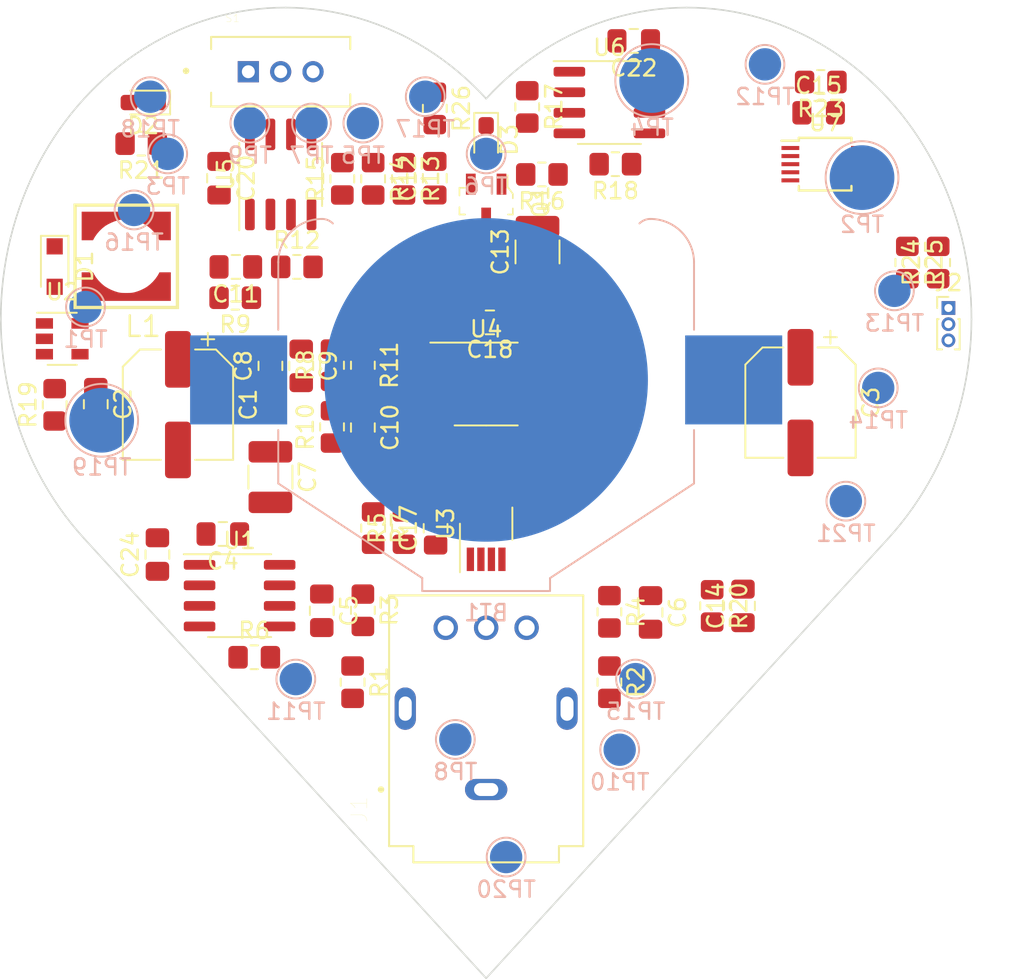
<source format=kicad_pcb>
(kicad_pcb (version 20171130) (host pcbnew 5.1.8)

  (general
    (thickness 1.6)
    (drawings 196)
    (tracks 0)
    (zones 0)
    (modules 82)
    (nets 53)
  )

  (page A4)
  (layers
    (0 F.Cu signal)
    (1 Gnd.Cu power)
    (2 Pwr.Cu power)
    (31 B.Cu signal)
    (32 B.Adhes user)
    (33 F.Adhes user)
    (34 B.Paste user)
    (35 F.Paste user)
    (36 B.SilkS user)
    (37 F.SilkS user)
    (38 B.Mask user)
    (39 F.Mask user)
    (40 Dwgs.User user)
    (41 Cmts.User user)
    (42 Eco1.User user)
    (43 Eco2.User user)
    (44 Edge.Cuts user)
    (45 Margin user)
    (46 B.CrtYd user)
    (47 F.CrtYd user)
    (48 B.Fab user)
    (49 F.Fab user)
  )

  (setup
    (last_trace_width 0.25)
    (trace_clearance 0.2)
    (zone_clearance 0.508)
    (zone_45_only no)
    (trace_min 0.2)
    (via_size 0.6)
    (via_drill 0.4)
    (via_min_size 0.4)
    (via_min_drill 0.3)
    (uvia_size 0.3)
    (uvia_drill 0.1)
    (uvias_allowed yes)
    (uvia_min_size 0.2)
    (uvia_min_drill 0.1)
    (edge_width 0.15)
    (segment_width 0.2)
    (pcb_text_width 0.3)
    (pcb_text_size 1.5 1.5)
    (mod_edge_width 0.15)
    (mod_text_size 1 1)
    (mod_text_width 0.15)
    (pad_size 1.524 1.524)
    (pad_drill 0.762)
    (pad_to_mask_clearance 0.2)
    (aux_axis_origin 0 0)
    (visible_elements FFFFFF7F)
    (pcbplotparams
      (layerselection 0x010f0_80000001)
      (usegerberextensions false)
      (usegerberattributes true)
      (usegerberadvancedattributes true)
      (creategerberjobfile true)
      (excludeedgelayer true)
      (linewidth 0.100000)
      (plotframeref false)
      (viasonmask false)
      (mode 1)
      (useauxorigin false)
      (hpglpennumber 1)
      (hpglpenspeed 20)
      (hpglpendiameter 15.000000)
      (psnegative false)
      (psa4output false)
      (plotreference true)
      (plotvalue true)
      (plotinvisibletext false)
      (padsonsilk false)
      (subtractmaskfromsilk false)
      (outputformat 1)
      (mirror false)
      (drillshape 1)
      (scaleselection 1)
      (outputdirectory "gerbers/"))
  )

  (net 0 "")
  (net 1 Vbatt)
  (net 2 GND)
  (net 3 "Net-(C2-Pad1)")
  (net 4 5V)
  (net 5 2.5V)
  (net 6 "Net-(C5-Pad1)")
  (net 7 "Net-(C5-Pad2)")
  (net 8 "Net-(C6-Pad1)")
  (net 9 "Net-(C6-Pad2)")
  (net 10 "Net-(C7-Pad1)")
  (net 11 /Filters_And_Gain/Vin)
  (net 12 "Net-(C10-Pad2)")
  (net 13 /Filters_And_Gain/Vo)
  (net 14 "Net-(C9-Pad2)")
  (net 15 "Net-(C10-Pad1)")
  (net 16 "Net-(C11-Pad1)")
  (net 17 "Net-(C12-Pad1)")
  (net 18 "Net-(C13-Pad2)")
  (net 19 /Filters_And_Gain/Vn)
  (net 20 "Net-(C14-Pad1)")
  (net 21 "Net-(D1-Pad2)")
  (net 22 "Net-(D2-Pad1)")
  (net 23 "Net-(D3-Pad1)")
  (net 24 "Net-(D3-Pad2)")
  (net 25 /Probes/P1in)
  (net 26 /Probes/P2in)
  (net 27 /Probes/P3in)
  (net 28 "Net-(J2-Pad1)")
  (net 29 "Net-(J2-Pad2)")
  (net 30 Vout)
  (net 31 "Net-(R5-Pad1)")
  (net 32 "Net-(R5-Pad2)")
  (net 33 "Net-(R13-Pad2)")
  (net 34 "Net-(R14-Pad2)")
  (net 35 "Net-(R17-Pad1)")
  (net 36 "Net-(R20-Pad1)")
  (net 37 "Net-(R23-Pad2)")
  (net 38 SHDN)
  (net 39 "Net-(U1-Pad1)")
  (net 40 "Net-(U1-Pad3)")
  (net 41 "Net-(U1-Pad5)")
  (net 42 "Net-(U1-Pad7)")
  (net 43 "Net-(U1-Pad8)")
  (net 44 "Net-(U4-Pad1)")
  (net 45 "Net-(U4-Pad5)")
  (net 46 "Net-(U4-Pad8)")
  (net 47 "Net-(U5-Pad1)")
  (net 48 "Net-(U5-Pad5)")
  (net 49 "Net-(U5-Pad8)")
  (net 50 "Net-(U6-Pad8)")
  (net 51 "Net-(U6-Pad5)")
  (net 52 "Net-(U6-Pad1)")

  (net_class Default "This is the default net class."
    (clearance 0.2)
    (trace_width 0.25)
    (via_dia 0.6)
    (via_drill 0.4)
    (uvia_dia 0.3)
    (uvia_drill 0.1)
    (add_net /Filters_And_Gain/Vin)
    (add_net /Filters_And_Gain/Vn)
    (add_net /Filters_And_Gain/Vo)
    (add_net /Probes/P1in)
    (add_net /Probes/P2in)
    (add_net /Probes/P3in)
    (add_net 2.5V)
    (add_net 5V)
    (add_net GND)
    (add_net "Net-(C10-Pad1)")
    (add_net "Net-(C10-Pad2)")
    (add_net "Net-(C11-Pad1)")
    (add_net "Net-(C12-Pad1)")
    (add_net "Net-(C13-Pad2)")
    (add_net "Net-(C14-Pad1)")
    (add_net "Net-(C2-Pad1)")
    (add_net "Net-(C5-Pad1)")
    (add_net "Net-(C5-Pad2)")
    (add_net "Net-(C6-Pad1)")
    (add_net "Net-(C6-Pad2)")
    (add_net "Net-(C7-Pad1)")
    (add_net "Net-(C9-Pad2)")
    (add_net "Net-(D1-Pad2)")
    (add_net "Net-(D2-Pad1)")
    (add_net "Net-(D3-Pad1)")
    (add_net "Net-(D3-Pad2)")
    (add_net "Net-(J2-Pad1)")
    (add_net "Net-(J2-Pad2)")
    (add_net "Net-(R13-Pad2)")
    (add_net "Net-(R14-Pad2)")
    (add_net "Net-(R17-Pad1)")
    (add_net "Net-(R20-Pad1)")
    (add_net "Net-(R23-Pad2)")
    (add_net "Net-(R5-Pad1)")
    (add_net "Net-(R5-Pad2)")
    (add_net "Net-(U1-Pad1)")
    (add_net "Net-(U1-Pad3)")
    (add_net "Net-(U1-Pad5)")
    (add_net "Net-(U1-Pad7)")
    (add_net "Net-(U1-Pad8)")
    (add_net "Net-(U4-Pad1)")
    (add_net "Net-(U4-Pad5)")
    (add_net "Net-(U4-Pad8)")
    (add_net "Net-(U5-Pad1)")
    (add_net "Net-(U5-Pad5)")
    (add_net "Net-(U5-Pad8)")
    (add_net "Net-(U6-Pad1)")
    (add_net "Net-(U6-Pad5)")
    (add_net "Net-(U6-Pad8)")
    (add_net SHDN)
    (add_net Vbatt)
    (add_net Vout)
  )

  (module TestPoint:TestPoint_Pad_D2.0mm placed (layer B.Cu) (tedit 5A0F774F) (tstamp 5FCF0E4F)
    (at 174 111)
    (descr "SMD pad as test Point, diameter 2.0mm")
    (tags "test point SMD pad")
    (path /5F9F8A5A/5FD43A26)
    (attr virtual)
    (fp_text reference TP21 (at 0 1.998) (layer B.SilkS)
      (effects (font (size 1 1) (thickness 0.15)) (justify mirror))
    )
    (fp_text value TestPoint (at 0 -2.05) (layer B.Fab)
      (effects (font (size 1 1) (thickness 0.15)) (justify mirror))
    )
    (fp_text user %R (at 0 2) (layer B.Fab)
      (effects (font (size 1 1) (thickness 0.15)) (justify mirror))
    )
    (fp_circle (center 0 0) (end 1.5 0) (layer B.CrtYd) (width 0.05))
    (fp_circle (center 0 0) (end 0 -1.2) (layer B.SilkS) (width 0.12))
    (pad 1 smd circle (at 0 0) (size 2 2) (layers B.Cu B.Mask)
      (net 8 "Net-(C6-Pad1)"))
  )

  (module TestPoint:TestPoint_Pad_D2.0mm placed (layer B.Cu) (tedit 5A0F774F) (tstamp 5FCF0E47)
    (at 153 133)
    (descr "SMD pad as test Point, diameter 2.0mm")
    (tags "test point SMD pad")
    (path /5F9F8A5A/5FD43418)
    (attr virtual)
    (fp_text reference TP20 (at 0 1.998) (layer B.SilkS)
      (effects (font (size 1 1) (thickness 0.15)) (justify mirror))
    )
    (fp_text value TestPoint (at 0 -2.05) (layer B.Fab)
      (effects (font (size 1 1) (thickness 0.15)) (justify mirror))
    )
    (fp_text user %R (at 0 2) (layer B.Fab)
      (effects (font (size 1 1) (thickness 0.15)) (justify mirror))
    )
    (fp_circle (center 0 0) (end 1.5 0) (layer B.CrtYd) (width 0.05))
    (fp_circle (center 0 0) (end 0 -1.2) (layer B.SilkS) (width 0.12))
    (pad 1 smd circle (at 0 0) (size 2 2) (layers B.Cu B.Mask)
      (net 6 "Net-(C5-Pad1)"))
  )

  (module Package_SO:SOIC-8_3.9x4.9mm_P1.27mm (layer F.Cu) (tedit 5D9F72B1) (tstamp 5FCEF987)
    (at 159.385 86.36)
    (descr "SOIC, 8 Pin (JEDEC MS-012AA, https://www.analog.com/media/en/package-pcb-resources/package/pkg_pdf/soic_narrow-r/r_8.pdf), generated with kicad-footprint-generator ipc_gullwing_generator.py")
    (tags "SOIC SO")
    (path /5F9F8E33/5FA35F18)
    (attr smd)
    (fp_text reference U6 (at 0 -3.4) (layer F.SilkS)
      (effects (font (size 1 1) (thickness 0.15)))
    )
    (fp_text value OPA388 (at 0 3.4) (layer F.Fab)
      (effects (font (size 1 1) (thickness 0.15)))
    )
    (fp_text user %R (at 0 0) (layer F.Fab)
      (effects (font (size 0.98 0.98) (thickness 0.15)))
    )
    (fp_line (start 0 2.56) (end 1.95 2.56) (layer F.SilkS) (width 0.12))
    (fp_line (start 0 2.56) (end -1.95 2.56) (layer F.SilkS) (width 0.12))
    (fp_line (start 0 -2.56) (end 1.95 -2.56) (layer F.SilkS) (width 0.12))
    (fp_line (start 0 -2.56) (end -3.45 -2.56) (layer F.SilkS) (width 0.12))
    (fp_line (start -0.975 -2.45) (end 1.95 -2.45) (layer F.Fab) (width 0.1))
    (fp_line (start 1.95 -2.45) (end 1.95 2.45) (layer F.Fab) (width 0.1))
    (fp_line (start 1.95 2.45) (end -1.95 2.45) (layer F.Fab) (width 0.1))
    (fp_line (start -1.95 2.45) (end -1.95 -1.475) (layer F.Fab) (width 0.1))
    (fp_line (start -1.95 -1.475) (end -0.975 -2.45) (layer F.Fab) (width 0.1))
    (fp_line (start -3.7 -2.7) (end -3.7 2.7) (layer F.CrtYd) (width 0.05))
    (fp_line (start -3.7 2.7) (end 3.7 2.7) (layer F.CrtYd) (width 0.05))
    (fp_line (start 3.7 2.7) (end 3.7 -2.7) (layer F.CrtYd) (width 0.05))
    (fp_line (start 3.7 -2.7) (end -3.7 -2.7) (layer F.CrtYd) (width 0.05))
    (pad 8 smd roundrect (at 2.475 -1.905) (size 1.95 0.6) (layers F.Cu F.Paste F.Mask) (roundrect_rratio 0.25)
      (net 50 "Net-(U6-Pad8)"))
    (pad 7 smd roundrect (at 2.475 -0.635) (size 1.95 0.6) (layers F.Cu F.Paste F.Mask) (roundrect_rratio 0.25)
      (net 4 5V))
    (pad 6 smd roundrect (at 2.475 0.635) (size 1.95 0.6) (layers F.Cu F.Paste F.Mask) (roundrect_rratio 0.25)
      (net 30 Vout))
    (pad 5 smd roundrect (at 2.475 1.905) (size 1.95 0.6) (layers F.Cu F.Paste F.Mask) (roundrect_rratio 0.25)
      (net 51 "Net-(U6-Pad5)"))
    (pad 4 smd roundrect (at -2.475 1.905) (size 1.95 0.6) (layers F.Cu F.Paste F.Mask) (roundrect_rratio 0.25)
      (net 2 GND))
    (pad 3 smd roundrect (at -2.475 0.635) (size 1.95 0.6) (layers F.Cu F.Paste F.Mask) (roundrect_rratio 0.25)
      (net 5 2.5V))
    (pad 2 smd roundrect (at -2.475 -0.635) (size 1.95 0.6) (layers F.Cu F.Paste F.Mask) (roundrect_rratio 0.25)
      (net 35 "Net-(R17-Pad1)"))
    (pad 1 smd roundrect (at -2.475 -1.905) (size 1.95 0.6) (layers F.Cu F.Paste F.Mask) (roundrect_rratio 0.25)
      (net 52 "Net-(U6-Pad1)"))
    (model ${KISYS3DMOD}/Package_SO.3dshapes/SOIC-8_3.9x4.9mm_P1.27mm.wrl
      (at (xyz 0 0 0))
      (scale (xyz 1 1 1))
      (rotate (xyz 0 0 0))
    )
  )

  (module TestPoint:TestPoint_Pad_D4.0mm placed (layer B.Cu) (tedit 5A0F774F) (tstamp 5FCEF881)
    (at 128 106)
    (descr "SMD pad as test Point, diameter 4.0mm")
    (tags "test point SMD pad")
    (path /5FCD9479)
    (attr virtual)
    (fp_text reference TP19 (at 0 2.898) (layer B.SilkS)
      (effects (font (size 1 1) (thickness 0.15)) (justify mirror))
    )
    (fp_text value TestPoint (at 0 -3.1) (layer B.Fab)
      (effects (font (size 1 1) (thickness 0.15)) (justify mirror))
    )
    (fp_text user %R (at 0 2.9) (layer B.Fab)
      (effects (font (size 1 1) (thickness 0.15)) (justify mirror))
    )
    (fp_circle (center 0 0) (end 2.5 0) (layer B.CrtYd) (width 0.05))
    (fp_circle (center 0 0) (end 0 -2.25) (layer B.SilkS) (width 0.12))
    (pad 1 smd circle (at 0 0) (size 4 4) (layers B.Cu B.Mask)
      (net 2 GND))
  )

  (module TestPoint:TestPoint_Pad_D2.0mm placed (layer B.Cu) (tedit 5A0F774F) (tstamp 5FCEF879)
    (at 131 86)
    (descr "SMD pad as test Point, diameter 2.0mm")
    (tags "test point SMD pad")
    (path /5F9F8E33/5FCA32EA)
    (attr virtual)
    (fp_text reference TP18 (at 0 1.998) (layer B.SilkS)
      (effects (font (size 1 1) (thickness 0.15)) (justify mirror))
    )
    (fp_text value TestPoint (at 0 -2.05) (layer B.Fab)
      (effects (font (size 1 1) (thickness 0.15)) (justify mirror))
    )
    (fp_text user %R (at 0 2) (layer B.Fab)
      (effects (font (size 1 1) (thickness 0.15)) (justify mirror))
    )
    (fp_circle (center 0 0) (end 1.5 0) (layer B.CrtYd) (width 0.05))
    (fp_circle (center 0 0) (end 0 -1.2) (layer B.SilkS) (width 0.12))
    (pad 1 smd circle (at 0 0) (size 2 2) (layers B.Cu B.Mask)
      (net 13 /Filters_And_Gain/Vo))
  )

  (module TestPoint:TestPoint_Pad_D2.0mm placed (layer B.Cu) (tedit 5A0F774F) (tstamp 5FCEF871)
    (at 148 86)
    (descr "SMD pad as test Point, diameter 2.0mm")
    (tags "test point SMD pad")
    (path /5F9F8E33/5FCA48ED)
    (attr virtual)
    (fp_text reference TP17 (at 0 1.998) (layer B.SilkS)
      (effects (font (size 1 1) (thickness 0.15)) (justify mirror))
    )
    (fp_text value TestPoint (at 0 -2.05) (layer B.Fab)
      (effects (font (size 1 1) (thickness 0.15)) (justify mirror))
    )
    (fp_text user %R (at 0 2) (layer B.Fab)
      (effects (font (size 1 1) (thickness 0.15)) (justify mirror))
    )
    (fp_circle (center 0 0) (end 1.5 0) (layer B.CrtYd) (width 0.05))
    (fp_circle (center 0 0) (end 0 -1.2) (layer B.SilkS) (width 0.12))
    (pad 1 smd circle (at 0 0) (size 2 2) (layers B.Cu B.Mask)
      (net 19 /Filters_And_Gain/Vn))
  )

  (module TestPoint:TestPoint_Pad_D2.0mm placed (layer B.Cu) (tedit 5A0F774F) (tstamp 5FCEF869)
    (at 130 93)
    (descr "SMD pad as test Point, diameter 2.0mm")
    (tags "test point SMD pad")
    (path /5F9F8A5A/5FC9E5E5)
    (attr virtual)
    (fp_text reference TP16 (at 0 1.998) (layer B.SilkS)
      (effects (font (size 1 1) (thickness 0.15)) (justify mirror))
    )
    (fp_text value TestPoint (at 0 -2.05) (layer B.Fab)
      (effects (font (size 1 1) (thickness 0.15)) (justify mirror))
    )
    (fp_text user %R (at 0 2) (layer B.Fab)
      (effects (font (size 1 1) (thickness 0.15)) (justify mirror))
    )
    (fp_circle (center 0 0) (end 1.5 0) (layer B.CrtYd) (width 0.05))
    (fp_circle (center 0 0) (end 0 -1.2) (layer B.SilkS) (width 0.12))
    (pad 1 smd circle (at 0 0) (size 2 2) (layers B.Cu B.Mask)
      (net 11 /Filters_And_Gain/Vin))
  )

  (module TestPoint:TestPoint_Pad_D2.0mm placed (layer B.Cu) (tedit 5A0F774F) (tstamp 5FCEF861)
    (at 161 122)
    (descr "SMD pad as test Point, diameter 2.0mm")
    (tags "test point SMD pad")
    (path /5F9F8A5A/5FC9DF1C)
    (attr virtual)
    (fp_text reference TP15 (at 0 1.998) (layer B.SilkS)
      (effects (font (size 1 1) (thickness 0.15)) (justify mirror))
    )
    (fp_text value TestPoint (at 0 -2.05) (layer B.Fab)
      (effects (font (size 1 1) (thickness 0.15)) (justify mirror))
    )
    (fp_text user %R (at 0 2) (layer B.Fab)
      (effects (font (size 1 1) (thickness 0.15)) (justify mirror))
    )
    (fp_circle (center 0 0) (end 1.5 0) (layer B.CrtYd) (width 0.05))
    (fp_circle (center 0 0) (end 0 -1.2) (layer B.SilkS) (width 0.12))
    (pad 1 smd circle (at 0 0) (size 2 2) (layers B.Cu B.Mask)
      (net 10 "Net-(C7-Pad1)"))
  )

  (module TestPoint:TestPoint_Pad_D2.0mm placed (layer B.Cu) (tedit 5A0F774F) (tstamp 5FCEF859)
    (at 176 104)
    (descr "SMD pad as test Point, diameter 2.0mm")
    (tags "test point SMD pad")
    (path /5FC95E35)
    (attr virtual)
    (fp_text reference TP14 (at 0 1.998) (layer B.SilkS)
      (effects (font (size 1 1) (thickness 0.15)) (justify mirror))
    )
    (fp_text value TestPoint (at 0 -2.05) (layer B.Fab)
      (effects (font (size 1 1) (thickness 0.15)) (justify mirror))
    )
    (fp_text user %R (at 0 2) (layer B.Fab)
      (effects (font (size 1 1) (thickness 0.15)) (justify mirror))
    )
    (fp_circle (center 0 0) (end 1.5 0) (layer B.CrtYd) (width 0.05))
    (fp_circle (center 0 0) (end 0 -1.2) (layer B.SilkS) (width 0.12))
    (pad 1 smd circle (at 0 0) (size 2 2) (layers B.Cu B.Mask)
      (net 28 "Net-(J2-Pad1)"))
  )

  (module TestPoint:TestPoint_Pad_D2.0mm placed (layer B.Cu) (tedit 5A0F774F) (tstamp 5FCEF851)
    (at 177 98)
    (descr "SMD pad as test Point, diameter 2.0mm")
    (tags "test point SMD pad")
    (path /5FC9653A)
    (attr virtual)
    (fp_text reference TP13 (at 0 1.998) (layer B.SilkS)
      (effects (font (size 1 1) (thickness 0.15)) (justify mirror))
    )
    (fp_text value TestPoint (at 0 -2.05) (layer B.Fab)
      (effects (font (size 1 1) (thickness 0.15)) (justify mirror))
    )
    (fp_text user %R (at 0 2) (layer B.Fab)
      (effects (font (size 1 1) (thickness 0.15)) (justify mirror))
    )
    (fp_circle (center 0 0) (end 1.5 0) (layer B.CrtYd) (width 0.05))
    (fp_circle (center 0 0) (end 0 -1.2) (layer B.SilkS) (width 0.12))
    (pad 1 smd circle (at 0 0) (size 2 2) (layers B.Cu B.Mask)
      (net 28 "Net-(J2-Pad1)"))
  )

  (module TestPoint:TestPoint_Pad_D2.0mm placed (layer B.Cu) (tedit 5A0F774F) (tstamp 5FCEF849)
    (at 169 84)
    (descr "SMD pad as test Point, diameter 2.0mm")
    (tags "test point SMD pad")
    (path /5FCA6AF9)
    (attr virtual)
    (fp_text reference TP12 (at 0 1.998) (layer B.SilkS)
      (effects (font (size 1 1) (thickness 0.15)) (justify mirror))
    )
    (fp_text value TestPoint (at 0 -2.05) (layer B.Fab)
      (effects (font (size 1 1) (thickness 0.15)) (justify mirror))
    )
    (fp_text user %R (at 0 2) (layer B.Fab)
      (effects (font (size 1 1) (thickness 0.15)) (justify mirror))
    )
    (fp_circle (center 0 0) (end 1.5 0) (layer B.CrtYd) (width 0.05))
    (fp_circle (center 0 0) (end 0 -1.2) (layer B.SilkS) (width 0.12))
    (pad 1 smd circle (at 0 0) (size 2 2) (layers B.Cu B.Mask)
      (net 30 Vout))
  )

  (module TestPoint:TestPoint_Pad_D2.0mm placed (layer B.Cu) (tedit 5A0F774F) (tstamp 5FCEF841)
    (at 140 122)
    (descr "SMD pad as test Point, diameter 2.0mm")
    (tags "test point SMD pad")
    (path /5FC76706)
    (attr virtual)
    (fp_text reference TP11 (at 0 1.998) (layer B.SilkS)
      (effects (font (size 1 1) (thickness 0.15)) (justify mirror))
    )
    (fp_text value TestPoint (at 0 -2.05) (layer B.Fab)
      (effects (font (size 1 1) (thickness 0.15)) (justify mirror))
    )
    (fp_text user %R (at 0 2) (layer B.Fab)
      (effects (font (size 1 1) (thickness 0.15)) (justify mirror))
    )
    (fp_circle (center 0 0) (end 1.5 0) (layer B.CrtYd) (width 0.05))
    (fp_circle (center 0 0) (end 0 -1.2) (layer B.SilkS) (width 0.12))
    (pad 1 smd circle (at 0 0) (size 2 2) (layers B.Cu B.Mask)
      (net 27 /Probes/P3in))
  )

  (module TestPoint:TestPoint_Pad_D2.0mm placed (layer B.Cu) (tedit 5A0F774F) (tstamp 5FCEF839)
    (at 160.02 126.365)
    (descr "SMD pad as test Point, diameter 2.0mm")
    (tags "test point SMD pad")
    (path /5FC772A9)
    (attr virtual)
    (fp_text reference TP10 (at 0 1.998) (layer B.SilkS)
      (effects (font (size 1 1) (thickness 0.15)) (justify mirror))
    )
    (fp_text value TestPoint (at 0 -2.05) (layer B.Fab)
      (effects (font (size 1 1) (thickness 0.15)) (justify mirror))
    )
    (fp_text user %R (at 0 2) (layer B.Fab)
      (effects (font (size 1 1) (thickness 0.15)) (justify mirror))
    )
    (fp_circle (center 0 0) (end 1.5 0) (layer B.CrtYd) (width 0.05))
    (fp_circle (center 0 0) (end 0 -1.2) (layer B.SilkS) (width 0.12))
    (pad 1 smd circle (at 0 0) (size 2 2) (layers B.Cu B.Mask)
      (net 26 /Probes/P2in))
  )

  (module TestPoint:TestPoint_Pad_D2.0mm placed (layer B.Cu) (tedit 5A0F774F) (tstamp 5FCEF831)
    (at 137.16 87.63)
    (descr "SMD pad as test Point, diameter 2.0mm")
    (tags "test point SMD pad")
    (path /5FC7C756)
    (attr virtual)
    (fp_text reference TP9 (at 0 1.998) (layer B.SilkS)
      (effects (font (size 1 1) (thickness 0.15)) (justify mirror))
    )
    (fp_text value TestPoint (at 0 -2.05) (layer B.Fab)
      (effects (font (size 1 1) (thickness 0.15)) (justify mirror))
    )
    (fp_text user %R (at 0 2) (layer B.Fab)
      (effects (font (size 1 1) (thickness 0.15)) (justify mirror))
    )
    (fp_circle (center 0 0) (end 1.5 0) (layer B.CrtYd) (width 0.05))
    (fp_circle (center 0 0) (end 0 -1.2) (layer B.SilkS) (width 0.12))
    (pad 1 smd circle (at 0 0) (size 2 2) (layers B.Cu B.Mask)
      (net 36 "Net-(R20-Pad1)"))
  )

  (module TestPoint:TestPoint_Pad_D2.0mm placed (layer B.Cu) (tedit 5A0F774F) (tstamp 5FCEF829)
    (at 149.86 125.73)
    (descr "SMD pad as test Point, diameter 2.0mm")
    (tags "test point SMD pad")
    (path /5FC7781D)
    (attr virtual)
    (fp_text reference TP8 (at 0 1.998) (layer B.SilkS)
      (effects (font (size 1 1) (thickness 0.15)) (justify mirror))
    )
    (fp_text value TestPoint (at 0 -2.05) (layer B.Fab)
      (effects (font (size 1 1) (thickness 0.15)) (justify mirror))
    )
    (fp_text user %R (at 0 2) (layer B.Fab)
      (effects (font (size 1 1) (thickness 0.15)) (justify mirror))
    )
    (fp_circle (center 0 0) (end 1.5 0) (layer B.CrtYd) (width 0.05))
    (fp_circle (center 0 0) (end 0 -1.2) (layer B.SilkS) (width 0.12))
    (pad 1 smd circle (at 0 0) (size 2 2) (layers B.Cu B.Mask)
      (net 25 /Probes/P1in))
  )

  (module TestPoint:TestPoint_Pad_D2.0mm placed (layer B.Cu) (tedit 5A0F774F) (tstamp 5FCEF821)
    (at 140.97 87.63)
    (descr "SMD pad as test Point, diameter 2.0mm")
    (tags "test point SMD pad")
    (path /5FC8DB2C)
    (attr virtual)
    (fp_text reference TP7 (at 0 1.998) (layer B.SilkS)
      (effects (font (size 1 1) (thickness 0.15)) (justify mirror))
    )
    (fp_text value TestPoint (at 0 -2.05) (layer B.Fab)
      (effects (font (size 1 1) (thickness 0.15)) (justify mirror))
    )
    (fp_text user %R (at 0 2) (layer B.Fab)
      (effects (font (size 1 1) (thickness 0.15)) (justify mirror))
    )
    (fp_circle (center 0 0) (end 1.5 0) (layer B.CrtYd) (width 0.05))
    (fp_circle (center 0 0) (end 0 -1.2) (layer B.SilkS) (width 0.12))
    (pad 1 smd circle (at 0 0) (size 2 2) (layers B.Cu B.Mask)
      (net 38 SHDN))
  )

  (module TestPoint:TestPoint_Pad_D2.0mm placed (layer B.Cu) (tedit 5A0F774F) (tstamp 5FCEF819)
    (at 151.765 89.535)
    (descr "SMD pad as test Point, diameter 2.0mm")
    (tags "test point SMD pad")
    (path /5FC7D0FE)
    (attr virtual)
    (fp_text reference TP6 (at 0 1.998) (layer B.SilkS)
      (effects (font (size 1 1) (thickness 0.15)) (justify mirror))
    )
    (fp_text value TestPoint (at 0 -2.05) (layer B.Fab)
      (effects (font (size 1 1) (thickness 0.15)) (justify mirror))
    )
    (fp_text user %R (at 0 2) (layer B.Fab)
      (effects (font (size 1 1) (thickness 0.15)) (justify mirror))
    )
    (fp_circle (center 0 0) (end 1.5 0) (layer B.CrtYd) (width 0.05))
    (fp_circle (center 0 0) (end 0 -1.2) (layer B.SilkS) (width 0.12))
    (pad 1 smd circle (at 0 0) (size 2 2) (layers B.Cu B.Mask)
      (net 24 "Net-(D3-Pad2)"))
  )

  (module TestPoint:TestPoint_Pad_D2.0mm placed (layer B.Cu) (tedit 5A0F774F) (tstamp 5FCEF811)
    (at 144.145 87.63)
    (descr "SMD pad as test Point, diameter 2.0mm")
    (tags "test point SMD pad")
    (path /5FC7E935)
    (attr virtual)
    (fp_text reference TP5 (at 0 1.998) (layer B.SilkS)
      (effects (font (size 1 1) (thickness 0.15)) (justify mirror))
    )
    (fp_text value TestPoint (at 0 -2.05) (layer B.Fab)
      (effects (font (size 1 1) (thickness 0.15)) (justify mirror))
    )
    (fp_text user %R (at 0 2) (layer B.Fab)
      (effects (font (size 1 1) (thickness 0.15)) (justify mirror))
    )
    (fp_circle (center 0 0) (end 1.5 0) (layer B.CrtYd) (width 0.05))
    (fp_circle (center 0 0) (end 0 -1.2) (layer B.SilkS) (width 0.12))
    (pad 1 smd circle (at 0 0) (size 2 2) (layers B.Cu B.Mask)
      (net 23 "Net-(D3-Pad1)"))
  )

  (module TestPoint:TestPoint_Pad_D4.0mm placed (layer B.Cu) (tedit 5A0F774F) (tstamp 5FCEF809)
    (at 162 85)
    (descr "SMD pad as test Point, diameter 4.0mm")
    (tags "test point SMD pad")
    (path /5FC8907B)
    (attr virtual)
    (fp_text reference TP4 (at 0 2.898) (layer B.SilkS)
      (effects (font (size 1 1) (thickness 0.15)) (justify mirror))
    )
    (fp_text value TestPoint (at 0 -3.1) (layer B.Fab)
      (effects (font (size 1 1) (thickness 0.15)) (justify mirror))
    )
    (fp_text user %R (at 0 2.9) (layer B.Fab)
      (effects (font (size 1 1) (thickness 0.15)) (justify mirror))
    )
    (fp_circle (center 0 0) (end 2.5 0) (layer B.CrtYd) (width 0.05))
    (fp_circle (center 0 0) (end 0 -2.25) (layer B.SilkS) (width 0.12))
    (pad 1 smd circle (at 0 0) (size 4 4) (layers B.Cu B.Mask)
      (net 4 5V))
  )

  (module TestPoint:TestPoint_Pad_D2.0mm placed (layer B.Cu) (tedit 5A0F774F) (tstamp 5FCEF801)
    (at 132.08 89.535)
    (descr "SMD pad as test Point, diameter 2.0mm")
    (tags "test point SMD pad")
    (path /5FC8361A)
    (attr virtual)
    (fp_text reference TP3 (at 0 1.998) (layer B.SilkS)
      (effects (font (size 1 1) (thickness 0.15)) (justify mirror))
    )
    (fp_text value TestPoint (at 0 -2.05) (layer B.Fab)
      (effects (font (size 1 1) (thickness 0.15)) (justify mirror))
    )
    (fp_text user %R (at 0 2) (layer B.Fab)
      (effects (font (size 1 1) (thickness 0.15)) (justify mirror))
    )
    (fp_circle (center 0 0) (end 1.5 0) (layer B.CrtYd) (width 0.05))
    (fp_circle (center 0 0) (end 0 -1.2) (layer B.SilkS) (width 0.12))
    (pad 1 smd circle (at 0 0) (size 2 2) (layers B.Cu B.Mask)
      (net 22 "Net-(D2-Pad1)"))
  )

  (module TestPoint:TestPoint_Pad_D4.0mm placed (layer B.Cu) (tedit 5A0F774F) (tstamp 5FCEF7F9)
    (at 175 91)
    (descr "SMD pad as test Point, diameter 4.0mm")
    (tags "test point SMD pad")
    (path /5FC87C23)
    (attr virtual)
    (fp_text reference TP2 (at 0 2.898) (layer B.SilkS)
      (effects (font (size 1 1) (thickness 0.15)) (justify mirror))
    )
    (fp_text value TestPoint (at 0 -3.1) (layer B.Fab)
      (effects (font (size 1 1) (thickness 0.15)) (justify mirror))
    )
    (fp_text user %R (at 0 2.9) (layer B.Fab)
      (effects (font (size 1 1) (thickness 0.15)) (justify mirror))
    )
    (fp_circle (center 0 0) (end 2.5 0) (layer B.CrtYd) (width 0.05))
    (fp_circle (center 0 0) (end 0 -2.25) (layer B.SilkS) (width 0.12))
    (pad 1 smd circle (at 0 0) (size 4 4) (layers B.Cu B.Mask)
      (net 5 2.5V))
  )

  (module TestPoint:TestPoint_Pad_D2.0mm placed (layer B.Cu) (tedit 5A0F774F) (tstamp 5FCEF7F1)
    (at 127 99)
    (descr "SMD pad as test Point, diameter 2.0mm")
    (tags "test point SMD pad")
    (path /5FC8A574)
    (attr virtual)
    (fp_text reference TP1 (at 0 1.998) (layer B.SilkS)
      (effects (font (size 1 1) (thickness 0.15)) (justify mirror))
    )
    (fp_text value TestPoint (at 0 -2.05) (layer B.Fab)
      (effects (font (size 1 1) (thickness 0.15)) (justify mirror))
    )
    (fp_text user %R (at 0 2) (layer B.Fab)
      (effects (font (size 1 1) (thickness 0.15)) (justify mirror))
    )
    (fp_circle (center 0 0) (end 1.5 0) (layer B.CrtYd) (width 0.05))
    (fp_circle (center 0 0) (end 0 -1.2) (layer B.SilkS) (width 0.12))
    (pad 1 smd circle (at 0 0) (size 2 2) (layers B.Cu B.Mask)
      (net 1 Vbatt))
  )

  (module Resistor_SMD:R_0805_2012Metric_Pad1.20x1.40mm_HandSolder (layer F.Cu) (tedit 5F68FEEE) (tstamp 5FCEF789)
    (at 177.8 96.25 270)
    (descr "Resistor SMD 0805 (2012 Metric), square (rectangular) end terminal, IPC_7351 nominal with elongated pad for handsoldering. (Body size source: IPC-SM-782 page 72, https://www.pcb-3d.com/wordpress/wp-content/uploads/ipc-sm-782a_amendment_1_and_2.pdf), generated with kicad-footprint-generator")
    (tags "resistor handsolder")
    (path /5FC054BC)
    (attr smd)
    (fp_text reference R25 (at 0 -1.65 90) (layer F.SilkS)
      (effects (font (size 1 1) (thickness 0.15)))
    )
    (fp_text value 3.3k (at 0 1.65 90) (layer F.Fab)
      (effects (font (size 1 1) (thickness 0.15)))
    )
    (fp_text user %R (at 0 0 90) (layer F.Fab)
      (effects (font (size 0.5 0.5) (thickness 0.08)))
    )
    (fp_line (start -1 0.625) (end -1 -0.625) (layer F.Fab) (width 0.1))
    (fp_line (start -1 -0.625) (end 1 -0.625) (layer F.Fab) (width 0.1))
    (fp_line (start 1 -0.625) (end 1 0.625) (layer F.Fab) (width 0.1))
    (fp_line (start 1 0.625) (end -1 0.625) (layer F.Fab) (width 0.1))
    (fp_line (start -0.227064 -0.735) (end 0.227064 -0.735) (layer F.SilkS) (width 0.12))
    (fp_line (start -0.227064 0.735) (end 0.227064 0.735) (layer F.SilkS) (width 0.12))
    (fp_line (start -1.85 0.95) (end -1.85 -0.95) (layer F.CrtYd) (width 0.05))
    (fp_line (start -1.85 -0.95) (end 1.85 -0.95) (layer F.CrtYd) (width 0.05))
    (fp_line (start 1.85 -0.95) (end 1.85 0.95) (layer F.CrtYd) (width 0.05))
    (fp_line (start 1.85 0.95) (end -1.85 0.95) (layer F.CrtYd) (width 0.05))
    (pad 2 smd roundrect (at 1 0 270) (size 1.2 1.4) (layers F.Cu F.Paste F.Mask) (roundrect_rratio 0.208333)
      (net 29 "Net-(J2-Pad2)"))
    (pad 1 smd roundrect (at -1 0 270) (size 1.2 1.4) (layers F.Cu F.Paste F.Mask) (roundrect_rratio 0.208333)
      (net 4 5V))
    (model ${KISYS3DMOD}/Resistor_SMD.3dshapes/R_0805_2012Metric.wrl
      (at (xyz 0 0 0))
      (scale (xyz 1 1 1))
      (rotate (xyz 0 0 0))
    )
  )

  (module Resistor_SMD:R_0805_2012Metric_Pad1.20x1.40mm_HandSolder (layer F.Cu) (tedit 5F68FEEE) (tstamp 5FCEF778)
    (at 179.705 96.25 90)
    (descr "Resistor SMD 0805 (2012 Metric), square (rectangular) end terminal, IPC_7351 nominal with elongated pad for handsoldering. (Body size source: IPC-SM-782 page 72, https://www.pcb-3d.com/wordpress/wp-content/uploads/ipc-sm-782a_amendment_1_and_2.pdf), generated with kicad-footprint-generator")
    (tags "resistor handsolder")
    (path /5FC0648F)
    (attr smd)
    (fp_text reference R24 (at 0 -1.65 90) (layer F.SilkS)
      (effects (font (size 1 1) (thickness 0.15)))
    )
    (fp_text value 3.3k (at 0 1.65 90) (layer F.Fab)
      (effects (font (size 1 1) (thickness 0.15)))
    )
    (fp_text user %R (at 0 0 90) (layer F.Fab)
      (effects (font (size 0.5 0.5) (thickness 0.08)))
    )
    (fp_line (start -1 0.625) (end -1 -0.625) (layer F.Fab) (width 0.1))
    (fp_line (start -1 -0.625) (end 1 -0.625) (layer F.Fab) (width 0.1))
    (fp_line (start 1 -0.625) (end 1 0.625) (layer F.Fab) (width 0.1))
    (fp_line (start 1 0.625) (end -1 0.625) (layer F.Fab) (width 0.1))
    (fp_line (start -0.227064 -0.735) (end 0.227064 -0.735) (layer F.SilkS) (width 0.12))
    (fp_line (start -0.227064 0.735) (end 0.227064 0.735) (layer F.SilkS) (width 0.12))
    (fp_line (start -1.85 0.95) (end -1.85 -0.95) (layer F.CrtYd) (width 0.05))
    (fp_line (start -1.85 -0.95) (end 1.85 -0.95) (layer F.CrtYd) (width 0.05))
    (fp_line (start 1.85 -0.95) (end 1.85 0.95) (layer F.CrtYd) (width 0.05))
    (fp_line (start 1.85 0.95) (end -1.85 0.95) (layer F.CrtYd) (width 0.05))
    (pad 2 smd roundrect (at 1 0 90) (size 1.2 1.4) (layers F.Cu F.Paste F.Mask) (roundrect_rratio 0.208333)
      (net 4 5V))
    (pad 1 smd roundrect (at -1 0 90) (size 1.2 1.4) (layers F.Cu F.Paste F.Mask) (roundrect_rratio 0.208333)
      (net 28 "Net-(J2-Pad1)"))
    (model ${KISYS3DMOD}/Resistor_SMD.3dshapes/R_0805_2012Metric.wrl
      (at (xyz 0 0 0))
      (scale (xyz 1 1 1))
      (rotate (xyz 0 0 0))
    )
  )

  (module Resistor_SMD:R_0805_2012Metric_Pad1.20x1.40mm_HandSolder (layer F.Cu) (tedit 5F68FEEE) (tstamp 5FCEF767)
    (at 172.45 85.09 180)
    (descr "Resistor SMD 0805 (2012 Metric), square (rectangular) end terminal, IPC_7351 nominal with elongated pad for handsoldering. (Body size source: IPC-SM-782 page 72, https://www.pcb-3d.com/wordpress/wp-content/uploads/ipc-sm-782a_amendment_1_and_2.pdf), generated with kicad-footprint-generator")
    (tags "resistor handsolder")
    (path /5FC01BDB)
    (attr smd)
    (fp_text reference R23 (at 0 -1.65) (layer F.SilkS)
      (effects (font (size 1 1) (thickness 0.15)))
    )
    (fp_text value 10k (at 0 1.65) (layer F.Fab)
      (effects (font (size 1 1) (thickness 0.15)))
    )
    (fp_text user %R (at 0 0) (layer F.Fab)
      (effects (font (size 0.5 0.5) (thickness 0.08)))
    )
    (fp_line (start -1 0.625) (end -1 -0.625) (layer F.Fab) (width 0.1))
    (fp_line (start -1 -0.625) (end 1 -0.625) (layer F.Fab) (width 0.1))
    (fp_line (start 1 -0.625) (end 1 0.625) (layer F.Fab) (width 0.1))
    (fp_line (start 1 0.625) (end -1 0.625) (layer F.Fab) (width 0.1))
    (fp_line (start -0.227064 -0.735) (end 0.227064 -0.735) (layer F.SilkS) (width 0.12))
    (fp_line (start -0.227064 0.735) (end 0.227064 0.735) (layer F.SilkS) (width 0.12))
    (fp_line (start -1.85 0.95) (end -1.85 -0.95) (layer F.CrtYd) (width 0.05))
    (fp_line (start -1.85 -0.95) (end 1.85 -0.95) (layer F.CrtYd) (width 0.05))
    (fp_line (start 1.85 -0.95) (end 1.85 0.95) (layer F.CrtYd) (width 0.05))
    (fp_line (start 1.85 0.95) (end -1.85 0.95) (layer F.CrtYd) (width 0.05))
    (pad 2 smd roundrect (at 1 0 180) (size 1.2 1.4) (layers F.Cu F.Paste F.Mask) (roundrect_rratio 0.208333)
      (net 37 "Net-(R23-Pad2)"))
    (pad 1 smd roundrect (at -1 0 180) (size 1.2 1.4) (layers F.Cu F.Paste F.Mask) (roundrect_rratio 0.208333)
      (net 4 5V))
    (model ${KISYS3DMOD}/Resistor_SMD.3dshapes/R_0805_2012Metric.wrl
      (at (xyz 0 0 0))
      (scale (xyz 1 1 1))
      (rotate (xyz 0 0 0))
    )
  )

  (module Resistor_SMD:R_0805_2012Metric_Pad1.20x1.40mm_HandSolder (layer F.Cu) (tedit 5F68FEEE) (tstamp 5FCEF6F6)
    (at 159.75 90.17 180)
    (descr "Resistor SMD 0805 (2012 Metric), square (rectangular) end terminal, IPC_7351 nominal with elongated pad for handsoldering. (Body size source: IPC-SM-782 page 72, https://www.pcb-3d.com/wordpress/wp-content/uploads/ipc-sm-782a_amendment_1_and_2.pdf), generated with kicad-footprint-generator")
    (tags "resistor handsolder")
    (path /5F9F8E33/5FA3ABAA)
    (attr smd)
    (fp_text reference R18 (at 0 -1.65) (layer F.SilkS)
      (effects (font (size 1 1) (thickness 0.15)))
    )
    (fp_text value 100k (at 0 1.65) (layer F.Fab)
      (effects (font (size 1 1) (thickness 0.15)))
    )
    (fp_text user %R (at 0 0) (layer F.Fab)
      (effects (font (size 0.5 0.5) (thickness 0.08)))
    )
    (fp_line (start -1 0.625) (end -1 -0.625) (layer F.Fab) (width 0.1))
    (fp_line (start -1 -0.625) (end 1 -0.625) (layer F.Fab) (width 0.1))
    (fp_line (start 1 -0.625) (end 1 0.625) (layer F.Fab) (width 0.1))
    (fp_line (start 1 0.625) (end -1 0.625) (layer F.Fab) (width 0.1))
    (fp_line (start -0.227064 -0.735) (end 0.227064 -0.735) (layer F.SilkS) (width 0.12))
    (fp_line (start -0.227064 0.735) (end 0.227064 0.735) (layer F.SilkS) (width 0.12))
    (fp_line (start -1.85 0.95) (end -1.85 -0.95) (layer F.CrtYd) (width 0.05))
    (fp_line (start -1.85 -0.95) (end 1.85 -0.95) (layer F.CrtYd) (width 0.05))
    (fp_line (start 1.85 -0.95) (end 1.85 0.95) (layer F.CrtYd) (width 0.05))
    (fp_line (start 1.85 0.95) (end -1.85 0.95) (layer F.CrtYd) (width 0.05))
    (pad 2 smd roundrect (at 1 0 180) (size 1.2 1.4) (layers F.Cu F.Paste F.Mask) (roundrect_rratio 0.208333)
      (net 35 "Net-(R17-Pad1)"))
    (pad 1 smd roundrect (at -1 0 180) (size 1.2 1.4) (layers F.Cu F.Paste F.Mask) (roundrect_rratio 0.208333)
      (net 30 Vout))
    (model ${KISYS3DMOD}/Resistor_SMD.3dshapes/R_0805_2012Metric.wrl
      (at (xyz 0 0 0))
      (scale (xyz 1 1 1))
      (rotate (xyz 0 0 0))
    )
  )

  (module Resistor_SMD:R_0805_2012Metric_Pad1.20x1.40mm_HandSolder (layer F.Cu) (tedit 5F68FEEE) (tstamp 5FCEF6E5)
    (at 154.305 86.63 270)
    (descr "Resistor SMD 0805 (2012 Metric), square (rectangular) end terminal, IPC_7351 nominal with elongated pad for handsoldering. (Body size source: IPC-SM-782 page 72, https://www.pcb-3d.com/wordpress/wp-content/uploads/ipc-sm-782a_amendment_1_and_2.pdf), generated with kicad-footprint-generator")
    (tags "resistor handsolder")
    (path /5F9F8E33/5FA35ACB)
    (attr smd)
    (fp_text reference R17 (at 0 -1.65 90) (layer F.SilkS)
      (effects (font (size 1 1) (thickness 0.15)))
    )
    (fp_text value 5k (at 0 1.65 90) (layer F.Fab)
      (effects (font (size 1 1) (thickness 0.15)))
    )
    (fp_text user %R (at 0 0 90) (layer F.Fab)
      (effects (font (size 0.5 0.5) (thickness 0.08)))
    )
    (fp_line (start -1 0.625) (end -1 -0.625) (layer F.Fab) (width 0.1))
    (fp_line (start -1 -0.625) (end 1 -0.625) (layer F.Fab) (width 0.1))
    (fp_line (start 1 -0.625) (end 1 0.625) (layer F.Fab) (width 0.1))
    (fp_line (start 1 0.625) (end -1 0.625) (layer F.Fab) (width 0.1))
    (fp_line (start -0.227064 -0.735) (end 0.227064 -0.735) (layer F.SilkS) (width 0.12))
    (fp_line (start -0.227064 0.735) (end 0.227064 0.735) (layer F.SilkS) (width 0.12))
    (fp_line (start -1.85 0.95) (end -1.85 -0.95) (layer F.CrtYd) (width 0.05))
    (fp_line (start -1.85 -0.95) (end 1.85 -0.95) (layer F.CrtYd) (width 0.05))
    (fp_line (start 1.85 -0.95) (end 1.85 0.95) (layer F.CrtYd) (width 0.05))
    (fp_line (start 1.85 0.95) (end -1.85 0.95) (layer F.CrtYd) (width 0.05))
    (pad 2 smd roundrect (at 1 0 270) (size 1.2 1.4) (layers F.Cu F.Paste F.Mask) (roundrect_rratio 0.208333)
      (net 18 "Net-(C13-Pad2)"))
    (pad 1 smd roundrect (at -1 0 270) (size 1.2 1.4) (layers F.Cu F.Paste F.Mask) (roundrect_rratio 0.208333)
      (net 35 "Net-(R17-Pad1)"))
    (model ${KISYS3DMOD}/Resistor_SMD.3dshapes/R_0805_2012Metric.wrl
      (at (xyz 0 0 0))
      (scale (xyz 1 1 1))
      (rotate (xyz 0 0 0))
    )
  )

  (module Resistor_SMD:R_0805_2012Metric_Pad1.20x1.40mm_HandSolder (layer F.Cu) (tedit 5F68FEEE) (tstamp 5FCEF6D4)
    (at 155.21 90.805 180)
    (descr "Resistor SMD 0805 (2012 Metric), square (rectangular) end terminal, IPC_7351 nominal with elongated pad for handsoldering. (Body size source: IPC-SM-782 page 72, https://www.pcb-3d.com/wordpress/wp-content/uploads/ipc-sm-782a_amendment_1_and_2.pdf), generated with kicad-footprint-generator")
    (tags "resistor handsolder")
    (path /5F9F8E33/5FA35577)
    (attr smd)
    (fp_text reference R16 (at 0 -1.65) (layer F.SilkS)
      (effects (font (size 1 1) (thickness 0.15)))
    )
    (fp_text value 3.3k (at 0 1.65) (layer F.Fab)
      (effects (font (size 1 1) (thickness 0.15)))
    )
    (fp_text user %R (at 0 0) (layer F.Fab)
      (effects (font (size 0.5 0.5) (thickness 0.08)))
    )
    (fp_line (start -1 0.625) (end -1 -0.625) (layer F.Fab) (width 0.1))
    (fp_line (start -1 -0.625) (end 1 -0.625) (layer F.Fab) (width 0.1))
    (fp_line (start 1 -0.625) (end 1 0.625) (layer F.Fab) (width 0.1))
    (fp_line (start 1 0.625) (end -1 0.625) (layer F.Fab) (width 0.1))
    (fp_line (start -0.227064 -0.735) (end 0.227064 -0.735) (layer F.SilkS) (width 0.12))
    (fp_line (start -0.227064 0.735) (end 0.227064 0.735) (layer F.SilkS) (width 0.12))
    (fp_line (start -1.85 0.95) (end -1.85 -0.95) (layer F.CrtYd) (width 0.05))
    (fp_line (start -1.85 -0.95) (end 1.85 -0.95) (layer F.CrtYd) (width 0.05))
    (fp_line (start 1.85 -0.95) (end 1.85 0.95) (layer F.CrtYd) (width 0.05))
    (fp_line (start 1.85 0.95) (end -1.85 0.95) (layer F.CrtYd) (width 0.05))
    (pad 2 smd roundrect (at 1 0 180) (size 1.2 1.4) (layers F.Cu F.Paste F.Mask) (roundrect_rratio 0.208333)
      (net 18 "Net-(C13-Pad2)"))
    (pad 1 smd roundrect (at -1 0 180) (size 1.2 1.4) (layers F.Cu F.Paste F.Mask) (roundrect_rratio 0.208333)
      (net 5 2.5V))
    (model ${KISYS3DMOD}/Resistor_SMD.3dshapes/R_0805_2012Metric.wrl
      (at (xyz 0 0 0))
      (scale (xyz 1 1 1))
      (rotate (xyz 0 0 0))
    )
  )

  (module Capacitor_SMD:C_0805_2012Metric_Pad1.18x1.45mm_HandSolder (layer F.Cu) (tedit 5F68FEEF) (tstamp 5FCEF38F)
    (at 160.8875 82.55 180)
    (descr "Capacitor SMD 0805 (2012 Metric), square (rectangular) end terminal, IPC_7351 nominal with elongated pad for handsoldering. (Body size source: IPC-SM-782 page 76, https://www.pcb-3d.com/wordpress/wp-content/uploads/ipc-sm-782a_amendment_1_and_2.pdf, https://docs.google.com/spreadsheets/d/1BsfQQcO9C6DZCsRaXUlFlo91Tg2WpOkGARC1WS5S8t0/edit?usp=sharing), generated with kicad-footprint-generator")
    (tags "capacitor handsolder")
    (path /5F9F8E33/5FCE4542)
    (attr smd)
    (fp_text reference C22 (at 0 -1.68) (layer F.SilkS)
      (effects (font (size 1 1) (thickness 0.15)))
    )
    (fp_text value 100n (at 0 1.68) (layer F.Fab)
      (effects (font (size 1 1) (thickness 0.15)))
    )
    (fp_text user %R (at 0 0) (layer F.Fab)
      (effects (font (size 0.5 0.5) (thickness 0.08)))
    )
    (fp_line (start -1 0.625) (end -1 -0.625) (layer F.Fab) (width 0.1))
    (fp_line (start -1 -0.625) (end 1 -0.625) (layer F.Fab) (width 0.1))
    (fp_line (start 1 -0.625) (end 1 0.625) (layer F.Fab) (width 0.1))
    (fp_line (start 1 0.625) (end -1 0.625) (layer F.Fab) (width 0.1))
    (fp_line (start -0.261252 -0.735) (end 0.261252 -0.735) (layer F.SilkS) (width 0.12))
    (fp_line (start -0.261252 0.735) (end 0.261252 0.735) (layer F.SilkS) (width 0.12))
    (fp_line (start -1.88 0.98) (end -1.88 -0.98) (layer F.CrtYd) (width 0.05))
    (fp_line (start -1.88 -0.98) (end 1.88 -0.98) (layer F.CrtYd) (width 0.05))
    (fp_line (start 1.88 -0.98) (end 1.88 0.98) (layer F.CrtYd) (width 0.05))
    (fp_line (start 1.88 0.98) (end -1.88 0.98) (layer F.CrtYd) (width 0.05))
    (pad 2 smd roundrect (at 1.0375 0 180) (size 1.175 1.45) (layers F.Cu F.Paste F.Mask) (roundrect_rratio 0.212766)
      (net 2 GND))
    (pad 1 smd roundrect (at -1.0375 0 180) (size 1.175 1.45) (layers F.Cu F.Paste F.Mask) (roundrect_rratio 0.212766)
      (net 4 5V))
    (model ${KISYS3DMOD}/Capacitor_SMD.3dshapes/C_0805_2012Metric.wrl
      (at (xyz 0 0 0))
      (scale (xyz 1 1 1))
      (rotate (xyz 0 0 0))
    )
  )

  (module Capacitor_SMD:C_0805_2012Metric_Pad1.18x1.45mm_HandSolder (layer F.Cu) (tedit 5F68FEEF) (tstamp 5FCEF31E)
    (at 172.3175 86.995)
    (descr "Capacitor SMD 0805 (2012 Metric), square (rectangular) end terminal, IPC_7351 nominal with elongated pad for handsoldering. (Body size source: IPC-SM-782 page 76, https://www.pcb-3d.com/wordpress/wp-content/uploads/ipc-sm-782a_amendment_1_and_2.pdf, https://docs.google.com/spreadsheets/d/1BsfQQcO9C6DZCsRaXUlFlo91Tg2WpOkGARC1WS5S8t0/edit?usp=sharing), generated with kicad-footprint-generator")
    (tags "capacitor handsolder")
    (path /5FBF2959)
    (attr smd)
    (fp_text reference C15 (at 0 -1.68) (layer F.SilkS)
      (effects (font (size 1 1) (thickness 0.15)))
    )
    (fp_text value 0.1u (at 0 1.68) (layer F.Fab)
      (effects (font (size 1 1) (thickness 0.15)))
    )
    (fp_text user %R (at 0 0) (layer F.Fab)
      (effects (font (size 0.5 0.5) (thickness 0.08)))
    )
    (fp_line (start -1 0.625) (end -1 -0.625) (layer F.Fab) (width 0.1))
    (fp_line (start -1 -0.625) (end 1 -0.625) (layer F.Fab) (width 0.1))
    (fp_line (start 1 -0.625) (end 1 0.625) (layer F.Fab) (width 0.1))
    (fp_line (start 1 0.625) (end -1 0.625) (layer F.Fab) (width 0.1))
    (fp_line (start -0.261252 -0.735) (end 0.261252 -0.735) (layer F.SilkS) (width 0.12))
    (fp_line (start -0.261252 0.735) (end 0.261252 0.735) (layer F.SilkS) (width 0.12))
    (fp_line (start -1.88 0.98) (end -1.88 -0.98) (layer F.CrtYd) (width 0.05))
    (fp_line (start -1.88 -0.98) (end 1.88 -0.98) (layer F.CrtYd) (width 0.05))
    (fp_line (start 1.88 -0.98) (end 1.88 0.98) (layer F.CrtYd) (width 0.05))
    (fp_line (start 1.88 0.98) (end -1.88 0.98) (layer F.CrtYd) (width 0.05))
    (pad 2 smd roundrect (at 1.0375 0) (size 1.175 1.45) (layers F.Cu F.Paste F.Mask) (roundrect_rratio 0.212766)
      (net 4 5V))
    (pad 1 smd roundrect (at -1.0375 0) (size 1.175 1.45) (layers F.Cu F.Paste F.Mask) (roundrect_rratio 0.212766)
      (net 2 GND))
    (model ${KISYS3DMOD}/Capacitor_SMD.3dshapes/C_0805_2012Metric.wrl
      (at (xyz 0 0 0))
      (scale (xyz 1 1 1))
      (rotate (xyz 0 0 0))
    )
  )

  (module Capacitor_SMD:C_1210_3225Metric_Pad1.33x2.70mm_HandSolder (layer F.Cu) (tedit 5F68FEEF) (tstamp 5FCEF2ED)
    (at 154.94 95.5925 90)
    (descr "Capacitor SMD 1210 (3225 Metric), square (rectangular) end terminal, IPC_7351 nominal with elongated pad for handsoldering. (Body size source: IPC-SM-782 page 76, https://www.pcb-3d.com/wordpress/wp-content/uploads/ipc-sm-782a_amendment_1_and_2.pdf), generated with kicad-footprint-generator")
    (tags "capacitor handsolder")
    (path /5F9F8E33/5FA34D08)
    (attr smd)
    (fp_text reference C13 (at 0 -2.3 90) (layer F.SilkS)
      (effects (font (size 1 1) (thickness 0.15)))
    )
    (fp_text value 100u (at 0 2.3 90) (layer F.Fab)
      (effects (font (size 1 1) (thickness 0.15)))
    )
    (fp_text user %R (at 0 0 90) (layer F.Fab)
      (effects (font (size 0.8 0.8) (thickness 0.12)))
    )
    (fp_line (start -1.6 1.25) (end -1.6 -1.25) (layer F.Fab) (width 0.1))
    (fp_line (start -1.6 -1.25) (end 1.6 -1.25) (layer F.Fab) (width 0.1))
    (fp_line (start 1.6 -1.25) (end 1.6 1.25) (layer F.Fab) (width 0.1))
    (fp_line (start 1.6 1.25) (end -1.6 1.25) (layer F.Fab) (width 0.1))
    (fp_line (start -0.711252 -1.36) (end 0.711252 -1.36) (layer F.SilkS) (width 0.12))
    (fp_line (start -0.711252 1.36) (end 0.711252 1.36) (layer F.SilkS) (width 0.12))
    (fp_line (start -2.48 1.6) (end -2.48 -1.6) (layer F.CrtYd) (width 0.05))
    (fp_line (start -2.48 -1.6) (end 2.48 -1.6) (layer F.CrtYd) (width 0.05))
    (fp_line (start 2.48 -1.6) (end 2.48 1.6) (layer F.CrtYd) (width 0.05))
    (fp_line (start 2.48 1.6) (end -2.48 1.6) (layer F.CrtYd) (width 0.05))
    (pad 2 smd roundrect (at 1.5625 0 90) (size 1.325 2.7) (layers F.Cu F.Paste F.Mask) (roundrect_rratio 0.188679)
      (net 18 "Net-(C13-Pad2)"))
    (pad 1 smd roundrect (at -1.5625 0 90) (size 1.325 2.7) (layers F.Cu F.Paste F.Mask) (roundrect_rratio 0.188679)
      (net 19 /Filters_And_Gain/Vn))
    (model ${KISYS3DMOD}/Capacitor_SMD.3dshapes/C_1210_3225Metric.wrl
      (at (xyz 0 0 0))
      (scale (xyz 1 1 1))
      (rotate (xyz 0 0 0))
    )
  )

  (module Battery:BatteryHolder_Keystone_3008_1x2450 (layer B.Cu) (tedit 5D9CBE11) (tstamp 5FCF41AB)
    (at 151.765 103.505)
    (descr http://www.keyelco.com/product-pdf.cfm?p=786)
    (tags "Keystone type 3008 coin cell retainer")
    (path /5FB28E21)
    (attr smd)
    (fp_text reference BT1 (at 0 14.4) (layer B.SilkS)
      (effects (font (size 1 1) (thickness 0.15)) (justify mirror))
    )
    (fp_text value Battery_Cell (at 0 -14) (layer B.Fab)
      (effects (font (size 1 1) (thickness 0.15)) (justify mirror))
    )
    (fp_line (start 12.85 -3.1) (end 12.85 -7.3) (layer B.SilkS) (width 0.12))
    (fp_line (start -12.85 -3.1) (end -12.85 -7.3) (layer B.SilkS) (width 0.12))
    (fp_line (start 13.35 -3.25) (end 13.35 -7.3) (layer B.CrtYd) (width 0.05))
    (fp_circle (center 0 0) (end 12.25 0) (layer Dwgs.User) (width 0.15))
    (fp_line (start 4.45 13.55) (end 4.45 12.55) (layer B.CrtYd) (width 0.05))
    (fp_line (start -4.45 13.55) (end 4.45 13.55) (layer B.CrtYd) (width 0.05))
    (fp_line (start -4.45 13.55) (end -4.45 12.55) (layer B.CrtYd) (width 0.05))
    (fp_line (start 4.45 12.55) (end 13.35 6.7) (layer B.CrtYd) (width 0.05))
    (fp_line (start 13.35 6.7) (end 13.35 3.25) (layer B.CrtYd) (width 0.05))
    (fp_line (start 18.8 -3.25) (end 13.35 -3.25) (layer B.CrtYd) (width 0.05))
    (fp_line (start 18.8 3.25) (end 18.8 -3.25) (layer B.CrtYd) (width 0.05))
    (fp_line (start 13.35 3.25) (end 18.8 3.25) (layer B.CrtYd) (width 0.05))
    (fp_line (start -4.45 12.55) (end -13.35 6.7) (layer B.CrtYd) (width 0.05))
    (fp_line (start -18.8 3.25) (end -18.8 -3.25) (layer B.CrtYd) (width 0.05))
    (fp_line (start -18.8 -3.25) (end -13.35 -3.25) (layer B.CrtYd) (width 0.05))
    (fp_line (start -13.35 -3.25) (end -13.35 -7.3) (layer B.CrtYd) (width 0.05))
    (fp_line (start -13.35 3.25) (end -18.8 3.25) (layer B.CrtYd) (width 0.05))
    (fp_line (start -13.35 6.7) (end -13.35 3.25) (layer B.CrtYd) (width 0.05))
    (fp_line (start 12.85 6.4) (end 12.85 3.1) (layer B.SilkS) (width 0.12))
    (fp_line (start 3.95 12.25) (end 12.85 6.4) (layer B.SilkS) (width 0.12))
    (fp_line (start 3.95 13.05) (end 3.95 12.25) (layer B.SilkS) (width 0.12))
    (fp_line (start -3.95 13.05) (end 3.95 13.05) (layer B.SilkS) (width 0.12))
    (fp_line (start -3.95 13.05) (end -3.95 12.25) (layer B.SilkS) (width 0.12))
    (fp_line (start -3.95 12.25) (end -12.85 6.4) (layer B.SilkS) (width 0.12))
    (fp_line (start -12.85 6.4) (end -12.85 3.1) (layer B.SilkS) (width 0.12))
    (fp_line (start 3.8 12.2) (end 12.7 6.35) (layer B.Fab) (width 0.1))
    (fp_line (start 12.7 6.35) (end 12.7 -7.3) (layer B.Fab) (width 0.1))
    (fp_line (start -3.8 12.2) (end -12.7 6.35) (layer B.Fab) (width 0.1))
    (fp_line (start -12.7 6.35) (end -12.7 -7.3) (layer B.Fab) (width 0.1))
    (fp_line (start -3.8 12.9) (end -3.8 12.2) (layer B.Fab) (width 0.1))
    (fp_line (start 3.8 12.9) (end 3.8 12.2) (layer B.Fab) (width 0.1))
    (fp_line (start -3.8 12.9) (end 3.8 12.9) (layer B.Fab) (width 0.1))
    (fp_text user %R (at 0 0) (layer B.Fab)
      (effects (font (size 1 1) (thickness 0.15)) (justify mirror))
    )
    (fp_arc (start 0 0) (end 0 -12.8) (angle 41.7) (layer B.CrtYd) (width 0.05))
    (fp_arc (start 0 -21) (end 9.15 -10.05) (angle 3.2) (layer B.CrtYd) (width 0.05))
    (fp_arc (start 0 0) (end 0 -12.8) (angle -41.7) (layer B.CrtYd) (width 0.05))
    (fp_arc (start 0 -21) (end -9.15 -10.05) (angle -3.2) (layer B.CrtYd) (width 0.05))
    (fp_arc (start 10.15 -9) (end 10.15 -10.45) (angle -45) (layer B.CrtYd) (width 0.05))
    (fp_arc (start -10.15 -9) (end -10.15 -10.45) (angle 45) (layer B.CrtYd) (width 0.05))
    (fp_arc (start 10.15 -7.25) (end 10.15 -10.45) (angle 90) (layer B.CrtYd) (width 0.05))
    (fp_arc (start -10.15 -7.25) (end -10.15 -10.45) (angle -90) (layer B.CrtYd) (width 0.05))
    (fp_arc (start 10.15 -9) (end 10.15 -9.95) (angle -45) (layer B.SilkS) (width 0.12))
    (fp_arc (start -10.15 -9) (end -10.15 -9.95) (angle 45) (layer B.SilkS) (width 0.12))
    (fp_arc (start 10.15 -9) (end 10.15 -9.8) (angle -45) (layer B.Fab) (width 0.1))
    (fp_arc (start -10.15 -9) (end -10.15 -9.8) (angle 45) (layer B.Fab) (width 0.1))
    (fp_arc (start 0 -21) (end -9.6 -9.58) (angle -80) (layer B.Fab) (width 0.1))
    (fp_arc (start -10.15 -7.25) (end -10.15 -9.95) (angle -90) (layer B.SilkS) (width 0.12))
    (fp_arc (start 10.15 -7.25) (end 10.15 -9.95) (angle 90) (layer B.SilkS) (width 0.12))
    (fp_arc (start 10.15 -7.25) (end 10.15 -9.8) (angle 90) (layer B.Fab) (width 0.1))
    (fp_arc (start -10.15 -7.25) (end -10.15 -9.8) (angle -90) (layer B.Fab) (width 0.1))
    (pad 1 smd rect (at -15.3 0) (size 6 5.5) (layers B.Cu B.Paste B.Mask)
      (net 1 Vbatt))
    (pad 1 smd rect (at 15.3 0) (size 6 5.5) (layers B.Cu B.Paste B.Mask)
      (net 1 Vbatt))
    (pad 2 smd circle (at 0 0) (size 20 20) (layers B.Cu B.Mask)
      (net 2 GND))
    (model ${KISYS3DMOD}/Battery.3dshapes/BatteryHolder_Keystone_3008_1x2450.wrl
      (at (xyz 0 0 0))
      (scale (xyz 1 1 1))
      (rotate (xyz 0 0 0))
    )
  )

  (module Inductors:L_Sumida_CDRH5D28 (layer F.Cu) (tedit 5FB48DCE) (tstamp 5FCF03F1)
    (at 128.27 94.615 180)
    (path /5FB201C3)
    (fp_text reference L1 (at -2.286 -5.588) (layer F.SilkS)
      (effects (font (size 1.27 1.27) (thickness 0.15)))
    )
    (fp_text value 10uH (at -2.032 3.302) (layer F.SilkS) hide
      (effects (font (size 1.27 1.27) (thickness 0.15)))
    )
    (fp_poly (pts (xy 2.010833 2.010833) (xy -4.5085 2.010833) (xy -4.5085 -4.318) (xy -4.318 -4.318)
      (xy -4.318 1.820333) (xy 1.820333 1.820333) (xy 1.820333 -4.318) (xy -4.318 -4.318)
      (xy -4.5085 -4.318) (xy -4.5085 -4.5085) (xy 2.010833 -4.5085) (xy 2.010833 2.010833)) (layer F.SilkS) (width 0.01))
    (pad 1 smd custom (at -3.302 -3.302 180) (size 1 1) (layers F.Cu F.Paste F.Mask)
      (net 1 Vbatt)
      (options (clearance outline) (anchor circle))
      (primitives
        (gr_poly (pts
           (xy 4.804833 1.058333) (xy 4.108816 1.058333) (xy 4.043769 0.936625) (xy 3.926306 0.748587) (xy 3.777748 0.56075)
           (xy 3.607975 0.383949) (xy 3.426869 0.229015) (xy 3.343205 0.168567) (xy 3.180956 0.070683) (xy 2.993494 -0.022303)
           (xy 2.797846 -0.102694) (xy 2.611039 -0.16279) (xy 2.60937 -0.163236) (xy 2.524795 -0.184609) (xy 2.450209 -0.199705)
           (xy 2.374956 -0.209582) (xy 2.288381 -0.2153) (xy 2.179826 -0.217916) (xy 2.053167 -0.218494) (xy 1.915398 -0.217778)
           (xy 1.809293 -0.214922) (xy 1.724194 -0.208869) (xy 1.649445 -0.198559) (xy 1.574389 -0.182933) (xy 1.496963 -0.163236)
           (xy 1.310321 -0.103369) (xy 1.114676 -0.023134) (xy 0.927057 0.06977) (xy 0.76449 0.167643) (xy 0.763128 0.168567)
           (xy 0.580134 0.309933) (xy 0.403967 0.478106) (xy 0.244509 0.662254) (xy 0.111641 0.851544) (xy 0.062564 0.936625)
           (xy -0.002483 1.058333) (xy -0.6985 1.058333) (xy -0.6985 -0.6985) (xy 4.804833 -0.6985) (xy 4.804833 1.058333)
) (width 0.01))
        (gr_poly (pts
           (xy 4.804833 1.058333) (xy 4.108816 1.058333) (xy 4.043769 0.936625) (xy 3.926306 0.748587) (xy 3.777748 0.56075)
           (xy 3.607975 0.383949) (xy 3.426869 0.229015) (xy 3.343205 0.168567) (xy 3.180956 0.070683) (xy 2.993494 -0.022303)
           (xy 2.797846 -0.102694) (xy 2.611039 -0.16279) (xy 2.60937 -0.163236) (xy 2.524795 -0.184609) (xy 2.450209 -0.199705)
           (xy 2.374956 -0.209582) (xy 2.288381 -0.2153) (xy 2.179826 -0.217916) (xy 2.053167 -0.218494) (xy 1.915398 -0.217778)
           (xy 1.809293 -0.214922) (xy 1.724194 -0.208869) (xy 1.649445 -0.198559) (xy 1.574389 -0.182933) (xy 1.496963 -0.163236)
           (xy 1.310321 -0.103369) (xy 1.114676 -0.023134) (xy 0.927057 0.06977) (xy 0.76449 0.167643) (xy 0.763128 0.168567)
           (xy 0.580134 0.309933) (xy 0.403967 0.478106) (xy 0.244509 0.662254) (xy 0.111641 0.851544) (xy 0.062564 0.936625)
           (xy -0.002483 1.058333) (xy -0.6985 1.058333) (xy -0.6985 -0.6985) (xy 4.804833 -0.6985) (xy 4.804833 1.058333)
) (width 0.01))
      ))
    (pad 2 smd custom (at -3.302 0.762 180) (size 1 1) (layers F.Cu F.Paste F.Mask)
      (net 21 "Net-(D1-Pad2)")
      (options (clearance outline) (anchor circle))
      (primitives
        (gr_poly (pts
           (xy 0.062564 -0.894292) (xy 0.180027 -0.706254) (xy 0.328585 -0.518417) (xy 0.498358 -0.341616) (xy 0.679464 -0.186682)
           (xy 0.763128 -0.126234) (xy 0.924739 -0.028709) (xy 1.111652 0.064108) (xy 1.306938 0.144557) (xy 1.49367 0.204977)
           (xy 1.496963 0.205864) (xy 1.581335 0.227322) (xy 1.655576 0.242483) (xy 1.730322 0.252411) (xy 1.816206 0.258168)
           (xy 1.923864 0.260815) (xy 2.053167 0.261417) (xy 2.190693 0.260712) (xy 2.296534 0.257887) (xy 2.381325 0.25188)
           (xy 2.455699 0.24163) (xy 2.530293 0.226074) (xy 2.60937 0.205864) (xy 2.795781 0.145891) (xy 2.991063 0.065746)
           (xy 3.178287 -0.026911) (xy 3.340525 -0.124418) (xy 3.343205 -0.126234) (xy 3.526199 -0.2676) (xy 3.702366 -0.435773)
           (xy 3.861824 -0.619921) (xy 3.994692 -0.809211) (xy 4.043769 -0.894292) (xy 4.108816 -1.016) (xy 4.804833 -1.016)
           (xy 4.804833 0.740833) (xy -0.6985 0.740833) (xy -0.6985 -1.016) (xy -0.002483 -1.016) (xy 0.062564 -0.894292)
) (width 0.01))
        (gr_poly (pts
           (xy 0.062564 -0.894292) (xy 0.180027 -0.706254) (xy 0.328585 -0.518417) (xy 0.498358 -0.341616) (xy 0.679464 -0.186682)
           (xy 0.763128 -0.126234) (xy 0.924739 -0.028709) (xy 1.111652 0.064108) (xy 1.306938 0.144557) (xy 1.49367 0.204977)
           (xy 1.496963 0.205864) (xy 1.581335 0.227322) (xy 1.655576 0.242483) (xy 1.730322 0.252411) (xy 1.816206 0.258168)
           (xy 1.923864 0.260815) (xy 2.053167 0.261417) (xy 2.190693 0.260712) (xy 2.296534 0.257887) (xy 2.381325 0.25188)
           (xy 2.455699 0.24163) (xy 2.530293 0.226074) (xy 2.60937 0.205864) (xy 2.795781 0.145891) (xy 2.991063 0.065746)
           (xy 3.178287 -0.026911) (xy 3.340525 -0.124418) (xy 3.343205 -0.126234) (xy 3.526199 -0.2676) (xy 3.702366 -0.435773)
           (xy 3.861824 -0.619921) (xy 3.994692 -0.809211) (xy 4.043769 -0.894292) (xy 4.108816 -1.016) (xy 4.804833 -1.016)
           (xy 4.804833 0.740833) (xy -0.6985 0.740833) (xy -0.6985 -1.016) (xy -0.002483 -1.016) (xy 0.062564 -0.894292)
) (width 0.01))
      ))
  )

  (module Resistor_SMD:R_0805_2012Metric_Pad1.20x1.40mm_HandSolder (layer F.Cu) (tedit 5F68FEEE) (tstamp 5FCF03CB)
    (at 142.875 91.075 90)
    (descr "Resistor SMD 0805 (2012 Metric), square (rectangular) end terminal, IPC_7351 nominal with elongated pad for handsoldering. (Body size source: IPC-SM-782 page 72, https://www.pcb-3d.com/wordpress/wp-content/uploads/ipc-sm-782a_amendment_1_and_2.pdf), generated with kicad-footprint-generator")
    (tags "resistor handsolder")
    (path /5F9F8E33/5FA1B5C6)
    (attr smd)
    (fp_text reference R15 (at 0 -1.65 90) (layer F.SilkS)
      (effects (font (size 1 1) (thickness 0.15)))
    )
    (fp_text value 100k (at 0 1.65 90) (layer F.Fab)
      (effects (font (size 1 1) (thickness 0.15)))
    )
    (fp_line (start -1 0.625) (end -1 -0.625) (layer F.Fab) (width 0.1))
    (fp_line (start -1 -0.625) (end 1 -0.625) (layer F.Fab) (width 0.1))
    (fp_line (start 1 -0.625) (end 1 0.625) (layer F.Fab) (width 0.1))
    (fp_line (start 1 0.625) (end -1 0.625) (layer F.Fab) (width 0.1))
    (fp_line (start -0.227064 -0.735) (end 0.227064 -0.735) (layer F.SilkS) (width 0.12))
    (fp_line (start -0.227064 0.735) (end 0.227064 0.735) (layer F.SilkS) (width 0.12))
    (fp_line (start -1.85 0.95) (end -1.85 -0.95) (layer F.CrtYd) (width 0.05))
    (fp_line (start -1.85 -0.95) (end 1.85 -0.95) (layer F.CrtYd) (width 0.05))
    (fp_line (start 1.85 -0.95) (end 1.85 0.95) (layer F.CrtYd) (width 0.05))
    (fp_line (start 1.85 0.95) (end -1.85 0.95) (layer F.CrtYd) (width 0.05))
    (fp_text user %R (at 0 0 90) (layer F.Fab)
      (effects (font (size 0.5 0.5) (thickness 0.08)))
    )
    (pad 1 smd roundrect (at -1 0 90) (size 1.2 1.4) (layers F.Cu F.Paste F.Mask) (roundrect_rratio 0.208333)
      (net 34 "Net-(R14-Pad2)"))
    (pad 2 smd roundrect (at 1 0 90) (size 1.2 1.4) (layers F.Cu F.Paste F.Mask) (roundrect_rratio 0.208333)
      (net 2 GND))
    (model ${KISYS3DMOD}/Resistor_SMD.3dshapes/R_0805_2012Metric.wrl
      (at (xyz 0 0 0))
      (scale (xyz 1 1 1))
      (rotate (xyz 0 0 0))
    )
  )

  (module Resistor_SMD:R_0805_2012Metric_Pad1.20x1.40mm_HandSolder (layer F.Cu) (tedit 5F68FEEE) (tstamp 5FCF039B)
    (at 144.78 112.665 270)
    (descr "Resistor SMD 0805 (2012 Metric), square (rectangular) end terminal, IPC_7351 nominal with elongated pad for handsoldering. (Body size source: IPC-SM-782 page 72, https://www.pcb-3d.com/wordpress/wp-content/uploads/ipc-sm-782a_amendment_1_and_2.pdf), generated with kicad-footprint-generator")
    (tags "resistor handsolder")
    (path /5F9F8A5A/5FA0C9DE)
    (attr smd)
    (fp_text reference R7 (at 0 -1.65 90) (layer F.SilkS)
      (effects (font (size 1 1) (thickness 0.15)))
    )
    (fp_text value 3.3k (at 0 1.65 90) (layer F.Fab)
      (effects (font (size 1 1) (thickness 0.15)))
    )
    (fp_line (start -1 0.625) (end -1 -0.625) (layer F.Fab) (width 0.1))
    (fp_line (start -1 -0.625) (end 1 -0.625) (layer F.Fab) (width 0.1))
    (fp_line (start 1 -0.625) (end 1 0.625) (layer F.Fab) (width 0.1))
    (fp_line (start 1 0.625) (end -1 0.625) (layer F.Fab) (width 0.1))
    (fp_line (start -0.227064 -0.735) (end 0.227064 -0.735) (layer F.SilkS) (width 0.12))
    (fp_line (start -0.227064 0.735) (end 0.227064 0.735) (layer F.SilkS) (width 0.12))
    (fp_line (start -1.85 0.95) (end -1.85 -0.95) (layer F.CrtYd) (width 0.05))
    (fp_line (start -1.85 -0.95) (end 1.85 -0.95) (layer F.CrtYd) (width 0.05))
    (fp_line (start 1.85 -0.95) (end 1.85 0.95) (layer F.CrtYd) (width 0.05))
    (fp_line (start 1.85 0.95) (end -1.85 0.95) (layer F.CrtYd) (width 0.05))
    (fp_text user %R (at 0 0 90) (layer F.Fab)
      (effects (font (size 0.5 0.5) (thickness 0.08)))
    )
    (pad 1 smd roundrect (at -1 0 270) (size 1.2 1.4) (layers F.Cu F.Paste F.Mask) (roundrect_rratio 0.208333)
      (net 11 /Filters_And_Gain/Vin))
    (pad 2 smd roundrect (at 1 0 270) (size 1.2 1.4) (layers F.Cu F.Paste F.Mask) (roundrect_rratio 0.208333)
      (net 2 GND))
    (model ${KISYS3DMOD}/Resistor_SMD.3dshapes/R_0805_2012Metric.wrl
      (at (xyz 0 0 0))
      (scale (xyz 1 1 1))
      (rotate (xyz 0 0 0))
    )
  )

  (module Diode_SMD:D_SOD-323_HandSoldering (layer F.Cu) (tedit 58641869) (tstamp 5FCF035D)
    (at 125.095 96.5 270)
    (descr SOD-323)
    (tags SOD-323)
    (path /5FB221FB)
    (attr smd)
    (fp_text reference D1 (at 0 -1.85 90) (layer F.SilkS)
      (effects (font (size 1 1) (thickness 0.15)))
    )
    (fp_text value D_Schottky (at 0.1 1.9 90) (layer F.Fab)
      (effects (font (size 1 1) (thickness 0.15)))
    )
    (fp_line (start -1.9 -0.85) (end -1.9 0.85) (layer F.SilkS) (width 0.12))
    (fp_line (start 0.2 0) (end 0.45 0) (layer F.Fab) (width 0.1))
    (fp_line (start 0.2 0.35) (end -0.3 0) (layer F.Fab) (width 0.1))
    (fp_line (start 0.2 -0.35) (end 0.2 0.35) (layer F.Fab) (width 0.1))
    (fp_line (start -0.3 0) (end 0.2 -0.35) (layer F.Fab) (width 0.1))
    (fp_line (start -0.3 0) (end -0.5 0) (layer F.Fab) (width 0.1))
    (fp_line (start -0.3 -0.35) (end -0.3 0.35) (layer F.Fab) (width 0.1))
    (fp_line (start -0.9 0.7) (end -0.9 -0.7) (layer F.Fab) (width 0.1))
    (fp_line (start 0.9 0.7) (end -0.9 0.7) (layer F.Fab) (width 0.1))
    (fp_line (start 0.9 -0.7) (end 0.9 0.7) (layer F.Fab) (width 0.1))
    (fp_line (start -0.9 -0.7) (end 0.9 -0.7) (layer F.Fab) (width 0.1))
    (fp_line (start -2 -0.95) (end 2 -0.95) (layer F.CrtYd) (width 0.05))
    (fp_line (start 2 -0.95) (end 2 0.95) (layer F.CrtYd) (width 0.05))
    (fp_line (start -2 0.95) (end 2 0.95) (layer F.CrtYd) (width 0.05))
    (fp_line (start -2 -0.95) (end -2 0.95) (layer F.CrtYd) (width 0.05))
    (fp_line (start -1.9 0.85) (end 1.25 0.85) (layer F.SilkS) (width 0.12))
    (fp_line (start -1.9 -0.85) (end 1.25 -0.85) (layer F.SilkS) (width 0.12))
    (fp_text user %R (at 0 -1.85 90) (layer F.Fab)
      (effects (font (size 1 1) (thickness 0.15)))
    )
    (pad 1 smd rect (at -1.25 0 270) (size 1 1) (layers F.Cu F.Paste F.Mask)
      (net 4 5V))
    (pad 2 smd rect (at 1.25 0 270) (size 1 1) (layers F.Cu F.Paste F.Mask)
      (net 21 "Net-(D1-Pad2)"))
    (model ${KISYS3DMOD}/Diode_SMD.3dshapes/D_SOD-323.wrl
      (at (xyz 0 0 0))
      (scale (xyz 1 1 1))
      (rotate (xyz 0 0 0))
    )
  )

  (module Diode_SMD:D_0603_1608Metric_Pad1.05x0.95mm_HandSolder (layer F.Cu) (tedit 5F68FEF0) (tstamp 5FCF0322)
    (at 130.57 86.36 180)
    (descr "Diode SMD 0603 (1608 Metric), square (rectangular) end terminal, IPC_7351 nominal, (Body size source: http://www.tortai-tech.com/upload/download/2011102023233369053.pdf), generated with kicad-footprint-generator")
    (tags "diode handsolder")
    (path /5FBD2826)
    (attr smd)
    (fp_text reference D2 (at 0 -1.43) (layer F.SilkS)
      (effects (font (size 1 1) (thickness 0.15)))
    )
    (fp_text value LED (at 0 1.43) (layer F.Fab)
      (effects (font (size 1 1) (thickness 0.15)))
    )
    (fp_line (start 0.8 -0.4) (end -0.5 -0.4) (layer F.Fab) (width 0.1))
    (fp_line (start -0.5 -0.4) (end -0.8 -0.1) (layer F.Fab) (width 0.1))
    (fp_line (start -0.8 -0.1) (end -0.8 0.4) (layer F.Fab) (width 0.1))
    (fp_line (start -0.8 0.4) (end 0.8 0.4) (layer F.Fab) (width 0.1))
    (fp_line (start 0.8 0.4) (end 0.8 -0.4) (layer F.Fab) (width 0.1))
    (fp_line (start 0.8 -0.735) (end -1.66 -0.735) (layer F.SilkS) (width 0.12))
    (fp_line (start -1.66 -0.735) (end -1.66 0.735) (layer F.SilkS) (width 0.12))
    (fp_line (start -1.66 0.735) (end 0.8 0.735) (layer F.SilkS) (width 0.12))
    (fp_line (start -1.65 0.73) (end -1.65 -0.73) (layer F.CrtYd) (width 0.05))
    (fp_line (start -1.65 -0.73) (end 1.65 -0.73) (layer F.CrtYd) (width 0.05))
    (fp_line (start 1.65 -0.73) (end 1.65 0.73) (layer F.CrtYd) (width 0.05))
    (fp_line (start 1.65 0.73) (end -1.65 0.73) (layer F.CrtYd) (width 0.05))
    (fp_text user %R (at 0 0) (layer F.Fab)
      (effects (font (size 0.4 0.4) (thickness 0.06)))
    )
    (pad 1 smd roundrect (at -0.875 0 180) (size 1.05 0.95) (layers F.Cu F.Paste F.Mask) (roundrect_rratio 0.25)
      (net 22 "Net-(D2-Pad1)"))
    (pad 2 smd roundrect (at 0.875 0 180) (size 1.05 0.95) (layers F.Cu F.Paste F.Mask) (roundrect_rratio 0.25)
      (net 4 5V))
    (model ${KISYS3DMOD}/Diode_SMD.3dshapes/D_0603_1608Metric.wrl
      (at (xyz 0 0 0))
      (scale (xyz 1 1 1))
      (rotate (xyz 0 0 0))
    )
  )

  (module digikey-footprints:SOT-23-3 (layer F.Cu) (tedit 5D28A5E3) (tstamp 5FCF02DA)
    (at 151.765 92.456 270)
    (path /5FC76954)
    (attr smd)
    (fp_text reference Q1 (at 0.025 -3.375 90) (layer F.SilkS)
      (effects (font (size 1 1) (thickness 0.15)))
    )
    (fp_text value MMBT3904-7-F (at 0.025 3.25 90) (layer F.Fab)
      (effects (font (size 1 1) (thickness 0.15)))
    )
    (fp_line (start -1.825 -1.95) (end 1.825 -1.95) (layer F.CrtYd) (width 0.05))
    (fp_line (start -1.825 -1.95) (end -1.825 1.95) (layer F.CrtYd) (width 0.05))
    (fp_line (start 1.825 1.95) (end -1.825 1.95) (layer F.CrtYd) (width 0.05))
    (fp_line (start 1.825 -1.95) (end 1.825 1.95) (layer F.CrtYd) (width 0.05))
    (fp_line (start -0.175 -1.65) (end -0.45 -1.65) (layer F.SilkS) (width 0.1))
    (fp_line (start -0.45 -1.65) (end -0.825 -1.375) (layer F.SilkS) (width 0.1))
    (fp_line (start -0.825 -1.375) (end -0.825 -1.325) (layer F.SilkS) (width 0.1))
    (fp_line (start -0.825 -1.325) (end -1.6 -1.325) (layer F.SilkS) (width 0.1))
    (fp_line (start -0.7 -1.325) (end -0.7 1.525) (layer F.Fab) (width 0.1))
    (fp_line (start -0.425 -1.525) (end 0.7 -1.525) (layer F.Fab) (width 0.1))
    (fp_line (start -0.425 -1.525) (end -0.7 -1.325) (layer F.Fab) (width 0.1))
    (fp_line (start -0.35 1.65) (end -0.825 1.65) (layer F.SilkS) (width 0.1))
    (fp_line (start -0.825 1.65) (end -0.825 1.3) (layer F.SilkS) (width 0.1))
    (fp_line (start 0.825 1.425) (end 0.825 1.3) (layer F.SilkS) (width 0.1))
    (fp_line (start 0.825 1.35) (end 0.825 1.65) (layer F.SilkS) (width 0.1))
    (fp_line (start 0.825 1.65) (end 0.375 1.65) (layer F.SilkS) (width 0.1))
    (fp_line (start 0.45 -1.65) (end 0.825 -1.65) (layer F.SilkS) (width 0.1))
    (fp_line (start 0.825 -1.65) (end 0.825 -1.35) (layer F.SilkS) (width 0.1))
    (fp_line (start -0.7 1.52) (end 0.7 1.52) (layer F.Fab) (width 0.1))
    (fp_line (start 0.7 1.52) (end 0.7 -1.52) (layer F.Fab) (width 0.1))
    (fp_text user %R (at -0.125 0.15 90) (layer F.Fab)
      (effects (font (size 0.25 0.25) (thickness 0.05)))
    )
    (pad 3 smd rect (at 1.05 0 270) (size 1.3 0.6) (layers F.Cu F.Paste F.Mask)
      (net 4 5V) (solder_mask_margin 0.07))
    (pad 2 smd rect (at -1.05 0.95 270) (size 1.3 0.6) (layers F.Cu F.Paste F.Mask)
      (net 24 "Net-(D3-Pad2)") (solder_mask_margin 0.07))
    (pad 1 smd rect (at -1.05 -0.95 270) (size 1.3 0.6) (layers F.Cu F.Paste F.Mask)
      (net 30 Vout) (solder_mask_margin 0.07))
  )

  (module Capacitor_SMD:C_0805_2012Metric_Pad1.18x1.45mm_HandSolder (layer F.Cu) (tedit 5F68FEEF) (tstamp 5FCF029F)
    (at 127.635 105.0075 270)
    (descr "Capacitor SMD 0805 (2012 Metric), square (rectangular) end terminal, IPC_7351 nominal with elongated pad for handsoldering. (Body size source: IPC-SM-782 page 76, https://www.pcb-3d.com/wordpress/wp-content/uploads/ipc-sm-782a_amendment_1_and_2.pdf, https://docs.google.com/spreadsheets/d/1BsfQQcO9C6DZCsRaXUlFlo91Tg2WpOkGARC1WS5S8t0/edit?usp=sharing), generated with kicad-footprint-generator")
    (tags "capacitor handsolder")
    (path /5FB23B17)
    (attr smd)
    (fp_text reference C2 (at 0 -1.68 90) (layer F.SilkS)
      (effects (font (size 1 1) (thickness 0.15)))
    )
    (fp_text value 1uF (at 0 1.68 90) (layer F.Fab)
      (effects (font (size 1 1) (thickness 0.15)))
    )
    (fp_line (start -1 0.625) (end -1 -0.625) (layer F.Fab) (width 0.1))
    (fp_line (start -1 -0.625) (end 1 -0.625) (layer F.Fab) (width 0.1))
    (fp_line (start 1 -0.625) (end 1 0.625) (layer F.Fab) (width 0.1))
    (fp_line (start 1 0.625) (end -1 0.625) (layer F.Fab) (width 0.1))
    (fp_line (start -0.261252 -0.735) (end 0.261252 -0.735) (layer F.SilkS) (width 0.12))
    (fp_line (start -0.261252 0.735) (end 0.261252 0.735) (layer F.SilkS) (width 0.12))
    (fp_line (start -1.88 0.98) (end -1.88 -0.98) (layer F.CrtYd) (width 0.05))
    (fp_line (start -1.88 -0.98) (end 1.88 -0.98) (layer F.CrtYd) (width 0.05))
    (fp_line (start 1.88 -0.98) (end 1.88 0.98) (layer F.CrtYd) (width 0.05))
    (fp_line (start 1.88 0.98) (end -1.88 0.98) (layer F.CrtYd) (width 0.05))
    (fp_text user %R (at 0 0 90) (layer F.Fab)
      (effects (font (size 0.5 0.5) (thickness 0.08)))
    )
    (pad 1 smd roundrect (at -1.0375 0 270) (size 1.175 1.45) (layers F.Cu F.Paste F.Mask) (roundrect_rratio 0.212766)
      (net 3 "Net-(C2-Pad1)"))
    (pad 2 smd roundrect (at 1.0375 0 270) (size 1.175 1.45) (layers F.Cu F.Paste F.Mask) (roundrect_rratio 0.212766)
      (net 2 GND))
    (model ${KISYS3DMOD}/Capacitor_SMD.3dshapes/C_0805_2012Metric.wrl
      (at (xyz 0 0 0))
      (scale (xyz 1 1 1))
      (rotate (xyz 0 0 0))
    )
  )

  (module Resistor_SMD:R_0805_2012Metric_Pad1.20x1.40mm_HandSolder (layer F.Cu) (tedit 5F68FEEE) (tstamp 5FCF026F)
    (at 144.145 102.6 270)
    (descr "Resistor SMD 0805 (2012 Metric), square (rectangular) end terminal, IPC_7351 nominal with elongated pad for handsoldering. (Body size source: IPC-SM-782 page 72, https://www.pcb-3d.com/wordpress/wp-content/uploads/ipc-sm-782a_amendment_1_and_2.pdf), generated with kicad-footprint-generator")
    (tags "resistor handsolder")
    (path /5F9F8E33/5FA2936A)
    (attr smd)
    (fp_text reference R11 (at 0 -1.65 90) (layer F.SilkS)
      (effects (font (size 1 1) (thickness 0.15)))
    )
    (fp_text value 470k (at 0 1.65 90) (layer F.Fab)
      (effects (font (size 1 1) (thickness 0.15)))
    )
    (fp_line (start -1 0.625) (end -1 -0.625) (layer F.Fab) (width 0.1))
    (fp_line (start -1 -0.625) (end 1 -0.625) (layer F.Fab) (width 0.1))
    (fp_line (start 1 -0.625) (end 1 0.625) (layer F.Fab) (width 0.1))
    (fp_line (start 1 0.625) (end -1 0.625) (layer F.Fab) (width 0.1))
    (fp_line (start -0.227064 -0.735) (end 0.227064 -0.735) (layer F.SilkS) (width 0.12))
    (fp_line (start -0.227064 0.735) (end 0.227064 0.735) (layer F.SilkS) (width 0.12))
    (fp_line (start -1.85 0.95) (end -1.85 -0.95) (layer F.CrtYd) (width 0.05))
    (fp_line (start -1.85 -0.95) (end 1.85 -0.95) (layer F.CrtYd) (width 0.05))
    (fp_line (start 1.85 -0.95) (end 1.85 0.95) (layer F.CrtYd) (width 0.05))
    (fp_line (start 1.85 0.95) (end -1.85 0.95) (layer F.CrtYd) (width 0.05))
    (fp_text user %R (at 0 0 90) (layer F.Fab)
      (effects (font (size 0.5 0.5) (thickness 0.08)))
    )
    (pad 1 smd roundrect (at -1 0 270) (size 1.2 1.4) (layers F.Cu F.Paste F.Mask) (roundrect_rratio 0.208333)
      (net 15 "Net-(C10-Pad1)"))
    (pad 2 smd roundrect (at 1 0 270) (size 1.2 1.4) (layers F.Cu F.Paste F.Mask) (roundrect_rratio 0.208333)
      (net 14 "Net-(C9-Pad2)"))
    (model ${KISYS3DMOD}/Resistor_SMD.3dshapes/R_0805_2012Metric.wrl
      (at (xyz 0 0 0))
      (scale (xyz 1 1 1))
      (rotate (xyz 0 0 0))
    )
  )

  (module Package_TO_SOT_SMD:SOT-23-5 (layer F.Cu) (tedit 5A02FF57) (tstamp 5FCF0237)
    (at 125.56 100.965)
    (descr "5-pin SOT23 package")
    (tags SOT-23-5)
    (path /5FB1FB38)
    (attr smd)
    (fp_text reference U2 (at 0 -2.9) (layer F.SilkS)
      (effects (font (size 1 1) (thickness 0.15)))
    )
    (fp_text value SP6641 (at 0 2.9) (layer F.Fab)
      (effects (font (size 1 1) (thickness 0.15)))
    )
    (fp_line (start -0.9 1.61) (end 0.9 1.61) (layer F.SilkS) (width 0.12))
    (fp_line (start 0.9 -1.61) (end -1.55 -1.61) (layer F.SilkS) (width 0.12))
    (fp_line (start -1.9 -1.8) (end 1.9 -1.8) (layer F.CrtYd) (width 0.05))
    (fp_line (start 1.9 -1.8) (end 1.9 1.8) (layer F.CrtYd) (width 0.05))
    (fp_line (start 1.9 1.8) (end -1.9 1.8) (layer F.CrtYd) (width 0.05))
    (fp_line (start -1.9 1.8) (end -1.9 -1.8) (layer F.CrtYd) (width 0.05))
    (fp_line (start -0.9 -0.9) (end -0.25 -1.55) (layer F.Fab) (width 0.1))
    (fp_line (start 0.9 -1.55) (end -0.25 -1.55) (layer F.Fab) (width 0.1))
    (fp_line (start -0.9 -0.9) (end -0.9 1.55) (layer F.Fab) (width 0.1))
    (fp_line (start 0.9 1.55) (end -0.9 1.55) (layer F.Fab) (width 0.1))
    (fp_line (start 0.9 -1.55) (end 0.9 1.55) (layer F.Fab) (width 0.1))
    (fp_text user %R (at 0 0 90) (layer F.Fab)
      (effects (font (size 0.5 0.5) (thickness 0.075)))
    )
    (pad 1 smd rect (at -1.1 -0.95) (size 1.06 0.65) (layers F.Cu F.Paste F.Mask)
      (net 21 "Net-(D1-Pad2)"))
    (pad 2 smd rect (at -1.1 0) (size 1.06 0.65) (layers F.Cu F.Paste F.Mask)
      (net 2 GND))
    (pad 3 smd rect (at -1.1 0.95) (size 1.06 0.65) (layers F.Cu F.Paste F.Mask)
      (net 3 "Net-(C2-Pad1)"))
    (pad 4 smd rect (at 1.1 0.95) (size 1.06 0.65) (layers F.Cu F.Paste F.Mask)
      (net 38 SHDN))
    (pad 5 smd rect (at 1.1 -0.95) (size 1.06 0.65) (layers F.Cu F.Paste F.Mask)
      (net 1 Vbatt))
    (model ${KISYS3DMOD}/Package_TO_SOT_SMD.3dshapes/SOT-23-5.wrl
      (at (xyz 0 0 0))
      (scale (xyz 1 1 1))
      (rotate (xyz 0 0 0))
    )
  )

  (module Capacitor_SMD:C_0805_2012Metric_Pad1.18x1.45mm_HandSolder (layer F.Cu) (tedit 5F68FEEF) (tstamp 5FCF0203)
    (at 141.605 117.7759 270)
    (descr "Capacitor SMD 0805 (2012 Metric), square (rectangular) end terminal, IPC_7351 nominal with elongated pad for handsoldering. (Body size source: IPC-SM-782 page 76, https://www.pcb-3d.com/wordpress/wp-content/uploads/ipc-sm-782a_amendment_1_and_2.pdf, https://docs.google.com/spreadsheets/d/1BsfQQcO9C6DZCsRaXUlFlo91Tg2WpOkGARC1WS5S8t0/edit?usp=sharing), generated with kicad-footprint-generator")
    (tags "capacitor handsolder")
    (path /5F9F8A5A/5F9FB9DF)
    (attr smd)
    (fp_text reference C5 (at 0 -1.68 90) (layer F.SilkS)
      (effects (font (size 1 1) (thickness 0.15)))
    )
    (fp_text value 47nF (at 0 1.68 90) (layer F.Fab)
      (effects (font (size 1 1) (thickness 0.15)))
    )
    (fp_line (start -1 0.625) (end -1 -0.625) (layer F.Fab) (width 0.1))
    (fp_line (start -1 -0.625) (end 1 -0.625) (layer F.Fab) (width 0.1))
    (fp_line (start 1 -0.625) (end 1 0.625) (layer F.Fab) (width 0.1))
    (fp_line (start 1 0.625) (end -1 0.625) (layer F.Fab) (width 0.1))
    (fp_line (start -0.261252 -0.735) (end 0.261252 -0.735) (layer F.SilkS) (width 0.12))
    (fp_line (start -0.261252 0.735) (end 0.261252 0.735) (layer F.SilkS) (width 0.12))
    (fp_line (start -1.88 0.98) (end -1.88 -0.98) (layer F.CrtYd) (width 0.05))
    (fp_line (start -1.88 -0.98) (end 1.88 -0.98) (layer F.CrtYd) (width 0.05))
    (fp_line (start 1.88 -0.98) (end 1.88 0.98) (layer F.CrtYd) (width 0.05))
    (fp_line (start 1.88 0.98) (end -1.88 0.98) (layer F.CrtYd) (width 0.05))
    (fp_text user %R (at 0 0 90) (layer F.Fab)
      (effects (font (size 0.5 0.5) (thickness 0.08)))
    )
    (pad 1 smd roundrect (at -1.0375 0 270) (size 1.175 1.45) (layers F.Cu F.Paste F.Mask) (roundrect_rratio 0.212766)
      (net 6 "Net-(C5-Pad1)"))
    (pad 2 smd roundrect (at 1.0375 0 270) (size 1.175 1.45) (layers F.Cu F.Paste F.Mask) (roundrect_rratio 0.212766)
      (net 7 "Net-(C5-Pad2)"))
    (model ${KISYS3DMOD}/Capacitor_SMD.3dshapes/C_0805_2012Metric.wrl
      (at (xyz 0 0 0))
      (scale (xyz 1 1 1))
      (rotate (xyz 0 0 0))
    )
  )

  (module Package_SO:SOIC-8_3.9x4.9mm_P1.27mm (layer F.Cu) (tedit 5D9F72B1) (tstamp 5FCF01C1)
    (at 151.765 103.759)
    (descr "SOIC, 8 Pin (JEDEC MS-012AA, https://www.analog.com/media/en/package-pcb-resources/package/pkg_pdf/soic_narrow-r/r_8.pdf), generated with kicad-footprint-generator ipc_gullwing_generator.py")
    (tags "SOIC SO")
    (path /5F9F8E33/5FA2F063)
    (attr smd)
    (fp_text reference U4 (at 0 -3.4) (layer F.SilkS)
      (effects (font (size 1 1) (thickness 0.15)))
    )
    (fp_text value OPA388 (at 0 3.4) (layer F.Fab)
      (effects (font (size 1 1) (thickness 0.15)))
    )
    (fp_line (start 0 2.56) (end 1.95 2.56) (layer F.SilkS) (width 0.12))
    (fp_line (start 0 2.56) (end -1.95 2.56) (layer F.SilkS) (width 0.12))
    (fp_line (start 0 -2.56) (end 1.95 -2.56) (layer F.SilkS) (width 0.12))
    (fp_line (start 0 -2.56) (end -3.45 -2.56) (layer F.SilkS) (width 0.12))
    (fp_line (start -0.975 -2.45) (end 1.95 -2.45) (layer F.Fab) (width 0.1))
    (fp_line (start 1.95 -2.45) (end 1.95 2.45) (layer F.Fab) (width 0.1))
    (fp_line (start 1.95 2.45) (end -1.95 2.45) (layer F.Fab) (width 0.1))
    (fp_line (start -1.95 2.45) (end -1.95 -1.475) (layer F.Fab) (width 0.1))
    (fp_line (start -1.95 -1.475) (end -0.975 -2.45) (layer F.Fab) (width 0.1))
    (fp_line (start -3.7 -2.7) (end -3.7 2.7) (layer F.CrtYd) (width 0.05))
    (fp_line (start -3.7 2.7) (end 3.7 2.7) (layer F.CrtYd) (width 0.05))
    (fp_line (start 3.7 2.7) (end 3.7 -2.7) (layer F.CrtYd) (width 0.05))
    (fp_line (start 3.7 -2.7) (end -3.7 -2.7) (layer F.CrtYd) (width 0.05))
    (fp_text user %R (at 0 0) (layer F.Fab)
      (effects (font (size 0.98 0.98) (thickness 0.15)))
    )
    (pad 1 smd roundrect (at -2.475 -1.905) (size 1.95 0.6) (layers F.Cu F.Paste F.Mask) (roundrect_rratio 0.25)
      (net 44 "Net-(U4-Pad1)"))
    (pad 2 smd roundrect (at -2.475 -0.635) (size 1.95 0.6) (layers F.Cu F.Paste F.Mask) (roundrect_rratio 0.25)
      (net 19 /Filters_And_Gain/Vn))
    (pad 3 smd roundrect (at -2.475 0.635) (size 1.95 0.6) (layers F.Cu F.Paste F.Mask) (roundrect_rratio 0.25)
      (net 15 "Net-(C10-Pad1)"))
    (pad 4 smd roundrect (at -2.475 1.905) (size 1.95 0.6) (layers F.Cu F.Paste F.Mask) (roundrect_rratio 0.25)
      (net 2 GND))
    (pad 5 smd roundrect (at 2.475 1.905) (size 1.95 0.6) (layers F.Cu F.Paste F.Mask) (roundrect_rratio 0.25)
      (net 45 "Net-(U4-Pad5)"))
    (pad 6 smd roundrect (at 2.475 0.635) (size 1.95 0.6) (layers F.Cu F.Paste F.Mask) (roundrect_rratio 0.25)
      (net 19 /Filters_And_Gain/Vn))
    (pad 7 smd roundrect (at 2.475 -0.635) (size 1.95 0.6) (layers F.Cu F.Paste F.Mask) (roundrect_rratio 0.25)
      (net 4 5V))
    (pad 8 smd roundrect (at 2.475 -1.905) (size 1.95 0.6) (layers F.Cu F.Paste F.Mask) (roundrect_rratio 0.25)
      (net 46 "Net-(U4-Pad8)"))
    (model ${KISYS3DMOD}/Package_SO.3dshapes/SOIC-8_3.9x4.9mm_P1.27mm.wrl
      (at (xyz 0 0 0))
      (scale (xyz 1 1 1))
      (rotate (xyz 0 0 0))
    )
  )

  (module Capacitor_SMD:C_0805_2012Metric_Pad1.18x1.45mm_HandSolder (layer F.Cu) (tedit 5F68FEEF) (tstamp 5FCF0188)
    (at 138.43 102.6375 90)
    (descr "Capacitor SMD 0805 (2012 Metric), square (rectangular) end terminal, IPC_7351 nominal with elongated pad for handsoldering. (Body size source: IPC-SM-782 page 76, https://www.pcb-3d.com/wordpress/wp-content/uploads/ipc-sm-782a_amendment_1_and_2.pdf, https://docs.google.com/spreadsheets/d/1BsfQQcO9C6DZCsRaXUlFlo91Tg2WpOkGARC1WS5S8t0/edit?usp=sharing), generated with kicad-footprint-generator")
    (tags "capacitor handsolder")
    (path /5F9F8E33/5FA299E9)
    (attr smd)
    (fp_text reference C8 (at 0 -1.68 90) (layer F.SilkS)
      (effects (font (size 1 1) (thickness 0.15)))
    )
    (fp_text value 5n (at 0 1.68 90) (layer F.Fab)
      (effects (font (size 1 1) (thickness 0.15)))
    )
    (fp_line (start -1 0.625) (end -1 -0.625) (layer F.Fab) (width 0.1))
    (fp_line (start -1 -0.625) (end 1 -0.625) (layer F.Fab) (width 0.1))
    (fp_line (start 1 -0.625) (end 1 0.625) (layer F.Fab) (width 0.1))
    (fp_line (start 1 0.625) (end -1 0.625) (layer F.Fab) (width 0.1))
    (fp_line (start -0.261252 -0.735) (end 0.261252 -0.735) (layer F.SilkS) (width 0.12))
    (fp_line (start -0.261252 0.735) (end 0.261252 0.735) (layer F.SilkS) (width 0.12))
    (fp_line (start -1.88 0.98) (end -1.88 -0.98) (layer F.CrtYd) (width 0.05))
    (fp_line (start -1.88 -0.98) (end 1.88 -0.98) (layer F.CrtYd) (width 0.05))
    (fp_line (start 1.88 -0.98) (end 1.88 0.98) (layer F.CrtYd) (width 0.05))
    (fp_line (start 1.88 0.98) (end -1.88 0.98) (layer F.CrtYd) (width 0.05))
    (fp_text user %R (at 0 0 90) (layer F.Fab)
      (effects (font (size 0.5 0.5) (thickness 0.08)))
    )
    (pad 1 smd roundrect (at -1.0375 0 90) (size 1.175 1.45) (layers F.Cu F.Paste F.Mask) (roundrect_rratio 0.212766)
      (net 12 "Net-(C10-Pad2)"))
    (pad 2 smd roundrect (at 1.0375 0 90) (size 1.175 1.45) (layers F.Cu F.Paste F.Mask) (roundrect_rratio 0.212766)
      (net 13 /Filters_And_Gain/Vo))
    (model ${KISYS3DMOD}/Capacitor_SMD.3dshapes/C_0805_2012Metric.wrl
      (at (xyz 0 0 0))
      (scale (xyz 1 1 1))
      (rotate (xyz 0 0 0))
    )
  )

  (module Diode_SMD:D_0603_1608Metric_Pad1.05x0.95mm_HandSolder (layer F.Cu) (tedit 5F68FEF0) (tstamp 5FCF0154)
    (at 151.765 88.66 270)
    (descr "Diode SMD 0603 (1608 Metric), square (rectangular) end terminal, IPC_7351 nominal, (Body size source: http://www.tortai-tech.com/upload/download/2011102023233369053.pdf), generated with kicad-footprint-generator")
    (tags "diode handsolder")
    (path /5FC7B21A)
    (attr smd)
    (fp_text reference D3 (at 0 -1.43 90) (layer F.SilkS)
      (effects (font (size 1 1) (thickness 0.15)))
    )
    (fp_text value LED (at 0 1.43 90) (layer F.Fab)
      (effects (font (size 1 1) (thickness 0.15)))
    )
    (fp_line (start 0.8 -0.4) (end -0.5 -0.4) (layer F.Fab) (width 0.1))
    (fp_line (start -0.5 -0.4) (end -0.8 -0.1) (layer F.Fab) (width 0.1))
    (fp_line (start -0.8 -0.1) (end -0.8 0.4) (layer F.Fab) (width 0.1))
    (fp_line (start -0.8 0.4) (end 0.8 0.4) (layer F.Fab) (width 0.1))
    (fp_line (start 0.8 0.4) (end 0.8 -0.4) (layer F.Fab) (width 0.1))
    (fp_line (start 0.8 -0.735) (end -1.66 -0.735) (layer F.SilkS) (width 0.12))
    (fp_line (start -1.66 -0.735) (end -1.66 0.735) (layer F.SilkS) (width 0.12))
    (fp_line (start -1.66 0.735) (end 0.8 0.735) (layer F.SilkS) (width 0.12))
    (fp_line (start -1.65 0.73) (end -1.65 -0.73) (layer F.CrtYd) (width 0.05))
    (fp_line (start -1.65 -0.73) (end 1.65 -0.73) (layer F.CrtYd) (width 0.05))
    (fp_line (start 1.65 -0.73) (end 1.65 0.73) (layer F.CrtYd) (width 0.05))
    (fp_line (start 1.65 0.73) (end -1.65 0.73) (layer F.CrtYd) (width 0.05))
    (fp_text user %R (at 0 0 90) (layer F.Fab)
      (effects (font (size 0.4 0.4) (thickness 0.06)))
    )
    (pad 1 smd roundrect (at -0.875 0 270) (size 1.05 0.95) (layers F.Cu F.Paste F.Mask) (roundrect_rratio 0.25)
      (net 23 "Net-(D3-Pad1)"))
    (pad 2 smd roundrect (at 0.875 0 270) (size 1.05 0.95) (layers F.Cu F.Paste F.Mask) (roundrect_rratio 0.25)
      (net 24 "Net-(D3-Pad2)"))
    (model ${KISYS3DMOD}/Diode_SMD.3dshapes/D_0603_1608Metric.wrl
      (at (xyz 0 0 0))
      (scale (xyz 1 1 1))
      (rotate (xyz 0 0 0))
    )
  )

  (module Capacitor_SMD:C_0805_2012Metric_Pad1.18x1.45mm_HandSolder (layer F.Cu) (tedit 5F68FEEF) (tstamp 5FCF340C)
    (at 148.6408 112.6744 90)
    (descr "Capacitor SMD 0805 (2012 Metric), square (rectangular) end terminal, IPC_7351 nominal with elongated pad for handsoldering. (Body size source: IPC-SM-782 page 76, https://www.pcb-3d.com/wordpress/wp-content/uploads/ipc-sm-782a_amendment_1_and_2.pdf, https://docs.google.com/spreadsheets/d/1BsfQQcO9C6DZCsRaXUlFlo91Tg2WpOkGARC1WS5S8t0/edit?usp=sharing), generated with kicad-footprint-generator")
    (tags "capacitor handsolder")
    (path /5F9F8A5A/5FCAEA62)
    (attr smd)
    (fp_text reference C17 (at 0 -1.68 90) (layer F.SilkS)
      (effects (font (size 1 1) (thickness 0.15)))
    )
    (fp_text value 100n (at 0 1.68 90) (layer F.Fab)
      (effects (font (size 1 1) (thickness 0.15)))
    )
    (fp_line (start 1.88 0.98) (end -1.88 0.98) (layer F.CrtYd) (width 0.05))
    (fp_line (start 1.88 -0.98) (end 1.88 0.98) (layer F.CrtYd) (width 0.05))
    (fp_line (start -1.88 -0.98) (end 1.88 -0.98) (layer F.CrtYd) (width 0.05))
    (fp_line (start -1.88 0.98) (end -1.88 -0.98) (layer F.CrtYd) (width 0.05))
    (fp_line (start -0.261252 0.735) (end 0.261252 0.735) (layer F.SilkS) (width 0.12))
    (fp_line (start -0.261252 -0.735) (end 0.261252 -0.735) (layer F.SilkS) (width 0.12))
    (fp_line (start 1 0.625) (end -1 0.625) (layer F.Fab) (width 0.1))
    (fp_line (start 1 -0.625) (end 1 0.625) (layer F.Fab) (width 0.1))
    (fp_line (start -1 -0.625) (end 1 -0.625) (layer F.Fab) (width 0.1))
    (fp_line (start -1 0.625) (end -1 -0.625) (layer F.Fab) (width 0.1))
    (fp_text user %R (at 0 0 90) (layer F.Fab)
      (effects (font (size 0.5 0.5) (thickness 0.08)))
    )
    (pad 1 smd roundrect (at -1.0375 0 90) (size 1.175 1.45) (layers F.Cu F.Paste F.Mask) (roundrect_rratio 0.212766)
      (net 2 GND))
    (pad 2 smd roundrect (at 1.0375 0 90) (size 1.175 1.45) (layers F.Cu F.Paste F.Mask) (roundrect_rratio 0.212766)
      (net 4 5V))
    (model ${KISYS3DMOD}/Capacitor_SMD.3dshapes/C_0805_2012Metric.wrl
      (at (xyz 0 0 0))
      (scale (xyz 1 1 1))
      (rotate (xyz 0 0 0))
    )
  )

  (module Resistor_SMD:R_0805_2012Metric_Pad1.20x1.40mm_HandSolder (layer F.Cu) (tedit 5F68FEEE) (tstamp 5FCF00F2)
    (at 142.24 102.6 90)
    (descr "Resistor SMD 0805 (2012 Metric), square (rectangular) end terminal, IPC_7351 nominal with elongated pad for handsoldering. (Body size source: IPC-SM-782 page 72, https://www.pcb-3d.com/wordpress/wp-content/uploads/ipc-sm-782a_amendment_1_and_2.pdf), generated with kicad-footprint-generator")
    (tags "resistor handsolder")
    (path /5F9F8E33/5FA29145)
    (attr smd)
    (fp_text reference R8 (at 0 -1.65 90) (layer F.SilkS)
      (effects (font (size 1 1) (thickness 0.15)))
    )
    (fp_text value 470k (at 0 1.65 90) (layer F.Fab)
      (effects (font (size 1 1) (thickness 0.15)))
    )
    (fp_line (start -1 0.625) (end -1 -0.625) (layer F.Fab) (width 0.1))
    (fp_line (start -1 -0.625) (end 1 -0.625) (layer F.Fab) (width 0.1))
    (fp_line (start 1 -0.625) (end 1 0.625) (layer F.Fab) (width 0.1))
    (fp_line (start 1 0.625) (end -1 0.625) (layer F.Fab) (width 0.1))
    (fp_line (start -0.227064 -0.735) (end 0.227064 -0.735) (layer F.SilkS) (width 0.12))
    (fp_line (start -0.227064 0.735) (end 0.227064 0.735) (layer F.SilkS) (width 0.12))
    (fp_line (start -1.85 0.95) (end -1.85 -0.95) (layer F.CrtYd) (width 0.05))
    (fp_line (start -1.85 -0.95) (end 1.85 -0.95) (layer F.CrtYd) (width 0.05))
    (fp_line (start 1.85 -0.95) (end 1.85 0.95) (layer F.CrtYd) (width 0.05))
    (fp_line (start 1.85 0.95) (end -1.85 0.95) (layer F.CrtYd) (width 0.05))
    (fp_text user %R (at 0 0 90) (layer F.Fab)
      (effects (font (size 0.5 0.5) (thickness 0.08)))
    )
    (pad 1 smd roundrect (at -1 0 90) (size 1.2 1.4) (layers F.Cu F.Paste F.Mask) (roundrect_rratio 0.208333)
      (net 14 "Net-(C9-Pad2)"))
    (pad 2 smd roundrect (at 1 0 90) (size 1.2 1.4) (layers F.Cu F.Paste F.Mask) (roundrect_rratio 0.208333)
      (net 13 /Filters_And_Gain/Vo))
    (model ${KISYS3DMOD}/Resistor_SMD.3dshapes/R_0805_2012Metric.wrl
      (at (xyz 0 0 0))
      (scale (xyz 1 1 1))
      (rotate (xyz 0 0 0))
    )
  )

  (module Resistor_SMD:R_0805_2012Metric_Pad1.20x1.40mm_HandSolder (layer F.Cu) (tedit 5F68FEEE) (tstamp 5FCF00C2)
    (at 146.685 91.075 270)
    (descr "Resistor SMD 0805 (2012 Metric), square (rectangular) end terminal, IPC_7351 nominal with elongated pad for handsoldering. (Body size source: IPC-SM-782 page 72, https://www.pcb-3d.com/wordpress/wp-content/uploads/ipc-sm-782a_amendment_1_and_2.pdf), generated with kicad-footprint-generator")
    (tags "resistor handsolder")
    (path /5F9F8E33/5FA2106F)
    (attr smd)
    (fp_text reference R13 (at 0 -1.65 90) (layer F.SilkS)
      (effects (font (size 1 1) (thickness 0.15)))
    )
    (fp_text value 2.7k (at 0 1.65 90) (layer F.Fab)
      (effects (font (size 1 1) (thickness 0.15)))
    )
    (fp_line (start -1 0.625) (end -1 -0.625) (layer F.Fab) (width 0.1))
    (fp_line (start -1 -0.625) (end 1 -0.625) (layer F.Fab) (width 0.1))
    (fp_line (start 1 -0.625) (end 1 0.625) (layer F.Fab) (width 0.1))
    (fp_line (start 1 0.625) (end -1 0.625) (layer F.Fab) (width 0.1))
    (fp_line (start -0.227064 -0.735) (end 0.227064 -0.735) (layer F.SilkS) (width 0.12))
    (fp_line (start -0.227064 0.735) (end 0.227064 0.735) (layer F.SilkS) (width 0.12))
    (fp_line (start -1.85 0.95) (end -1.85 -0.95) (layer F.CrtYd) (width 0.05))
    (fp_line (start -1.85 -0.95) (end 1.85 -0.95) (layer F.CrtYd) (width 0.05))
    (fp_line (start 1.85 -0.95) (end 1.85 0.95) (layer F.CrtYd) (width 0.05))
    (fp_line (start 1.85 0.95) (end -1.85 0.95) (layer F.CrtYd) (width 0.05))
    (fp_text user %R (at 0 0 90) (layer F.Fab)
      (effects (font (size 0.5 0.5) (thickness 0.08)))
    )
    (pad 1 smd roundrect (at -1 0 270) (size 1.2 1.4) (layers F.Cu F.Paste F.Mask) (roundrect_rratio 0.208333)
      (net 13 /Filters_And_Gain/Vo))
    (pad 2 smd roundrect (at 1 0 270) (size 1.2 1.4) (layers F.Cu F.Paste F.Mask) (roundrect_rratio 0.208333)
      (net 33 "Net-(R13-Pad2)"))
    (model ${KISYS3DMOD}/Resistor_SMD.3dshapes/R_0805_2012Metric.wrl
      (at (xyz 0 0 0))
      (scale (xyz 1 1 1))
      (rotate (xyz 0 0 0))
    )
  )

  (module Resistor_SMD:R_0805_2012Metric_Pad1.20x1.40mm_HandSolder (layer F.Cu) (tedit 5F68FEEE) (tstamp 5FCF0092)
    (at 159.385 117.84 270)
    (descr "Resistor SMD 0805 (2012 Metric), square (rectangular) end terminal, IPC_7351 nominal with elongated pad for handsoldering. (Body size source: IPC-SM-782 page 72, https://www.pcb-3d.com/wordpress/wp-content/uploads/ipc-sm-782a_amendment_1_and_2.pdf), generated with kicad-footprint-generator")
    (tags "resistor handsolder")
    (path /5F9F8A5A/5F9FAF50)
    (attr smd)
    (fp_text reference R4 (at 0 -1.65 90) (layer F.SilkS)
      (effects (font (size 1 1) (thickness 0.15)))
    )
    (fp_text value 1k (at 0 1.65 90) (layer F.Fab)
      (effects (font (size 1 1) (thickness 0.15)))
    )
    (fp_line (start -1 0.625) (end -1 -0.625) (layer F.Fab) (width 0.1))
    (fp_line (start -1 -0.625) (end 1 -0.625) (layer F.Fab) (width 0.1))
    (fp_line (start 1 -0.625) (end 1 0.625) (layer F.Fab) (width 0.1))
    (fp_line (start 1 0.625) (end -1 0.625) (layer F.Fab) (width 0.1))
    (fp_line (start -0.227064 -0.735) (end 0.227064 -0.735) (layer F.SilkS) (width 0.12))
    (fp_line (start -0.227064 0.735) (end 0.227064 0.735) (layer F.SilkS) (width 0.12))
    (fp_line (start -1.85 0.95) (end -1.85 -0.95) (layer F.CrtYd) (width 0.05))
    (fp_line (start -1.85 -0.95) (end 1.85 -0.95) (layer F.CrtYd) (width 0.05))
    (fp_line (start 1.85 -0.95) (end 1.85 0.95) (layer F.CrtYd) (width 0.05))
    (fp_line (start 1.85 0.95) (end -1.85 0.95) (layer F.CrtYd) (width 0.05))
    (fp_text user %R (at 0 0 90) (layer F.Fab)
      (effects (font (size 0.5 0.5) (thickness 0.08)))
    )
    (pad 1 smd roundrect (at -1 0 270) (size 1.2 1.4) (layers F.Cu F.Paste F.Mask) (roundrect_rratio 0.208333)
      (net 8 "Net-(C6-Pad1)"))
    (pad 2 smd roundrect (at 1 0 270) (size 1.2 1.4) (layers F.Cu F.Paste F.Mask) (roundrect_rratio 0.208333)
      (net 9 "Net-(C6-Pad2)"))
    (model ${KISYS3DMOD}/Resistor_SMD.3dshapes/R_0805_2012Metric.wrl
      (at (xyz 0 0 0))
      (scale (xyz 1 1 1))
      (rotate (xyz 0 0 0))
    )
  )

  (module Capacitor_SMD:C_0805_2012Metric_Pad1.18x1.45mm_HandSolder (layer F.Cu) (tedit 5F68FEEF) (tstamp 5FCF0062)
    (at 151.9975 99.949 180)
    (descr "Capacitor SMD 0805 (2012 Metric), square (rectangular) end terminal, IPC_7351 nominal with elongated pad for handsoldering. (Body size source: IPC-SM-782 page 76, https://www.pcb-3d.com/wordpress/wp-content/uploads/ipc-sm-782a_amendment_1_and_2.pdf, https://docs.google.com/spreadsheets/d/1BsfQQcO9C6DZCsRaXUlFlo91Tg2WpOkGARC1WS5S8t0/edit?usp=sharing), generated with kicad-footprint-generator")
    (tags "capacitor handsolder")
    (path /5F9F8E33/5FCC85F8)
    (attr smd)
    (fp_text reference C18 (at 0 -1.68) (layer F.SilkS)
      (effects (font (size 1 1) (thickness 0.15)))
    )
    (fp_text value 100n (at 0 1.68) (layer F.Fab)
      (effects (font (size 1 1) (thickness 0.15)))
    )
    (fp_line (start 1.88 0.98) (end -1.88 0.98) (layer F.CrtYd) (width 0.05))
    (fp_line (start 1.88 -0.98) (end 1.88 0.98) (layer F.CrtYd) (width 0.05))
    (fp_line (start -1.88 -0.98) (end 1.88 -0.98) (layer F.CrtYd) (width 0.05))
    (fp_line (start -1.88 0.98) (end -1.88 -0.98) (layer F.CrtYd) (width 0.05))
    (fp_line (start -0.261252 0.735) (end 0.261252 0.735) (layer F.SilkS) (width 0.12))
    (fp_line (start -0.261252 -0.735) (end 0.261252 -0.735) (layer F.SilkS) (width 0.12))
    (fp_line (start 1 0.625) (end -1 0.625) (layer F.Fab) (width 0.1))
    (fp_line (start 1 -0.625) (end 1 0.625) (layer F.Fab) (width 0.1))
    (fp_line (start -1 -0.625) (end 1 -0.625) (layer F.Fab) (width 0.1))
    (fp_line (start -1 0.625) (end -1 -0.625) (layer F.Fab) (width 0.1))
    (fp_text user %R (at 0 0) (layer F.Fab)
      (effects (font (size 0.5 0.5) (thickness 0.08)))
    )
    (pad 1 smd roundrect (at -1.0375 0 180) (size 1.175 1.45) (layers F.Cu F.Paste F.Mask) (roundrect_rratio 0.212766)
      (net 4 5V))
    (pad 2 smd roundrect (at 1.0375 0 180) (size 1.175 1.45) (layers F.Cu F.Paste F.Mask) (roundrect_rratio 0.212766)
      (net 2 GND))
    (model ${KISYS3DMOD}/Capacitor_SMD.3dshapes/C_0805_2012Metric.wrl
      (at (xyz 0 0 0))
      (scale (xyz 1 1 1))
      (rotate (xyz 0 0 0))
    )
  )

  (module Resistor_SMD:R_0805_2012Metric_Pad1.20x1.40mm_HandSolder (layer F.Cu) (tedit 5F68FEEE) (tstamp 5FCF1D6C)
    (at 142.24 106.41 90)
    (descr "Resistor SMD 0805 (2012 Metric), square (rectangular) end terminal, IPC_7351 nominal with elongated pad for handsoldering. (Body size source: IPC-SM-782 page 72, https://www.pcb-3d.com/wordpress/wp-content/uploads/ipc-sm-782a_amendment_1_and_2.pdf), generated with kicad-footprint-generator")
    (tags "resistor handsolder")
    (path /5F9F8E33/5FA295B9)
    (attr smd)
    (fp_text reference R10 (at 0 -1.65 90) (layer F.SilkS)
      (effects (font (size 1 1) (thickness 0.15)))
    )
    (fp_text value 220k (at 0 1.65 90) (layer F.Fab)
      (effects (font (size 1 1) (thickness 0.15)))
    )
    (fp_line (start -1 0.625) (end -1 -0.625) (layer F.Fab) (width 0.1))
    (fp_line (start -1 -0.625) (end 1 -0.625) (layer F.Fab) (width 0.1))
    (fp_line (start 1 -0.625) (end 1 0.625) (layer F.Fab) (width 0.1))
    (fp_line (start 1 0.625) (end -1 0.625) (layer F.Fab) (width 0.1))
    (fp_line (start -0.227064 -0.735) (end 0.227064 -0.735) (layer F.SilkS) (width 0.12))
    (fp_line (start -0.227064 0.735) (end 0.227064 0.735) (layer F.SilkS) (width 0.12))
    (fp_line (start -1.85 0.95) (end -1.85 -0.95) (layer F.CrtYd) (width 0.05))
    (fp_line (start -1.85 -0.95) (end 1.85 -0.95) (layer F.CrtYd) (width 0.05))
    (fp_line (start 1.85 -0.95) (end 1.85 0.95) (layer F.CrtYd) (width 0.05))
    (fp_line (start 1.85 0.95) (end -1.85 0.95) (layer F.CrtYd) (width 0.05))
    (fp_text user %R (at 0 0 90) (layer F.Fab)
      (effects (font (size 0.5 0.5) (thickness 0.08)))
    )
    (pad 1 smd roundrect (at -1 0 90) (size 1.2 1.4) (layers F.Cu F.Paste F.Mask) (roundrect_rratio 0.208333)
      (net 12 "Net-(C10-Pad2)"))
    (pad 2 smd roundrect (at 1 0 90) (size 1.2 1.4) (layers F.Cu F.Paste F.Mask) (roundrect_rratio 0.208333)
      (net 2 GND))
    (model ${KISYS3DMOD}/Resistor_SMD.3dshapes/R_0805_2012Metric.wrl
      (at (xyz 0 0 0))
      (scale (xyz 1 1 1))
      (rotate (xyz 0 0 0))
    )
  )

  (module Capacitor_SMD:C_0805_2012Metric_Pad1.18x1.45mm_HandSolder (layer F.Cu) (tedit 5F68FEEF) (tstamp 5FCF0002)
    (at 144.145 106.4475 270)
    (descr "Capacitor SMD 0805 (2012 Metric), square (rectangular) end terminal, IPC_7351 nominal with elongated pad for handsoldering. (Body size source: IPC-SM-782 page 76, https://www.pcb-3d.com/wordpress/wp-content/uploads/ipc-sm-782a_amendment_1_and_2.pdf, https://docs.google.com/spreadsheets/d/1BsfQQcO9C6DZCsRaXUlFlo91Tg2WpOkGARC1WS5S8t0/edit?usp=sharing), generated with kicad-footprint-generator")
    (tags "capacitor handsolder")
    (path /5F9F8E33/5FA29D67)
    (attr smd)
    (fp_text reference C10 (at 0 -1.68 90) (layer F.SilkS)
      (effects (font (size 1 1) (thickness 0.15)))
    )
    (fp_text value 5n (at 0 1.68 90) (layer F.Fab)
      (effects (font (size 1 1) (thickness 0.15)))
    )
    (fp_line (start -1 0.625) (end -1 -0.625) (layer F.Fab) (width 0.1))
    (fp_line (start -1 -0.625) (end 1 -0.625) (layer F.Fab) (width 0.1))
    (fp_line (start 1 -0.625) (end 1 0.625) (layer F.Fab) (width 0.1))
    (fp_line (start 1 0.625) (end -1 0.625) (layer F.Fab) (width 0.1))
    (fp_line (start -0.261252 -0.735) (end 0.261252 -0.735) (layer F.SilkS) (width 0.12))
    (fp_line (start -0.261252 0.735) (end 0.261252 0.735) (layer F.SilkS) (width 0.12))
    (fp_line (start -1.88 0.98) (end -1.88 -0.98) (layer F.CrtYd) (width 0.05))
    (fp_line (start -1.88 -0.98) (end 1.88 -0.98) (layer F.CrtYd) (width 0.05))
    (fp_line (start 1.88 -0.98) (end 1.88 0.98) (layer F.CrtYd) (width 0.05))
    (fp_line (start 1.88 0.98) (end -1.88 0.98) (layer F.CrtYd) (width 0.05))
    (fp_text user %R (at 0 0 90) (layer F.Fab)
      (effects (font (size 0.5 0.5) (thickness 0.08)))
    )
    (pad 1 smd roundrect (at -1.0375 0 270) (size 1.175 1.45) (layers F.Cu F.Paste F.Mask) (roundrect_rratio 0.212766)
      (net 15 "Net-(C10-Pad1)"))
    (pad 2 smd roundrect (at 1.0375 0 270) (size 1.175 1.45) (layers F.Cu F.Paste F.Mask) (roundrect_rratio 0.212766)
      (net 12 "Net-(C10-Pad2)"))
    (model ${KISYS3DMOD}/Capacitor_SMD.3dshapes/C_0805_2012Metric.wrl
      (at (xyz 0 0 0))
      (scale (xyz 1 1 1))
      (rotate (xyz 0 0 0))
    )
  )

  (module Resistor_SMD:R_0805_2012Metric_Pad1.20x1.40mm_HandSolder (layer F.Cu) (tedit 5F68FEEE) (tstamp 5FCEFFD2)
    (at 125.095 105.045 90)
    (descr "Resistor SMD 0805 (2012 Metric), square (rectangular) end terminal, IPC_7351 nominal with elongated pad for handsoldering. (Body size source: IPC-SM-782 page 72, https://www.pcb-3d.com/wordpress/wp-content/uploads/ipc-sm-782a_amendment_1_and_2.pdf), generated with kicad-footprint-generator")
    (tags "resistor handsolder")
    (path /5FB24D04)
    (attr smd)
    (fp_text reference R19 (at 0 -1.65 90) (layer F.SilkS)
      (effects (font (size 1 1) (thickness 0.15)))
    )
    (fp_text value 10 (at 0 1.65 90) (layer F.Fab)
      (effects (font (size 1 1) (thickness 0.15)))
    )
    (fp_line (start -1 0.625) (end -1 -0.625) (layer F.Fab) (width 0.1))
    (fp_line (start -1 -0.625) (end 1 -0.625) (layer F.Fab) (width 0.1))
    (fp_line (start 1 -0.625) (end 1 0.625) (layer F.Fab) (width 0.1))
    (fp_line (start 1 0.625) (end -1 0.625) (layer F.Fab) (width 0.1))
    (fp_line (start -0.227064 -0.735) (end 0.227064 -0.735) (layer F.SilkS) (width 0.12))
    (fp_line (start -0.227064 0.735) (end 0.227064 0.735) (layer F.SilkS) (width 0.12))
    (fp_line (start -1.85 0.95) (end -1.85 -0.95) (layer F.CrtYd) (width 0.05))
    (fp_line (start -1.85 -0.95) (end 1.85 -0.95) (layer F.CrtYd) (width 0.05))
    (fp_line (start 1.85 -0.95) (end 1.85 0.95) (layer F.CrtYd) (width 0.05))
    (fp_line (start 1.85 0.95) (end -1.85 0.95) (layer F.CrtYd) (width 0.05))
    (fp_text user %R (at 0 0 90) (layer F.Fab)
      (effects (font (size 0.5 0.5) (thickness 0.08)))
    )
    (pad 1 smd roundrect (at -1 0 90) (size 1.2 1.4) (layers F.Cu F.Paste F.Mask) (roundrect_rratio 0.208333)
      (net 4 5V))
    (pad 2 smd roundrect (at 1 0 90) (size 1.2 1.4) (layers F.Cu F.Paste F.Mask) (roundrect_rratio 0.208333)
      (net 3 "Net-(C2-Pad1)"))
    (model ${KISYS3DMOD}/Resistor_SMD.3dshapes/R_0805_2012Metric.wrl
      (at (xyz 0 0 0))
      (scale (xyz 1 1 1))
      (rotate (xyz 0 0 0))
    )
  )

  (module Package_SO:SOIC-8_3.9x4.9mm_P1.27mm (layer F.Cu) (tedit 5D9F72B1) (tstamp 5FCEFF90)
    (at 139.065 90.805 90)
    (descr "SOIC, 8 Pin (JEDEC MS-012AA, https://www.analog.com/media/en/package-pcb-resources/package/pkg_pdf/soic_narrow-r/r_8.pdf), generated with kicad-footprint-generator ipc_gullwing_generator.py")
    (tags "SOIC SO")
    (path /5F9F8E33/5FA17CC8)
    (attr smd)
    (fp_text reference U5 (at 0 -3.4 90) (layer F.SilkS)
      (effects (font (size 1 1) (thickness 0.15)))
    )
    (fp_text value OPA388 (at 0 3.4 90) (layer F.Fab)
      (effects (font (size 1 1) (thickness 0.15)))
    )
    (fp_line (start 0 2.56) (end 1.95 2.56) (layer F.SilkS) (width 0.12))
    (fp_line (start 0 2.56) (end -1.95 2.56) (layer F.SilkS) (width 0.12))
    (fp_line (start 0 -2.56) (end 1.95 -2.56) (layer F.SilkS) (width 0.12))
    (fp_line (start 0 -2.56) (end -3.45 -2.56) (layer F.SilkS) (width 0.12))
    (fp_line (start -0.975 -2.45) (end 1.95 -2.45) (layer F.Fab) (width 0.1))
    (fp_line (start 1.95 -2.45) (end 1.95 2.45) (layer F.Fab) (width 0.1))
    (fp_line (start 1.95 2.45) (end -1.95 2.45) (layer F.Fab) (width 0.1))
    (fp_line (start -1.95 2.45) (end -1.95 -1.475) (layer F.Fab) (width 0.1))
    (fp_line (start -1.95 -1.475) (end -0.975 -2.45) (layer F.Fab) (width 0.1))
    (fp_line (start -3.7 -2.7) (end -3.7 2.7) (layer F.CrtYd) (width 0.05))
    (fp_line (start -3.7 2.7) (end 3.7 2.7) (layer F.CrtYd) (width 0.05))
    (fp_line (start 3.7 2.7) (end 3.7 -2.7) (layer F.CrtYd) (width 0.05))
    (fp_line (start 3.7 -2.7) (end -3.7 -2.7) (layer F.CrtYd) (width 0.05))
    (fp_text user %R (at 0 0 90) (layer F.Fab)
      (effects (font (size 0.98 0.98) (thickness 0.15)))
    )
    (pad 1 smd roundrect (at -2.475 -1.905 90) (size 1.95 0.6) (layers F.Cu F.Paste F.Mask) (roundrect_rratio 0.25)
      (net 47 "Net-(U5-Pad1)"))
    (pad 2 smd roundrect (at -2.475 -0.635 90) (size 1.95 0.6) (layers F.Cu F.Paste F.Mask) (roundrect_rratio 0.25)
      (net 34 "Net-(R14-Pad2)"))
    (pad 3 smd roundrect (at -2.475 0.635 90) (size 1.95 0.6) (layers F.Cu F.Paste F.Mask) (roundrect_rratio 0.25)
      (net 16 "Net-(C11-Pad1)"))
    (pad 4 smd roundrect (at -2.475 1.905 90) (size 1.95 0.6) (layers F.Cu F.Paste F.Mask) (roundrect_rratio 0.25)
      (net 2 GND))
    (pad 5 smd roundrect (at 2.475 1.905 90) (size 1.95 0.6) (layers F.Cu F.Paste F.Mask) (roundrect_rratio 0.25)
      (net 48 "Net-(U5-Pad5)"))
    (pad 6 smd roundrect (at 2.475 0.635 90) (size 1.95 0.6) (layers F.Cu F.Paste F.Mask) (roundrect_rratio 0.25)
      (net 13 /Filters_And_Gain/Vo))
    (pad 7 smd roundrect (at 2.475 -0.635 90) (size 1.95 0.6) (layers F.Cu F.Paste F.Mask) (roundrect_rratio 0.25)
      (net 4 5V))
    (pad 8 smd roundrect (at 2.475 -1.905 90) (size 1.95 0.6) (layers F.Cu F.Paste F.Mask) (roundrect_rratio 0.25)
      (net 49 "Net-(U5-Pad8)"))
    (model ${KISYS3DMOD}/Package_SO.3dshapes/SOIC-8_3.9x4.9mm_P1.27mm.wrl
      (at (xyz 0 0 0))
      (scale (xyz 1 1 1))
      (rotate (xyz 0 0 0))
    )
  )

  (module Resistor_SMD:R_0805_2012Metric_Pad1.20x1.40mm_HandSolder (layer F.Cu) (tedit 5F68FEEE) (tstamp 5FCEFF27)
    (at 136.255 98.425 180)
    (descr "Resistor SMD 0805 (2012 Metric), square (rectangular) end terminal, IPC_7351 nominal with elongated pad for handsoldering. (Body size source: IPC-SM-782 page 72, https://www.pcb-3d.com/wordpress/wp-content/uploads/ipc-sm-782a_amendment_1_and_2.pdf), generated with kicad-footprint-generator")
    (tags "resistor handsolder")
    (path /5F9F8E33/5FA15CDF)
    (attr smd)
    (fp_text reference R9 (at 0 -1.65) (layer F.SilkS)
      (effects (font (size 1 1) (thickness 0.15)))
    )
    (fp_text value 100k (at 0 1.65) (layer F.Fab)
      (effects (font (size 1 1) (thickness 0.15)))
    )
    (fp_line (start -1 0.625) (end -1 -0.625) (layer F.Fab) (width 0.1))
    (fp_line (start -1 -0.625) (end 1 -0.625) (layer F.Fab) (width 0.1))
    (fp_line (start 1 -0.625) (end 1 0.625) (layer F.Fab) (width 0.1))
    (fp_line (start 1 0.625) (end -1 0.625) (layer F.Fab) (width 0.1))
    (fp_line (start -0.227064 -0.735) (end 0.227064 -0.735) (layer F.SilkS) (width 0.12))
    (fp_line (start -0.227064 0.735) (end 0.227064 0.735) (layer F.SilkS) (width 0.12))
    (fp_line (start -1.85 0.95) (end -1.85 -0.95) (layer F.CrtYd) (width 0.05))
    (fp_line (start -1.85 -0.95) (end 1.85 -0.95) (layer F.CrtYd) (width 0.05))
    (fp_line (start 1.85 -0.95) (end 1.85 0.95) (layer F.CrtYd) (width 0.05))
    (fp_line (start 1.85 0.95) (end -1.85 0.95) (layer F.CrtYd) (width 0.05))
    (fp_text user %R (at 0 0) (layer F.Fab)
      (effects (font (size 0.5 0.5) (thickness 0.08)))
    )
    (pad 1 smd roundrect (at -1 0 180) (size 1.2 1.4) (layers F.Cu F.Paste F.Mask) (roundrect_rratio 0.208333)
      (net 17 "Net-(C12-Pad1)"))
    (pad 2 smd roundrect (at 1 0 180) (size 1.2 1.4) (layers F.Cu F.Paste F.Mask) (roundrect_rratio 0.208333)
      (net 11 /Filters_And_Gain/Vin))
    (model ${KISYS3DMOD}/Resistor_SMD.3dshapes/R_0805_2012Metric.wrl
      (at (xyz 0 0 0))
      (scale (xyz 1 1 1))
      (rotate (xyz 0 0 0))
    )
  )

  (module Capacitor_SMD:C_0805_2012Metric_Pad1.18x1.45mm_HandSolder (layer F.Cu) (tedit 5F68FEEF) (tstamp 5FCEFEF7)
    (at 148.59 91.0375 90)
    (descr "Capacitor SMD 0805 (2012 Metric), square (rectangular) end terminal, IPC_7351 nominal with elongated pad for handsoldering. (Body size source: IPC-SM-782 page 76, https://www.pcb-3d.com/wordpress/wp-content/uploads/ipc-sm-782a_amendment_1_and_2.pdf, https://docs.google.com/spreadsheets/d/1BsfQQcO9C6DZCsRaXUlFlo91Tg2WpOkGARC1WS5S8t0/edit?usp=sharing), generated with kicad-footprint-generator")
    (tags "capacitor handsolder")
    (path /5F9F8E33/5FA1CF21)
    (attr smd)
    (fp_text reference C12 (at 0 -1.68 90) (layer F.SilkS)
      (effects (font (size 1 1) (thickness 0.15)))
    )
    (fp_text value 10n (at 0 1.68 90) (layer F.Fab)
      (effects (font (size 1 1) (thickness 0.15)))
    )
    (fp_line (start -1 0.625) (end -1 -0.625) (layer F.Fab) (width 0.1))
    (fp_line (start -1 -0.625) (end 1 -0.625) (layer F.Fab) (width 0.1))
    (fp_line (start 1 -0.625) (end 1 0.625) (layer F.Fab) (width 0.1))
    (fp_line (start 1 0.625) (end -1 0.625) (layer F.Fab) (width 0.1))
    (fp_line (start -0.261252 -0.735) (end 0.261252 -0.735) (layer F.SilkS) (width 0.12))
    (fp_line (start -0.261252 0.735) (end 0.261252 0.735) (layer F.SilkS) (width 0.12))
    (fp_line (start -1.88 0.98) (end -1.88 -0.98) (layer F.CrtYd) (width 0.05))
    (fp_line (start -1.88 -0.98) (end 1.88 -0.98) (layer F.CrtYd) (width 0.05))
    (fp_line (start 1.88 -0.98) (end 1.88 0.98) (layer F.CrtYd) (width 0.05))
    (fp_line (start 1.88 0.98) (end -1.88 0.98) (layer F.CrtYd) (width 0.05))
    (fp_text user %R (at 0 0 90) (layer F.Fab)
      (effects (font (size 0.5 0.5) (thickness 0.08)))
    )
    (pad 1 smd roundrect (at -1.0375 0 90) (size 1.175 1.45) (layers F.Cu F.Paste F.Mask) (roundrect_rratio 0.212766)
      (net 17 "Net-(C12-Pad1)"))
    (pad 2 smd roundrect (at 1.0375 0 90) (size 1.175 1.45) (layers F.Cu F.Paste F.Mask) (roundrect_rratio 0.212766)
      (net 13 /Filters_And_Gain/Vo))
    (model ${KISYS3DMOD}/Capacitor_SMD.3dshapes/C_0805_2012Metric.wrl
      (at (xyz 0 0 0))
      (scale (xyz 1 1 1))
      (rotate (xyz 0 0 0))
    )
  )

  (module Capacitor_SMD:C_1210_3225Metric_Pad1.33x2.70mm_HandSolder (layer F.Cu) (tedit 5F68FEEF) (tstamp 5FCEFEC7)
    (at 138.43 109.5125 270)
    (descr "Capacitor SMD 1210 (3225 Metric), square (rectangular) end terminal, IPC_7351 nominal with elongated pad for handsoldering. (Body size source: IPC-SM-782 page 76, https://www.pcb-3d.com/wordpress/wp-content/uploads/ipc-sm-782a_amendment_1_and_2.pdf), generated with kicad-footprint-generator")
    (tags "capacitor handsolder")
    (path /5F9F8A5A/5FA0C288)
    (attr smd)
    (fp_text reference C7 (at 0 -2.3 90) (layer F.SilkS)
      (effects (font (size 1 1) (thickness 0.15)))
    )
    (fp_text value 100u (at 0 2.3 90) (layer F.Fab)
      (effects (font (size 1 1) (thickness 0.15)))
    )
    (fp_line (start -1.6 1.25) (end -1.6 -1.25) (layer F.Fab) (width 0.1))
    (fp_line (start -1.6 -1.25) (end 1.6 -1.25) (layer F.Fab) (width 0.1))
    (fp_line (start 1.6 -1.25) (end 1.6 1.25) (layer F.Fab) (width 0.1))
    (fp_line (start 1.6 1.25) (end -1.6 1.25) (layer F.Fab) (width 0.1))
    (fp_line (start -0.711252 -1.36) (end 0.711252 -1.36) (layer F.SilkS) (width 0.12))
    (fp_line (start -0.711252 1.36) (end 0.711252 1.36) (layer F.SilkS) (width 0.12))
    (fp_line (start -2.48 1.6) (end -2.48 -1.6) (layer F.CrtYd) (width 0.05))
    (fp_line (start -2.48 -1.6) (end 2.48 -1.6) (layer F.CrtYd) (width 0.05))
    (fp_line (start 2.48 -1.6) (end 2.48 1.6) (layer F.CrtYd) (width 0.05))
    (fp_line (start 2.48 1.6) (end -2.48 1.6) (layer F.CrtYd) (width 0.05))
    (fp_text user %R (at 0 0 90) (layer F.Fab)
      (effects (font (size 0.8 0.8) (thickness 0.12)))
    )
    (pad 1 smd roundrect (at -1.5625 0 270) (size 1.325 2.7) (layers F.Cu F.Paste F.Mask) (roundrect_rratio 0.188679)
      (net 10 "Net-(C7-Pad1)"))
    (pad 2 smd roundrect (at 1.5625 0 270) (size 1.325 2.7) (layers F.Cu F.Paste F.Mask) (roundrect_rratio 0.188679)
      (net 11 /Filters_And_Gain/Vin))
    (model ${KISYS3DMOD}/Capacitor_SMD.3dshapes/C_1210_3225Metric.wrl
      (at (xyz 0 0 0))
      (scale (xyz 1 1 1))
      (rotate (xyz 0 0 0))
    )
  )

  (module Resistor_SMD:R_0805_2012Metric_Pad1.20x1.40mm_HandSolder (layer F.Cu) (tedit 5F68FEEE) (tstamp 5FCEFE97)
    (at 130.445 88.9 180)
    (descr "Resistor SMD 0805 (2012 Metric), square (rectangular) end terminal, IPC_7351 nominal with elongated pad for handsoldering. (Body size source: IPC-SM-782 page 72, https://www.pcb-3d.com/wordpress/wp-content/uploads/ipc-sm-782a_amendment_1_and_2.pdf), generated with kicad-footprint-generator")
    (tags "resistor handsolder")
    (path /5FBCD069)
    (attr smd)
    (fp_text reference R21 (at 0 -1.65) (layer F.SilkS)
      (effects (font (size 1 1) (thickness 0.15)))
    )
    (fp_text value 100 (at 0 1.65) (layer F.Fab)
      (effects (font (size 1 1) (thickness 0.15)))
    )
    (fp_line (start -1 0.625) (end -1 -0.625) (layer F.Fab) (width 0.1))
    (fp_line (start -1 -0.625) (end 1 -0.625) (layer F.Fab) (width 0.1))
    (fp_line (start 1 -0.625) (end 1 0.625) (layer F.Fab) (width 0.1))
    (fp_line (start 1 0.625) (end -1 0.625) (layer F.Fab) (width 0.1))
    (fp_line (start -0.227064 -0.735) (end 0.227064 -0.735) (layer F.SilkS) (width 0.12))
    (fp_line (start -0.227064 0.735) (end 0.227064 0.735) (layer F.SilkS) (width 0.12))
    (fp_line (start -1.85 0.95) (end -1.85 -0.95) (layer F.CrtYd) (width 0.05))
    (fp_line (start -1.85 -0.95) (end 1.85 -0.95) (layer F.CrtYd) (width 0.05))
    (fp_line (start 1.85 -0.95) (end 1.85 0.95) (layer F.CrtYd) (width 0.05))
    (fp_line (start 1.85 0.95) (end -1.85 0.95) (layer F.CrtYd) (width 0.05))
    (fp_text user %R (at 0 0) (layer F.Fab)
      (effects (font (size 0.5 0.5) (thickness 0.08)))
    )
    (pad 1 smd roundrect (at -1 0 180) (size 1.2 1.4) (layers F.Cu F.Paste F.Mask) (roundrect_rratio 0.208333)
      (net 22 "Net-(D2-Pad1)"))
    (pad 2 smd roundrect (at 1 0 180) (size 1.2 1.4) (layers F.Cu F.Paste F.Mask) (roundrect_rratio 0.208333)
      (net 2 GND))
    (model ${KISYS3DMOD}/Resistor_SMD.3dshapes/R_0805_2012Metric.wrl
      (at (xyz 0 0 0))
      (scale (xyz 1 1 1))
      (rotate (xyz 0 0 0))
    )
  )

  (module Resistor_SMD:R_0805_2012Metric_Pad1.20x1.40mm_HandSolder (layer F.Cu) (tedit 5F68FEEE) (tstamp 5FCEFE67)
    (at 144.145 117.745 270)
    (descr "Resistor SMD 0805 (2012 Metric), square (rectangular) end terminal, IPC_7351 nominal with elongated pad for handsoldering. (Body size source: IPC-SM-782 page 72, https://www.pcb-3d.com/wordpress/wp-content/uploads/ipc-sm-782a_amendment_1_and_2.pdf), generated with kicad-footprint-generator")
    (tags "resistor handsolder")
    (path /5F9F8A5A/5F9FB65C)
    (attr smd)
    (fp_text reference R3 (at 0 -1.65 90) (layer F.SilkS)
      (effects (font (size 1 1) (thickness 0.15)))
    )
    (fp_text value 1k (at 0 1.65 90) (layer F.Fab)
      (effects (font (size 1 1) (thickness 0.15)))
    )
    (fp_line (start -1 0.625) (end -1 -0.625) (layer F.Fab) (width 0.1))
    (fp_line (start -1 -0.625) (end 1 -0.625) (layer F.Fab) (width 0.1))
    (fp_line (start 1 -0.625) (end 1 0.625) (layer F.Fab) (width 0.1))
    (fp_line (start 1 0.625) (end -1 0.625) (layer F.Fab) (width 0.1))
    (fp_line (start -0.227064 -0.735) (end 0.227064 -0.735) (layer F.SilkS) (width 0.12))
    (fp_line (start -0.227064 0.735) (end 0.227064 0.735) (layer F.SilkS) (width 0.12))
    (fp_line (start -1.85 0.95) (end -1.85 -0.95) (layer F.CrtYd) (width 0.05))
    (fp_line (start -1.85 -0.95) (end 1.85 -0.95) (layer F.CrtYd) (width 0.05))
    (fp_line (start 1.85 -0.95) (end 1.85 0.95) (layer F.CrtYd) (width 0.05))
    (fp_line (start 1.85 0.95) (end -1.85 0.95) (layer F.CrtYd) (width 0.05))
    (fp_text user %R (at 0 0 90) (layer F.Fab)
      (effects (font (size 0.5 0.5) (thickness 0.08)))
    )
    (pad 1 smd roundrect (at -1 0 270) (size 1.2 1.4) (layers F.Cu F.Paste F.Mask) (roundrect_rratio 0.208333)
      (net 6 "Net-(C5-Pad1)"))
    (pad 2 smd roundrect (at 1 0 270) (size 1.2 1.4) (layers F.Cu F.Paste F.Mask) (roundrect_rratio 0.208333)
      (net 7 "Net-(C5-Pad2)"))
    (model ${KISYS3DMOD}/Resistor_SMD.3dshapes/R_0805_2012Metric.wrl
      (at (xyz 0 0 0))
      (scale (xyz 1 1 1))
      (rotate (xyz 0 0 0))
    )
  )

  (module Audio:CUI_SJ-3566AN (layer F.Cu) (tedit 5FBB0FCD) (tstamp 5FCEFE0B)
    (at 151.765 123.825 90)
    (path /5FBB1E3E)
    (fp_text reference J1 (at -6.235235 -7.847885 90) (layer F.SilkS)
      (effects (font (size 1.001646 1.001646) (thickness 0.015)))
    )
    (fp_text value SJ-3566AN (at -1.247065 8.278845 90) (layer F.Fab)
      (effects (font (size 1.001677 1.001677) (thickness 0.015)))
    )
    (fp_line (start 7 -6) (end 7 6) (layer F.SilkS) (width 0.127))
    (fp_line (start 7 -6) (end 7 6) (layer F.Fab) (width 0.127))
    (fp_line (start -9.75 -6.25) (end 7.25 -6.25) (layer F.CrtYd) (width 0.05))
    (fp_line (start 7.25 -6.25) (end 7.25 6.25) (layer F.CrtYd) (width 0.05))
    (fp_line (start 7.25 6.25) (end -9.75 6.25) (layer F.CrtYd) (width 0.05))
    (fp_line (start -9.75 6.25) (end -9.75 -6.25) (layer F.CrtYd) (width 0.05))
    (fp_circle (center -5 -6.5) (end -4.9 -6.5) (layer F.SilkS) (width 0.2))
    (fp_circle (center -5 -6.5) (end -4.9 -6.5) (layer F.Fab) (width 0.2))
    (fp_line (start 7 -6) (end -8.5 -6) (layer F.SilkS) (width 0.127))
    (fp_line (start -8.5 -6) (end -8.5 -4.5) (layer F.SilkS) (width 0.127))
    (fp_line (start -8.5 -4.5) (end -9.5 -4.5) (layer F.SilkS) (width 0.127))
    (fp_line (start -9.5 -4.5) (end -9.5 4.5) (layer F.SilkS) (width 0.127))
    (fp_line (start -9.5 4.5) (end -8.5 4.5) (layer F.SilkS) (width 0.127))
    (fp_line (start -8.5 4.5) (end -8.5 6) (layer F.SilkS) (width 0.127))
    (fp_line (start -8.5 6) (end 7 6) (layer F.SilkS) (width 0.127))
    (fp_line (start -8.5 -6) (end 7 -6) (layer F.Fab) (width 0.127))
    (fp_line (start 7 6) (end -8.5 6) (layer F.Fab) (width 0.127))
    (fp_line (start -8.5 6) (end -8.5 4.5) (layer F.Fab) (width 0.127))
    (fp_line (start -8.5 4.5) (end -9.5 4.5) (layer F.Fab) (width 0.127))
    (fp_line (start -9.5 4.5) (end -9.5 -4.5) (layer F.Fab) (width 0.127))
    (fp_line (start -9.5 -4.5) (end -8.5 -4.5) (layer F.Fab) (width 0.127))
    (fp_line (start -8.5 -4.5) (end -8.5 -6) (layer F.Fab) (width 0.127))
    (pad None np_thru_hole circle (at -7.5 5 90) (size 1.2 1.2) (drill 1.2) (layers *.Cu *.Mask))
    (pad None np_thru_hole circle (at -5 5 90) (size 1.2 1.2) (drill 1.2) (layers *.Cu *.Mask))
    (pad None np_thru_hole circle (at -7.5 -5 90) (size 1.2 1.2) (drill 1.2) (layers *.Cu *.Mask))
    (pad None np_thru_hole circle (at -5 -5 90) (size 1.2 1.2) (drill 1.2) (layers *.Cu *.Mask))
    (pad None np_thru_hole circle (at 0 0 90) (size 1.2 1.2) (drill 1.2) (layers *.Cu *.Mask))
    (pad None np_thru_hole circle (at 5 5 90) (size 1.2 1.2) (drill 1.2) (layers *.Cu *.Mask))
    (pad None np_thru_hole circle (at 5 -5 90) (size 1.2 1.2) (drill 1.2) (layers *.Cu *.Mask))
    (pad 1 thru_hole oval (at -5 0 90) (size 1.308 2.616) (drill oval 0.8 1.5) (layers *.Cu *.Mask)
      (net 25 /Probes/P1in))
    (pad 4 thru_hole circle (at 5 -2.5 90) (size 1.508 1.508) (drill 1) (layers *.Cu *.Mask)
      (net 2 GND))
    (pad 5 thru_hole circle (at 5 0 90) (size 1.508 1.508) (drill 1) (layers *.Cu *.Mask)
      (net 20 "Net-(C14-Pad1)"))
    (pad 6 thru_hole circle (at 5 2.5 90) (size 1.508 1.508) (drill 1) (layers *.Cu *.Mask)
      (net 1 Vbatt))
    (pad 2 thru_hole oval (at 0 5 90) (size 2.616 1.308) (drill oval 1.5 0.8) (layers *.Cu *.Mask)
      (net 26 /Probes/P2in))
    (pad 3 thru_hole oval (at 0 -5 90) (size 2.616 1.308) (drill oval 1.5 0.8) (layers *.Cu *.Mask)
      (net 27 /Probes/P3in))
  )

  (module Capacitor_SMD:C_0805_2012Metric_Pad1.18x1.45mm_HandSolder (layer F.Cu) (tedit 5F68FEEF) (tstamp 5FCF2946)
    (at 131.445 114.3 90)
    (descr "Capacitor SMD 0805 (2012 Metric), square (rectangular) end terminal, IPC_7351 nominal with elongated pad for handsoldering. (Body size source: IPC-SM-782 page 76, https://www.pcb-3d.com/wordpress/wp-content/uploads/ipc-sm-782a_amendment_1_and_2.pdf, https://docs.google.com/spreadsheets/d/1BsfQQcO9C6DZCsRaXUlFlo91Tg2WpOkGARC1WS5S8t0/edit?usp=sharing), generated with kicad-footprint-generator")
    (tags "capacitor handsolder")
    (path /5FD00F60)
    (attr smd)
    (fp_text reference C24 (at 0 -1.68 90) (layer F.SilkS)
      (effects (font (size 1 1) (thickness 0.15)))
    )
    (fp_text value 100n (at 0 1.68 90) (layer F.Fab)
      (effects (font (size 1 1) (thickness 0.15)))
    )
    (fp_line (start -1 0.625) (end -1 -0.625) (layer F.Fab) (width 0.1))
    (fp_line (start -1 -0.625) (end 1 -0.625) (layer F.Fab) (width 0.1))
    (fp_line (start 1 -0.625) (end 1 0.625) (layer F.Fab) (width 0.1))
    (fp_line (start 1 0.625) (end -1 0.625) (layer F.Fab) (width 0.1))
    (fp_line (start -0.261252 -0.735) (end 0.261252 -0.735) (layer F.SilkS) (width 0.12))
    (fp_line (start -0.261252 0.735) (end 0.261252 0.735) (layer F.SilkS) (width 0.12))
    (fp_line (start -1.88 0.98) (end -1.88 -0.98) (layer F.CrtYd) (width 0.05))
    (fp_line (start -1.88 -0.98) (end 1.88 -0.98) (layer F.CrtYd) (width 0.05))
    (fp_line (start 1.88 -0.98) (end 1.88 0.98) (layer F.CrtYd) (width 0.05))
    (fp_line (start 1.88 0.98) (end -1.88 0.98) (layer F.CrtYd) (width 0.05))
    (fp_text user %R (at 0 0 90) (layer F.Fab)
      (effects (font (size 0.5 0.5) (thickness 0.08)))
    )
    (pad 1 smd roundrect (at -1.0375 0 90) (size 1.175 1.45) (layers F.Cu F.Paste F.Mask) (roundrect_rratio 0.212766)
      (net 4 5V))
    (pad 2 smd roundrect (at 1.0375 0 90) (size 1.175 1.45) (layers F.Cu F.Paste F.Mask) (roundrect_rratio 0.212766)
      (net 2 GND))
    (model ${KISYS3DMOD}/Capacitor_SMD.3dshapes/C_0805_2012Metric.wrl
      (at (xyz 0 0 0))
      (scale (xyz 1 1 1))
      (rotate (xyz 0 0 0))
    )
  )

  (module Capacitor_SMD:C_0805_2012Metric_Pad1.18x1.45mm_HandSolder (layer F.Cu) (tedit 5F68FEEF) (tstamp 5FCEFD95)
    (at 135.255 91.0375 270)
    (descr "Capacitor SMD 0805 (2012 Metric), square (rectangular) end terminal, IPC_7351 nominal with elongated pad for handsoldering. (Body size source: IPC-SM-782 page 76, https://www.pcb-3d.com/wordpress/wp-content/uploads/ipc-sm-782a_amendment_1_and_2.pdf, https://docs.google.com/spreadsheets/d/1BsfQQcO9C6DZCsRaXUlFlo91Tg2WpOkGARC1WS5S8t0/edit?usp=sharing), generated with kicad-footprint-generator")
    (tags "capacitor handsolder")
    (path /5F9F8E33/5FCDCCC4)
    (attr smd)
    (fp_text reference C20 (at 0 -1.68 90) (layer F.SilkS)
      (effects (font (size 1 1) (thickness 0.15)))
    )
    (fp_text value 100n (at 0 1.68 90) (layer F.Fab)
      (effects (font (size 1 1) (thickness 0.15)))
    )
    (fp_line (start 1.88 0.98) (end -1.88 0.98) (layer F.CrtYd) (width 0.05))
    (fp_line (start 1.88 -0.98) (end 1.88 0.98) (layer F.CrtYd) (width 0.05))
    (fp_line (start -1.88 -0.98) (end 1.88 -0.98) (layer F.CrtYd) (width 0.05))
    (fp_line (start -1.88 0.98) (end -1.88 -0.98) (layer F.CrtYd) (width 0.05))
    (fp_line (start -0.261252 0.735) (end 0.261252 0.735) (layer F.SilkS) (width 0.12))
    (fp_line (start -0.261252 -0.735) (end 0.261252 -0.735) (layer F.SilkS) (width 0.12))
    (fp_line (start 1 0.625) (end -1 0.625) (layer F.Fab) (width 0.1))
    (fp_line (start 1 -0.625) (end 1 0.625) (layer F.Fab) (width 0.1))
    (fp_line (start -1 -0.625) (end 1 -0.625) (layer F.Fab) (width 0.1))
    (fp_line (start -1 0.625) (end -1 -0.625) (layer F.Fab) (width 0.1))
    (fp_text user %R (at 0 0 90) (layer F.Fab)
      (effects (font (size 0.5 0.5) (thickness 0.08)))
    )
    (pad 1 smd roundrect (at -1.0375 0 270) (size 1.175 1.45) (layers F.Cu F.Paste F.Mask) (roundrect_rratio 0.212766)
      (net 4 5V))
    (pad 2 smd roundrect (at 1.0375 0 270) (size 1.175 1.45) (layers F.Cu F.Paste F.Mask) (roundrect_rratio 0.212766)
      (net 2 GND))
    (model ${KISYS3DMOD}/Capacitor_SMD.3dshapes/C_0805_2012Metric.wrl
      (at (xyz 0 0 0))
      (scale (xyz 1 1 1))
      (rotate (xyz 0 0 0))
    )
  )

  (module Package_SO:TSSOP-10_3x3mm_P0.5mm (layer F.Cu) (tedit 5F3E4A84) (tstamp 5FCEFD49)
    (at 172.72 90.17)
    (descr "TSSOP10: plastic thin shrink small outline package; 10 leads; body width 3 mm; (see NXP SSOP-TSSOP-VSO-REFLOW.pdf and sot552-1_po.pdf)")
    (tags "SSOP 0.5")
    (path /5FBE58F1)
    (attr smd)
    (fp_text reference U7 (at 0 -2.55) (layer F.SilkS)
      (effects (font (size 1 1) (thickness 0.15)))
    )
    (fp_text value ADS1015IDGS (at 0 2.55) (layer F.Fab)
      (effects (font (size 1 1) (thickness 0.15)))
    )
    (fp_line (start -1.625 -1.45) (end -2.7 -1.45) (layer F.SilkS) (width 0.15))
    (fp_line (start -1.625 1.625) (end 1.625 1.625) (layer F.SilkS) (width 0.15))
    (fp_line (start -1.625 -1.625) (end 1.625 -1.625) (layer F.SilkS) (width 0.15))
    (fp_line (start -1.625 1.625) (end -1.625 1.35) (layer F.SilkS) (width 0.15))
    (fp_line (start 1.625 1.625) (end 1.625 1.35) (layer F.SilkS) (width 0.15))
    (fp_line (start 1.625 -1.625) (end 1.625 -1.35) (layer F.SilkS) (width 0.15))
    (fp_line (start -1.625 -1.625) (end -1.625 -1.45) (layer F.SilkS) (width 0.15))
    (fp_line (start -2.95 1.8) (end 2.95 1.8) (layer F.CrtYd) (width 0.05))
    (fp_line (start -2.95 -1.8) (end 2.95 -1.8) (layer F.CrtYd) (width 0.05))
    (fp_line (start 2.95 -1.8) (end 2.95 1.8) (layer F.CrtYd) (width 0.05))
    (fp_line (start -2.95 -1.8) (end -2.95 1.8) (layer F.CrtYd) (width 0.05))
    (fp_line (start -1.5 -0.5) (end -0.5 -1.5) (layer F.Fab) (width 0.1))
    (fp_line (start -1.5 1.5) (end -1.5 -0.5) (layer F.Fab) (width 0.1))
    (fp_line (start 1.5 1.5) (end -1.5 1.5) (layer F.Fab) (width 0.1))
    (fp_line (start 1.5 -1.5) (end 1.5 1.5) (layer F.Fab) (width 0.1))
    (fp_line (start -0.5 -1.5) (end 1.5 -1.5) (layer F.Fab) (width 0.1))
    (fp_text user %R (at 0 0) (layer F.Fab)
      (effects (font (size 0.6 0.6) (thickness 0.1)))
    )
    (pad 1 smd rect (at -2.15 -1) (size 1.1 0.25) (layers F.Cu F.Paste F.Mask)
      (net 2 GND))
    (pad 2 smd rect (at -2.15 -0.5) (size 1.1 0.25) (layers F.Cu F.Paste F.Mask)
      (net 37 "Net-(R23-Pad2)"))
    (pad 3 smd rect (at -2.15 0) (size 1.1 0.25) (layers F.Cu F.Paste F.Mask)
      (net 2 GND))
    (pad 4 smd rect (at -2.15 0.5) (size 1.1 0.25) (layers F.Cu F.Paste F.Mask)
      (net 30 Vout))
    (pad 5 smd rect (at -2.15 1) (size 1.1 0.25) (layers F.Cu F.Paste F.Mask)
      (net 5 2.5V))
    (pad 6 smd rect (at 2.15 1) (size 1.1 0.25) (layers F.Cu F.Paste F.Mask)
      (net 1 Vbatt))
    (pad 7 smd rect (at 2.15 0.5) (size 1.1 0.25) (layers F.Cu F.Paste F.Mask)
      (net 5 2.5V))
    (pad 8 smd rect (at 2.15 0) (size 1.1 0.25) (layers F.Cu F.Paste F.Mask)
      (net 4 5V))
    (pad 9 smd rect (at 2.15 -0.5) (size 1.1 0.25) (layers F.Cu F.Paste F.Mask)
      (net 29 "Net-(J2-Pad2)"))
    (pad 10 smd rect (at 2.15 -1) (size 1.1 0.25) (layers F.Cu F.Paste F.Mask)
      (net 28 "Net-(J2-Pad1)"))
    (model ${KISYS3DMOD}/Package_SO.3dshapes/TSSOP-10_3x3mm_P0.5mm.wrl
      (at (xyz 0 0 0))
      (scale (xyz 1 1 1))
      (rotate (xyz 0 0 0))
    )
  )

  (module Capacitor_SMD:C_0805_2012Metric_Pad1.18x1.45mm_HandSolder (layer F.Cu) (tedit 5F68FEEF) (tstamp 5FCEFD0B)
    (at 161.925 117.8775 270)
    (descr "Capacitor SMD 0805 (2012 Metric), square (rectangular) end terminal, IPC_7351 nominal with elongated pad for handsoldering. (Body size source: IPC-SM-782 page 76, https://www.pcb-3d.com/wordpress/wp-content/uploads/ipc-sm-782a_amendment_1_and_2.pdf, https://docs.google.com/spreadsheets/d/1BsfQQcO9C6DZCsRaXUlFlo91Tg2WpOkGARC1WS5S8t0/edit?usp=sharing), generated with kicad-footprint-generator")
    (tags "capacitor handsolder")
    (path /5F9F8A5A/5F9FC071)
    (attr smd)
    (fp_text reference C6 (at 0 -1.68 90) (layer F.SilkS)
      (effects (font (size 1 1) (thickness 0.15)))
    )
    (fp_text value 47nF (at 0 1.68 90) (layer F.Fab)
      (effects (font (size 1 1) (thickness 0.15)))
    )
    (fp_line (start -1 0.625) (end -1 -0.625) (layer F.Fab) (width 0.1))
    (fp_line (start -1 -0.625) (end 1 -0.625) (layer F.Fab) (width 0.1))
    (fp_line (start 1 -0.625) (end 1 0.625) (layer F.Fab) (width 0.1))
    (fp_line (start 1 0.625) (end -1 0.625) (layer F.Fab) (width 0.1))
    (fp_line (start -0.261252 -0.735) (end 0.261252 -0.735) (layer F.SilkS) (width 0.12))
    (fp_line (start -0.261252 0.735) (end 0.261252 0.735) (layer F.SilkS) (width 0.12))
    (fp_line (start -1.88 0.98) (end -1.88 -0.98) (layer F.CrtYd) (width 0.05))
    (fp_line (start -1.88 -0.98) (end 1.88 -0.98) (layer F.CrtYd) (width 0.05))
    (fp_line (start 1.88 -0.98) (end 1.88 0.98) (layer F.CrtYd) (width 0.05))
    (fp_line (start 1.88 0.98) (end -1.88 0.98) (layer F.CrtYd) (width 0.05))
    (fp_text user %R (at 0 0 90) (layer F.Fab)
      (effects (font (size 0.5 0.5) (thickness 0.08)))
    )
    (pad 1 smd roundrect (at -1.0375 0 270) (size 1.175 1.45) (layers F.Cu F.Paste F.Mask) (roundrect_rratio 0.212766)
      (net 8 "Net-(C6-Pad1)"))
    (pad 2 smd roundrect (at 1.0375 0 270) (size 1.175 1.45) (layers F.Cu F.Paste F.Mask) (roundrect_rratio 0.212766)
      (net 9 "Net-(C6-Pad2)"))
    (model ${KISYS3DMOD}/Capacitor_SMD.3dshapes/C_0805_2012Metric.wrl
      (at (xyz 0 0 0))
      (scale (xyz 1 1 1))
      (rotate (xyz 0 0 0))
    )
  )

  (module Resistor_SMD:R_0805_2012Metric_Pad1.20x1.40mm_HandSolder (layer F.Cu) (tedit 5F68FEEE) (tstamp 5FCEFCDB)
    (at 144.78 91.075 270)
    (descr "Resistor SMD 0805 (2012 Metric), square (rectangular) end terminal, IPC_7351 nominal with elongated pad for handsoldering. (Body size source: IPC-SM-782 page 72, https://www.pcb-3d.com/wordpress/wp-content/uploads/ipc-sm-782a_amendment_1_and_2.pdf), generated with kicad-footprint-generator")
    (tags "resistor handsolder")
    (path /5F9F8E33/5FA20BBE)
    (attr smd)
    (fp_text reference R14 (at 0 -1.65 90) (layer F.SilkS)
      (effects (font (size 1 1) (thickness 0.15)))
    )
    (fp_text value 56k (at 0 1.65 90) (layer F.Fab)
      (effects (font (size 1 1) (thickness 0.15)))
    )
    (fp_line (start -1 0.625) (end -1 -0.625) (layer F.Fab) (width 0.1))
    (fp_line (start -1 -0.625) (end 1 -0.625) (layer F.Fab) (width 0.1))
    (fp_line (start 1 -0.625) (end 1 0.625) (layer F.Fab) (width 0.1))
    (fp_line (start 1 0.625) (end -1 0.625) (layer F.Fab) (width 0.1))
    (fp_line (start -0.227064 -0.735) (end 0.227064 -0.735) (layer F.SilkS) (width 0.12))
    (fp_line (start -0.227064 0.735) (end 0.227064 0.735) (layer F.SilkS) (width 0.12))
    (fp_line (start -1.85 0.95) (end -1.85 -0.95) (layer F.CrtYd) (width 0.05))
    (fp_line (start -1.85 -0.95) (end 1.85 -0.95) (layer F.CrtYd) (width 0.05))
    (fp_line (start 1.85 -0.95) (end 1.85 0.95) (layer F.CrtYd) (width 0.05))
    (fp_line (start 1.85 0.95) (end -1.85 0.95) (layer F.CrtYd) (width 0.05))
    (fp_text user %R (at 0 0 90) (layer F.Fab)
      (effects (font (size 0.5 0.5) (thickness 0.08)))
    )
    (pad 1 smd roundrect (at -1 0 270) (size 1.2 1.4) (layers F.Cu F.Paste F.Mask) (roundrect_rratio 0.208333)
      (net 33 "Net-(R13-Pad2)"))
    (pad 2 smd roundrect (at 1 0 270) (size 1.2 1.4) (layers F.Cu F.Paste F.Mask) (roundrect_rratio 0.208333)
      (net 34 "Net-(R14-Pad2)"))
    (model ${KISYS3DMOD}/Resistor_SMD.3dshapes/R_0805_2012Metric.wrl
      (at (xyz 0 0 0))
      (scale (xyz 1 1 1))
      (rotate (xyz 0 0 0))
    )
  )

  (module Capacitor_SMD:C_0805_2012Metric_Pad1.18x1.45mm_HandSolder (layer F.Cu) (tedit 5F68FEEF) (tstamp 5FCEFCAB)
    (at 135.4875 113.03 180)
    (descr "Capacitor SMD 0805 (2012 Metric), square (rectangular) end terminal, IPC_7351 nominal with elongated pad for handsoldering. (Body size source: IPC-SM-782 page 76, https://www.pcb-3d.com/wordpress/wp-content/uploads/ipc-sm-782a_amendment_1_and_2.pdf, https://docs.google.com/spreadsheets/d/1BsfQQcO9C6DZCsRaXUlFlo91Tg2WpOkGARC1WS5S8t0/edit?usp=sharing), generated with kicad-footprint-generator")
    (tags "capacitor handsolder")
    (path /5F991542)
    (attr smd)
    (fp_text reference C4 (at 0 -1.68) (layer F.SilkS)
      (effects (font (size 1 1) (thickness 0.15)))
    )
    (fp_text value 1uF (at 0 1.68) (layer F.Fab)
      (effects (font (size 1 1) (thickness 0.15)))
    )
    (fp_line (start -1 0.625) (end -1 -0.625) (layer F.Fab) (width 0.1))
    (fp_line (start -1 -0.625) (end 1 -0.625) (layer F.Fab) (width 0.1))
    (fp_line (start 1 -0.625) (end 1 0.625) (layer F.Fab) (width 0.1))
    (fp_line (start 1 0.625) (end -1 0.625) (layer F.Fab) (width 0.1))
    (fp_line (start -0.261252 -0.735) (end 0.261252 -0.735) (layer F.SilkS) (width 0.12))
    (fp_line (start -0.261252 0.735) (end 0.261252 0.735) (layer F.SilkS) (width 0.12))
    (fp_line (start -1.88 0.98) (end -1.88 -0.98) (layer F.CrtYd) (width 0.05))
    (fp_line (start -1.88 -0.98) (end 1.88 -0.98) (layer F.CrtYd) (width 0.05))
    (fp_line (start 1.88 -0.98) (end 1.88 0.98) (layer F.CrtYd) (width 0.05))
    (fp_line (start 1.88 0.98) (end -1.88 0.98) (layer F.CrtYd) (width 0.05))
    (fp_text user %R (at 0 0) (layer F.Fab)
      (effects (font (size 0.5 0.5) (thickness 0.08)))
    )
    (pad 1 smd roundrect (at -1.0375 0 180) (size 1.175 1.45) (layers F.Cu F.Paste F.Mask) (roundrect_rratio 0.212766)
      (net 5 2.5V))
    (pad 2 smd roundrect (at 1.0375 0 180) (size 1.175 1.45) (layers F.Cu F.Paste F.Mask) (roundrect_rratio 0.212766)
      (net 2 GND))
    (model ${KISYS3DMOD}/Capacitor_SMD.3dshapes/C_0805_2012Metric.wrl
      (at (xyz 0 0 0))
      (scale (xyz 1 1 1))
      (rotate (xyz 0 0 0))
    )
  )

  (module Resistor_SMD:R_0805_2012Metric_Pad1.20x1.40mm_HandSolder (layer F.Cu) (tedit 5F68FEEE) (tstamp 5FCEFC7B)
    (at 148.59 86.725 270)
    (descr "Resistor SMD 0805 (2012 Metric), square (rectangular) end terminal, IPC_7351 nominal with elongated pad for handsoldering. (Body size source: IPC-SM-782 page 72, https://www.pcb-3d.com/wordpress/wp-content/uploads/ipc-sm-782a_amendment_1_and_2.pdf), generated with kicad-footprint-generator")
    (tags "resistor handsolder")
    (path /5FC7A644)
    (attr smd)
    (fp_text reference R26 (at 0 -1.65 90) (layer F.SilkS)
      (effects (font (size 1 1) (thickness 0.15)))
    )
    (fp_text value 150 (at 0 1.65 90) (layer F.Fab)
      (effects (font (size 1 1) (thickness 0.15)))
    )
    (fp_line (start -1 0.625) (end -1 -0.625) (layer F.Fab) (width 0.1))
    (fp_line (start -1 -0.625) (end 1 -0.625) (layer F.Fab) (width 0.1))
    (fp_line (start 1 -0.625) (end 1 0.625) (layer F.Fab) (width 0.1))
    (fp_line (start 1 0.625) (end -1 0.625) (layer F.Fab) (width 0.1))
    (fp_line (start -0.227064 -0.735) (end 0.227064 -0.735) (layer F.SilkS) (width 0.12))
    (fp_line (start -0.227064 0.735) (end 0.227064 0.735) (layer F.SilkS) (width 0.12))
    (fp_line (start -1.85 0.95) (end -1.85 -0.95) (layer F.CrtYd) (width 0.05))
    (fp_line (start -1.85 -0.95) (end 1.85 -0.95) (layer F.CrtYd) (width 0.05))
    (fp_line (start 1.85 -0.95) (end 1.85 0.95) (layer F.CrtYd) (width 0.05))
    (fp_line (start 1.85 0.95) (end -1.85 0.95) (layer F.CrtYd) (width 0.05))
    (fp_text user %R (at 0 0 90) (layer F.Fab)
      (effects (font (size 0.5 0.5) (thickness 0.08)))
    )
    (pad 1 smd roundrect (at -1 0 270) (size 1.2 1.4) (layers F.Cu F.Paste F.Mask) (roundrect_rratio 0.208333)
      (net 23 "Net-(D3-Pad1)"))
    (pad 2 smd roundrect (at 1 0 270) (size 1.2 1.4) (layers F.Cu F.Paste F.Mask) (roundrect_rratio 0.208333)
      (net 2 GND))
    (model ${KISYS3DMOD}/Resistor_SMD.3dshapes/R_0805_2012Metric.wrl
      (at (xyz 0 0 0))
      (scale (xyz 1 1 1))
      (rotate (xyz 0 0 0))
    )
  )

  (module Capacitor_SMD:C_0805_2012Metric_Pad1.18x1.45mm_HandSolder (layer F.Cu) (tedit 5F68FEEF) (tstamp 5FCEFC4B)
    (at 136.2925 96.52 180)
    (descr "Capacitor SMD 0805 (2012 Metric), square (rectangular) end terminal, IPC_7351 nominal with elongated pad for handsoldering. (Body size source: IPC-SM-782 page 76, https://www.pcb-3d.com/wordpress/wp-content/uploads/ipc-sm-782a_amendment_1_and_2.pdf, https://docs.google.com/spreadsheets/d/1BsfQQcO9C6DZCsRaXUlFlo91Tg2WpOkGARC1WS5S8t0/edit?usp=sharing), generated with kicad-footprint-generator")
    (tags "capacitor handsolder")
    (path /5F9F8E33/5FA1693D)
    (attr smd)
    (fp_text reference C11 (at 0 -1.68) (layer F.SilkS)
      (effects (font (size 1 1) (thickness 0.15)))
    )
    (fp_text value 10n (at 0 1.68) (layer F.Fab)
      (effects (font (size 1 1) (thickness 0.15)))
    )
    (fp_line (start -1 0.625) (end -1 -0.625) (layer F.Fab) (width 0.1))
    (fp_line (start -1 -0.625) (end 1 -0.625) (layer F.Fab) (width 0.1))
    (fp_line (start 1 -0.625) (end 1 0.625) (layer F.Fab) (width 0.1))
    (fp_line (start 1 0.625) (end -1 0.625) (layer F.Fab) (width 0.1))
    (fp_line (start -0.261252 -0.735) (end 0.261252 -0.735) (layer F.SilkS) (width 0.12))
    (fp_line (start -0.261252 0.735) (end 0.261252 0.735) (layer F.SilkS) (width 0.12))
    (fp_line (start -1.88 0.98) (end -1.88 -0.98) (layer F.CrtYd) (width 0.05))
    (fp_line (start -1.88 -0.98) (end 1.88 -0.98) (layer F.CrtYd) (width 0.05))
    (fp_line (start 1.88 -0.98) (end 1.88 0.98) (layer F.CrtYd) (width 0.05))
    (fp_line (start 1.88 0.98) (end -1.88 0.98) (layer F.CrtYd) (width 0.05))
    (fp_text user %R (at 0 0) (layer F.Fab)
      (effects (font (size 0.5 0.5) (thickness 0.08)))
    )
    (pad 1 smd roundrect (at -1.0375 0 180) (size 1.175 1.45) (layers F.Cu F.Paste F.Mask) (roundrect_rratio 0.212766)
      (net 16 "Net-(C11-Pad1)"))
    (pad 2 smd roundrect (at 1.0375 0 180) (size 1.175 1.45) (layers F.Cu F.Paste F.Mask) (roundrect_rratio 0.212766)
      (net 2 GND))
    (model ${KISYS3DMOD}/Capacitor_SMD.3dshapes/C_0805_2012Metric.wrl
      (at (xyz 0 0 0))
      (scale (xyz 1 1 1))
      (rotate (xyz 0 0 0))
    )
  )

  (module Resistor_SMD:R_0805_2012Metric_Pad1.20x1.40mm_HandSolder (layer F.Cu) (tedit 5F68FEEE) (tstamp 5FCEFC1B)
    (at 137.43 120.65)
    (descr "Resistor SMD 0805 (2012 Metric), square (rectangular) end terminal, IPC_7351 nominal with elongated pad for handsoldering. (Body size source: IPC-SM-782 page 72, https://www.pcb-3d.com/wordpress/wp-content/uploads/ipc-sm-782a_amendment_1_and_2.pdf), generated with kicad-footprint-generator")
    (tags "resistor handsolder")
    (path /5F9F8A5A/5FA0AABB)
    (attr smd)
    (fp_text reference R6 (at 0 -1.65) (layer F.SilkS)
      (effects (font (size 1 1) (thickness 0.15)))
    )
    (fp_text value 68K (at 0 1.65) (layer F.Fab)
      (effects (font (size 1 1) (thickness 0.15)))
    )
    (fp_line (start -1 0.625) (end -1 -0.625) (layer F.Fab) (width 0.1))
    (fp_line (start -1 -0.625) (end 1 -0.625) (layer F.Fab) (width 0.1))
    (fp_line (start 1 -0.625) (end 1 0.625) (layer F.Fab) (width 0.1))
    (fp_line (start 1 0.625) (end -1 0.625) (layer F.Fab) (width 0.1))
    (fp_line (start -0.227064 -0.735) (end 0.227064 -0.735) (layer F.SilkS) (width 0.12))
    (fp_line (start -0.227064 0.735) (end 0.227064 0.735) (layer F.SilkS) (width 0.12))
    (fp_line (start -1.85 0.95) (end -1.85 -0.95) (layer F.CrtYd) (width 0.05))
    (fp_line (start -1.85 -0.95) (end 1.85 -0.95) (layer F.CrtYd) (width 0.05))
    (fp_line (start 1.85 -0.95) (end 1.85 0.95) (layer F.CrtYd) (width 0.05))
    (fp_line (start 1.85 0.95) (end -1.85 0.95) (layer F.CrtYd) (width 0.05))
    (fp_text user %R (at 0 0) (layer F.Fab)
      (effects (font (size 0.5 0.5) (thickness 0.08)))
    )
    (pad 1 smd roundrect (at -1 0) (size 1.2 1.4) (layers F.Cu F.Paste F.Mask) (roundrect_rratio 0.208333)
      (net 5 2.5V))
    (pad 2 smd roundrect (at 1 0) (size 1.2 1.4) (layers F.Cu F.Paste F.Mask) (roundrect_rratio 0.208333)
      (net 27 /Probes/P3in))
    (model ${KISYS3DMOD}/Resistor_SMD.3dshapes/R_0805_2012Metric.wrl
      (at (xyz 0 0 0))
      (scale (xyz 1 1 1))
      (rotate (xyz 0 0 0))
    )
  )

  (module Capacitor_SMD:CP_Elec_6.3x5.3 (layer F.Cu) (tedit 5BCA39D0) (tstamp 5FCEFBBD)
    (at 171.196 104.908 270)
    (descr "SMD capacitor, aluminum electrolytic, Cornell Dubilier, 6.3x5.3mm")
    (tags "capacitor electrolytic")
    (path /5FB22EA7)
    (attr smd)
    (fp_text reference C3 (at 0 -4.35 90) (layer F.SilkS)
      (effects (font (size 1 1) (thickness 0.15)))
    )
    (fp_text value 100uF (at 0 4.35 90) (layer F.Fab)
      (effects (font (size 1 1) (thickness 0.15)))
    )
    (fp_circle (center 0 0) (end 3.15 0) (layer F.Fab) (width 0.1))
    (fp_line (start 3.3 -3.3) (end 3.3 3.3) (layer F.Fab) (width 0.1))
    (fp_line (start -2.3 -3.3) (end 3.3 -3.3) (layer F.Fab) (width 0.1))
    (fp_line (start -2.3 3.3) (end 3.3 3.3) (layer F.Fab) (width 0.1))
    (fp_line (start -3.3 -2.3) (end -3.3 2.3) (layer F.Fab) (width 0.1))
    (fp_line (start -3.3 -2.3) (end -2.3 -3.3) (layer F.Fab) (width 0.1))
    (fp_line (start -3.3 2.3) (end -2.3 3.3) (layer F.Fab) (width 0.1))
    (fp_line (start -2.704838 -1.33) (end -2.074838 -1.33) (layer F.Fab) (width 0.1))
    (fp_line (start -2.389838 -1.645) (end -2.389838 -1.015) (layer F.Fab) (width 0.1))
    (fp_line (start 3.41 3.41) (end 3.41 1.06) (layer F.SilkS) (width 0.12))
    (fp_line (start 3.41 -3.41) (end 3.41 -1.06) (layer F.SilkS) (width 0.12))
    (fp_line (start -2.345563 -3.41) (end 3.41 -3.41) (layer F.SilkS) (width 0.12))
    (fp_line (start -2.345563 3.41) (end 3.41 3.41) (layer F.SilkS) (width 0.12))
    (fp_line (start -3.41 2.345563) (end -3.41 1.06) (layer F.SilkS) (width 0.12))
    (fp_line (start -3.41 -2.345563) (end -3.41 -1.06) (layer F.SilkS) (width 0.12))
    (fp_line (start -3.41 -2.345563) (end -2.345563 -3.41) (layer F.SilkS) (width 0.12))
    (fp_line (start -3.41 2.345563) (end -2.345563 3.41) (layer F.SilkS) (width 0.12))
    (fp_line (start -4.4375 -1.8475) (end -3.65 -1.8475) (layer F.SilkS) (width 0.12))
    (fp_line (start -4.04375 -2.24125) (end -4.04375 -1.45375) (layer F.SilkS) (width 0.12))
    (fp_line (start 3.55 -3.55) (end 3.55 -1.05) (layer F.CrtYd) (width 0.05))
    (fp_line (start 3.55 -1.05) (end 4.8 -1.05) (layer F.CrtYd) (width 0.05))
    (fp_line (start 4.8 -1.05) (end 4.8 1.05) (layer F.CrtYd) (width 0.05))
    (fp_line (start 4.8 1.05) (end 3.55 1.05) (layer F.CrtYd) (width 0.05))
    (fp_line (start 3.55 1.05) (end 3.55 3.55) (layer F.CrtYd) (width 0.05))
    (fp_line (start -2.4 3.55) (end 3.55 3.55) (layer F.CrtYd) (width 0.05))
    (fp_line (start -2.4 -3.55) (end 3.55 -3.55) (layer F.CrtYd) (width 0.05))
    (fp_line (start -3.55 2.4) (end -2.4 3.55) (layer F.CrtYd) (width 0.05))
    (fp_line (start -3.55 -2.4) (end -2.4 -3.55) (layer F.CrtYd) (width 0.05))
    (fp_line (start -3.55 -2.4) (end -3.55 -1.05) (layer F.CrtYd) (width 0.05))
    (fp_line (start -3.55 1.05) (end -3.55 2.4) (layer F.CrtYd) (width 0.05))
    (fp_line (start -3.55 -1.05) (end -4.8 -1.05) (layer F.CrtYd) (width 0.05))
    (fp_line (start -4.8 -1.05) (end -4.8 1.05) (layer F.CrtYd) (width 0.05))
    (fp_line (start -4.8 1.05) (end -3.55 1.05) (layer F.CrtYd) (width 0.05))
    (fp_text user %R (at 0 0 90) (layer F.Fab)
      (effects (font (size 1 1) (thickness 0.15)))
    )
    (pad 1 smd roundrect (at -2.8 0 270) (size 3.5 1.6) (layers F.Cu F.Paste F.Mask) (roundrect_rratio 0.15625)
      (net 4 5V))
    (pad 2 smd roundrect (at 2.8 0 270) (size 3.5 1.6) (layers F.Cu F.Paste F.Mask) (roundrect_rratio 0.15625)
      (net 2 GND))
    (model ${KISYS3DMOD}/Capacitor_SMD.3dshapes/CP_Elec_6.3x5.3.wrl
      (at (xyz 0 0 0))
      (scale (xyz 1 1 1))
      (rotate (xyz 0 0 0))
    )
  )

  (module Resistor_SMD:R_0805_2012Metric_Pad1.20x1.40mm_HandSolder (layer F.Cu) (tedit 5F68FEEE) (tstamp 5FCEFB76)
    (at 146.685 112.665 90)
    (descr "Resistor SMD 0805 (2012 Metric), square (rectangular) end terminal, IPC_7351 nominal with elongated pad for handsoldering. (Body size source: IPC-SM-782 page 72, https://www.pcb-3d.com/wordpress/wp-content/uploads/ipc-sm-782a_amendment_1_and_2.pdf), generated with kicad-footprint-generator")
    (tags "resistor handsolder")
    (path /5F9F8A5A/5FA04105)
    (attr smd)
    (fp_text reference R5 (at 0 -1.65 90) (layer F.SilkS)
      (effects (font (size 1 1) (thickness 0.15)))
    )
    (fp_text value 1k (at 0 1.65 90) (layer F.Fab)
      (effects (font (size 1 1) (thickness 0.15)))
    )
    (fp_line (start -1 0.625) (end -1 -0.625) (layer F.Fab) (width 0.1))
    (fp_line (start -1 -0.625) (end 1 -0.625) (layer F.Fab) (width 0.1))
    (fp_line (start 1 -0.625) (end 1 0.625) (layer F.Fab) (width 0.1))
    (fp_line (start 1 0.625) (end -1 0.625) (layer F.Fab) (width 0.1))
    (fp_line (start -0.227064 -0.735) (end 0.227064 -0.735) (layer F.SilkS) (width 0.12))
    (fp_line (start -0.227064 0.735) (end 0.227064 0.735) (layer F.SilkS) (width 0.12))
    (fp_line (start -1.85 0.95) (end -1.85 -0.95) (layer F.CrtYd) (width 0.05))
    (fp_line (start -1.85 -0.95) (end 1.85 -0.95) (layer F.CrtYd) (width 0.05))
    (fp_line (start 1.85 -0.95) (end 1.85 0.95) (layer F.CrtYd) (width 0.05))
    (fp_line (start 1.85 0.95) (end -1.85 0.95) (layer F.CrtYd) (width 0.05))
    (fp_text user %R (at 0 0 90) (layer F.Fab)
      (effects (font (size 0.5 0.5) (thickness 0.08)))
    )
    (pad 1 smd roundrect (at -1 0 90) (size 1.2 1.4) (layers F.Cu F.Paste F.Mask) (roundrect_rratio 0.208333)
      (net 31 "Net-(R5-Pad1)"))
    (pad 2 smd roundrect (at 1 0 90) (size 1.2 1.4) (layers F.Cu F.Paste F.Mask) (roundrect_rratio 0.208333)
      (net 32 "Net-(R5-Pad2)"))
    (model ${KISYS3DMOD}/Resistor_SMD.3dshapes/R_0805_2012Metric.wrl
      (at (xyz 0 0 0))
      (scale (xyz 1 1 1))
      (rotate (xyz 0 0 0))
    )
  )

  (module Package_SO:VSSOP-8_3.0x3.0mm_P0.65mm (layer F.Cu) (tedit 5A02F25C) (tstamp 5FCEFB38)
    (at 151.765 112.395 90)
    (descr "VSSOP-8 3.0 x 3.0, http://www.ti.com/lit/ds/symlink/lm75b.pdf")
    (tags "VSSOP-8 3.0 x 3.0")
    (path /5F9F8A5A/5F9FFD7E)
    (attr smd)
    (fp_text reference U3 (at 0 -2.5 90) (layer F.SilkS)
      (effects (font (size 1 1) (thickness 0.15)))
    )
    (fp_text value INA333 (at 0.02 2.73 90) (layer F.Fab)
      (effects (font (size 1 1) (thickness 0.15)))
    )
    (fp_line (start -3.48 -1.75) (end 3.48 -1.75) (layer F.CrtYd) (width 0.05))
    (fp_line (start -3.48 1.75) (end -3.48 -1.75) (layer F.CrtYd) (width 0.05))
    (fp_line (start 3.48 1.75) (end -3.48 1.75) (layer F.CrtYd) (width 0.05))
    (fp_line (start 3.48 -1.75) (end 3.48 1.75) (layer F.CrtYd) (width 0.05))
    (fp_line (start 1 1.62) (end -1 1.62) (layer F.SilkS) (width 0.12))
    (fp_line (start 0 -1.62) (end -3 -1.62) (layer F.SilkS) (width 0.12))
    (fp_line (start -0.5 -1.5) (end -1.5 -0.5) (layer F.Fab) (width 0.1))
    (fp_line (start -0.5 -1.5) (end 1.5 -1.5) (layer F.Fab) (width 0.1))
    (fp_line (start -1.5 1.5) (end -1.5 -0.5) (layer F.Fab) (width 0.1))
    (fp_line (start 1.5 1.5) (end -1.5 1.5) (layer F.Fab) (width 0.1))
    (fp_line (start 1.5 -1.5) (end 1.5 1.5) (layer F.Fab) (width 0.1))
    (fp_text user %R (at 0 0 90) (layer F.Fab)
      (effects (font (size 0.5 0.5) (thickness 0.1)))
    )
    (pad 1 smd rect (at -2.2 -0.975) (size 0.45 1.45) (layers F.Cu F.Paste F.Mask)
      (net 31 "Net-(R5-Pad1)"))
    (pad 2 smd rect (at -2.2 -0.325) (size 0.45 1.45) (layers F.Cu F.Paste F.Mask)
      (net 8 "Net-(C6-Pad1)"))
    (pad 3 smd rect (at -2.2 0.325) (size 0.45 1.45) (layers F.Cu F.Paste F.Mask)
      (net 6 "Net-(C5-Pad1)"))
    (pad 4 smd rect (at -2.2 0.975) (size 0.45 1.45) (layers F.Cu F.Paste F.Mask)
      (net 2 GND))
    (pad 5 smd rect (at 2.2 0.975) (size 0.45 1.45) (layers F.Cu F.Paste F.Mask)
      (net 5 2.5V))
    (pad 6 smd rect (at 2.2 0.325) (size 0.45 1.45) (layers F.Cu F.Paste F.Mask)
      (net 10 "Net-(C7-Pad1)"))
    (pad 7 smd rect (at 2.2 -0.325) (size 0.45 1.45) (layers F.Cu F.Paste F.Mask)
      (net 4 5V))
    (pad 8 smd rect (at 2.2 -0.975) (size 0.45 1.45) (layers F.Cu F.Paste F.Mask)
      (net 32 "Net-(R5-Pad2)"))
    (model ${KISYS3DMOD}/Package_SO.3dshapes/VSSOP-8_3.0x3.0mm_P0.65mm.wrl
      (at (xyz 0 0 0))
      (scale (xyz 1 1 1))
      (rotate (xyz 0 0 0))
    )
  )

  (module Capacitor_SMD:CP_Elec_6.3x5.3 (layer F.Cu) (tedit 5BCA39D0) (tstamp 5FCEFAD3)
    (at 132.715 105.035 270)
    (descr "SMD capacitor, aluminum electrolytic, Cornell Dubilier, 6.3x5.3mm")
    (tags "capacitor electrolytic")
    (path /5FB22A08)
    (attr smd)
    (fp_text reference C1 (at 0 -4.35 90) (layer F.SilkS)
      (effects (font (size 1 1) (thickness 0.15)))
    )
    (fp_text value 100uF (at 0 4.35 90) (layer F.Fab)
      (effects (font (size 1 1) (thickness 0.15)))
    )
    (fp_circle (center 0 0) (end 3.15 0) (layer F.Fab) (width 0.1))
    (fp_line (start 3.3 -3.3) (end 3.3 3.3) (layer F.Fab) (width 0.1))
    (fp_line (start -2.3 -3.3) (end 3.3 -3.3) (layer F.Fab) (width 0.1))
    (fp_line (start -2.3 3.3) (end 3.3 3.3) (layer F.Fab) (width 0.1))
    (fp_line (start -3.3 -2.3) (end -3.3 2.3) (layer F.Fab) (width 0.1))
    (fp_line (start -3.3 -2.3) (end -2.3 -3.3) (layer F.Fab) (width 0.1))
    (fp_line (start -3.3 2.3) (end -2.3 3.3) (layer F.Fab) (width 0.1))
    (fp_line (start -2.704838 -1.33) (end -2.074838 -1.33) (layer F.Fab) (width 0.1))
    (fp_line (start -2.389838 -1.645) (end -2.389838 -1.015) (layer F.Fab) (width 0.1))
    (fp_line (start 3.41 3.41) (end 3.41 1.06) (layer F.SilkS) (width 0.12))
    (fp_line (start 3.41 -3.41) (end 3.41 -1.06) (layer F.SilkS) (width 0.12))
    (fp_line (start -2.345563 -3.41) (end 3.41 -3.41) (layer F.SilkS) (width 0.12))
    (fp_line (start -2.345563 3.41) (end 3.41 3.41) (layer F.SilkS) (width 0.12))
    (fp_line (start -3.41 2.345563) (end -3.41 1.06) (layer F.SilkS) (width 0.12))
    (fp_line (start -3.41 -2.345563) (end -3.41 -1.06) (layer F.SilkS) (width 0.12))
    (fp_line (start -3.41 -2.345563) (end -2.345563 -3.41) (layer F.SilkS) (width 0.12))
    (fp_line (start -3.41 2.345563) (end -2.345563 3.41) (layer F.SilkS) (width 0.12))
    (fp_line (start -4.4375 -1.8475) (end -3.65 -1.8475) (layer F.SilkS) (width 0.12))
    (fp_line (start -4.04375 -2.24125) (end -4.04375 -1.45375) (layer F.SilkS) (width 0.12))
    (fp_line (start 3.55 -3.55) (end 3.55 -1.05) (layer F.CrtYd) (width 0.05))
    (fp_line (start 3.55 -1.05) (end 4.8 -1.05) (layer F.CrtYd) (width 0.05))
    (fp_line (start 4.8 -1.05) (end 4.8 1.05) (layer F.CrtYd) (width 0.05))
    (fp_line (start 4.8 1.05) (end 3.55 1.05) (layer F.CrtYd) (width 0.05))
    (fp_line (start 3.55 1.05) (end 3.55 3.55) (layer F.CrtYd) (width 0.05))
    (fp_line (start -2.4 3.55) (end 3.55 3.55) (layer F.CrtYd) (width 0.05))
    (fp_line (start -2.4 -3.55) (end 3.55 -3.55) (layer F.CrtYd) (width 0.05))
    (fp_line (start -3.55 2.4) (end -2.4 3.55) (layer F.CrtYd) (width 0.05))
    (fp_line (start -3.55 -2.4) (end -2.4 -3.55) (layer F.CrtYd) (width 0.05))
    (fp_line (start -3.55 -2.4) (end -3.55 -1.05) (layer F.CrtYd) (width 0.05))
    (fp_line (start -3.55 1.05) (end -3.55 2.4) (layer F.CrtYd) (width 0.05))
    (fp_line (start -3.55 -1.05) (end -4.8 -1.05) (layer F.CrtYd) (width 0.05))
    (fp_line (start -4.8 -1.05) (end -4.8 1.05) (layer F.CrtYd) (width 0.05))
    (fp_line (start -4.8 1.05) (end -3.55 1.05) (layer F.CrtYd) (width 0.05))
    (fp_text user %R (at 0 0 90) (layer F.Fab)
      (effects (font (size 1 1) (thickness 0.15)))
    )
    (pad 1 smd roundrect (at -2.8 0 270) (size 3.5 1.6) (layers F.Cu F.Paste F.Mask) (roundrect_rratio 0.15625)
      (net 1 Vbatt))
    (pad 2 smd roundrect (at 2.8 0 270) (size 3.5 1.6) (layers F.Cu F.Paste F.Mask) (roundrect_rratio 0.15625)
      (net 2 GND))
    (model ${KISYS3DMOD}/Capacitor_SMD.3dshapes/CP_Elec_6.3x5.3.wrl
      (at (xyz 0 0 0))
      (scale (xyz 1 1 1))
      (rotate (xyz 0 0 0))
    )
  )

  (module Resistor_SMD:R_0805_2012Metric_Pad1.20x1.40mm_HandSolder (layer F.Cu) (tedit 5F68FEEE) (tstamp 5FCEFA2C)
    (at 140.065 96.52)
    (descr "Resistor SMD 0805 (2012 Metric), square (rectangular) end terminal, IPC_7351 nominal with elongated pad for handsoldering. (Body size source: IPC-SM-782 page 72, https://www.pcb-3d.com/wordpress/wp-content/uploads/ipc-sm-782a_amendment_1_and_2.pdf), generated with kicad-footprint-generator")
    (tags "resistor handsolder")
    (path /5F9F8E33/5FA162C5)
    (attr smd)
    (fp_text reference R12 (at 0 -1.65) (layer F.SilkS)
      (effects (font (size 1 1) (thickness 0.15)))
    )
    (fp_text value 100k (at 0 1.65) (layer F.Fab)
      (effects (font (size 1 1) (thickness 0.15)))
    )
    (fp_line (start -1 0.625) (end -1 -0.625) (layer F.Fab) (width 0.1))
    (fp_line (start -1 -0.625) (end 1 -0.625) (layer F.Fab) (width 0.1))
    (fp_line (start 1 -0.625) (end 1 0.625) (layer F.Fab) (width 0.1))
    (fp_line (start 1 0.625) (end -1 0.625) (layer F.Fab) (width 0.1))
    (fp_line (start -0.227064 -0.735) (end 0.227064 -0.735) (layer F.SilkS) (width 0.12))
    (fp_line (start -0.227064 0.735) (end 0.227064 0.735) (layer F.SilkS) (width 0.12))
    (fp_line (start -1.85 0.95) (end -1.85 -0.95) (layer F.CrtYd) (width 0.05))
    (fp_line (start -1.85 -0.95) (end 1.85 -0.95) (layer F.CrtYd) (width 0.05))
    (fp_line (start 1.85 -0.95) (end 1.85 0.95) (layer F.CrtYd) (width 0.05))
    (fp_line (start 1.85 0.95) (end -1.85 0.95) (layer F.CrtYd) (width 0.05))
    (fp_text user %R (at 0 0) (layer F.Fab)
      (effects (font (size 0.5 0.5) (thickness 0.08)))
    )
    (pad 1 smd roundrect (at -1 0) (size 1.2 1.4) (layers F.Cu F.Paste F.Mask) (roundrect_rratio 0.208333)
      (net 16 "Net-(C11-Pad1)"))
    (pad 2 smd roundrect (at 1 0) (size 1.2 1.4) (layers F.Cu F.Paste F.Mask) (roundrect_rratio 0.208333)
      (net 17 "Net-(C12-Pad1)"))
    (model ${KISYS3DMOD}/Resistor_SMD.3dshapes/R_0805_2012Metric.wrl
      (at (xyz 0 0 0))
      (scale (xyz 1 1 1))
      (rotate (xyz 0 0 0))
    )
  )

  (module Capacitor_SMD:C_0805_2012Metric_Pad1.18x1.45mm_HandSolder (layer F.Cu) (tedit 5F68FEEF) (tstamp 5FCF1CDA)
    (at 140.335 102.6375 270)
    (descr "Capacitor SMD 0805 (2012 Metric), square (rectangular) end terminal, IPC_7351 nominal with elongated pad for handsoldering. (Body size source: IPC-SM-782 page 76, https://www.pcb-3d.com/wordpress/wp-content/uploads/ipc-sm-782a_amendment_1_and_2.pdf, https://docs.google.com/spreadsheets/d/1BsfQQcO9C6DZCsRaXUlFlo91Tg2WpOkGARC1WS5S8t0/edit?usp=sharing), generated with kicad-footprint-generator")
    (tags "capacitor handsolder")
    (path /5F9F8E33/5FA2A693)
    (attr smd)
    (fp_text reference C9 (at 0 -1.68 90) (layer F.SilkS)
      (effects (font (size 1 1) (thickness 0.15)))
    )
    (fp_text value 10n (at 0 1.68 90) (layer F.Fab)
      (effects (font (size 1 1) (thickness 0.15)))
    )
    (fp_line (start -1 0.625) (end -1 -0.625) (layer F.Fab) (width 0.1))
    (fp_line (start -1 -0.625) (end 1 -0.625) (layer F.Fab) (width 0.1))
    (fp_line (start 1 -0.625) (end 1 0.625) (layer F.Fab) (width 0.1))
    (fp_line (start 1 0.625) (end -1 0.625) (layer F.Fab) (width 0.1))
    (fp_line (start -0.261252 -0.735) (end 0.261252 -0.735) (layer F.SilkS) (width 0.12))
    (fp_line (start -0.261252 0.735) (end 0.261252 0.735) (layer F.SilkS) (width 0.12))
    (fp_line (start -1.88 0.98) (end -1.88 -0.98) (layer F.CrtYd) (width 0.05))
    (fp_line (start -1.88 -0.98) (end 1.88 -0.98) (layer F.CrtYd) (width 0.05))
    (fp_line (start 1.88 -0.98) (end 1.88 0.98) (layer F.CrtYd) (width 0.05))
    (fp_line (start 1.88 0.98) (end -1.88 0.98) (layer F.CrtYd) (width 0.05))
    (fp_text user %R (at 0 0 90) (layer F.Fab)
      (effects (font (size 0.5 0.5) (thickness 0.08)))
    )
    (pad 1 smd roundrect (at -1.0375 0 270) (size 1.175 1.45) (layers F.Cu F.Paste F.Mask) (roundrect_rratio 0.212766)
      (net 2 GND))
    (pad 2 smd roundrect (at 1.0375 0 270) (size 1.175 1.45) (layers F.Cu F.Paste F.Mask) (roundrect_rratio 0.212766)
      (net 14 "Net-(C9-Pad2)"))
    (model ${KISYS3DMOD}/Capacitor_SMD.3dshapes/C_0805_2012Metric.wrl
      (at (xyz 0 0 0))
      (scale (xyz 1 1 1))
      (rotate (xyz 0 0 0))
    )
  )

  (module Resistor_SMD:R_0805_2012Metric_Pad1.20x1.40mm_HandSolder (layer F.Cu) (tedit 5F68FEEE) (tstamp 5FCEF9CC)
    (at 159.385 122.19 270)
    (descr "Resistor SMD 0805 (2012 Metric), square (rectangular) end terminal, IPC_7351 nominal with elongated pad for handsoldering. (Body size source: IPC-SM-782 page 72, https://www.pcb-3d.com/wordpress/wp-content/uploads/ipc-sm-782a_amendment_1_and_2.pdf), generated with kicad-footprint-generator")
    (tags "resistor handsolder")
    (path /5F9F8A5A/5F9FA7A7)
    (attr smd)
    (fp_text reference R2 (at 0 -1.65 90) (layer F.SilkS)
      (effects (font (size 1 1) (thickness 0.15)))
    )
    (fp_text value 1k (at 0 1.65 90) (layer F.Fab)
      (effects (font (size 1 1) (thickness 0.15)))
    )
    (fp_line (start -1 0.625) (end -1 -0.625) (layer F.Fab) (width 0.1))
    (fp_line (start -1 -0.625) (end 1 -0.625) (layer F.Fab) (width 0.1))
    (fp_line (start 1 -0.625) (end 1 0.625) (layer F.Fab) (width 0.1))
    (fp_line (start 1 0.625) (end -1 0.625) (layer F.Fab) (width 0.1))
    (fp_line (start -0.227064 -0.735) (end 0.227064 -0.735) (layer F.SilkS) (width 0.12))
    (fp_line (start -0.227064 0.735) (end 0.227064 0.735) (layer F.SilkS) (width 0.12))
    (fp_line (start -1.85 0.95) (end -1.85 -0.95) (layer F.CrtYd) (width 0.05))
    (fp_line (start -1.85 -0.95) (end 1.85 -0.95) (layer F.CrtYd) (width 0.05))
    (fp_line (start 1.85 -0.95) (end 1.85 0.95) (layer F.CrtYd) (width 0.05))
    (fp_line (start 1.85 0.95) (end -1.85 0.95) (layer F.CrtYd) (width 0.05))
    (fp_text user %R (at 0 0 90) (layer F.Fab)
      (effects (font (size 0.5 0.5) (thickness 0.08)))
    )
    (pad 1 smd roundrect (at -1 0 270) (size 1.2 1.4) (layers F.Cu F.Paste F.Mask) (roundrect_rratio 0.208333)
      (net 9 "Net-(C6-Pad2)"))
    (pad 2 smd roundrect (at 1 0 270) (size 1.2 1.4) (layers F.Cu F.Paste F.Mask) (roundrect_rratio 0.208333)
      (net 26 /Probes/P2in))
    (model ${KISYS3DMOD}/Resistor_SMD.3dshapes/R_0805_2012Metric.wrl
      (at (xyz 0 0 0))
      (scale (xyz 1 1 1))
      (rotate (xyz 0 0 0))
    )
  )

  (module Package_SO:SOIC-8_3.9x4.9mm_P1.27mm (layer F.Cu) (tedit 5D9F72B1) (tstamp 5FCEF98A)
    (at 136.525 116.84)
    (descr "SOIC, 8 Pin (JEDEC MS-012AA, https://www.analog.com/media/en/package-pcb-resources/package/pkg_pdf/soic_narrow-r/r_8.pdf), generated with kicad-footprint-generator ipc_gullwing_generator.py")
    (tags "SOIC SO")
    (path /5F98E0E5)
    (attr smd)
    (fp_text reference U1 (at 0 -3.4) (layer F.SilkS)
      (effects (font (size 1 1) (thickness 0.15)))
    )
    (fp_text value ADR4525 (at 0 3.4) (layer F.Fab)
      (effects (font (size 1 1) (thickness 0.15)))
    )
    (fp_line (start 0 2.56) (end 1.95 2.56) (layer F.SilkS) (width 0.12))
    (fp_line (start 0 2.56) (end -1.95 2.56) (layer F.SilkS) (width 0.12))
    (fp_line (start 0 -2.56) (end 1.95 -2.56) (layer F.SilkS) (width 0.12))
    (fp_line (start 0 -2.56) (end -3.45 -2.56) (layer F.SilkS) (width 0.12))
    (fp_line (start -0.975 -2.45) (end 1.95 -2.45) (layer F.Fab) (width 0.1))
    (fp_line (start 1.95 -2.45) (end 1.95 2.45) (layer F.Fab) (width 0.1))
    (fp_line (start 1.95 2.45) (end -1.95 2.45) (layer F.Fab) (width 0.1))
    (fp_line (start -1.95 2.45) (end -1.95 -1.475) (layer F.Fab) (width 0.1))
    (fp_line (start -1.95 -1.475) (end -0.975 -2.45) (layer F.Fab) (width 0.1))
    (fp_line (start -3.7 -2.7) (end -3.7 2.7) (layer F.CrtYd) (width 0.05))
    (fp_line (start -3.7 2.7) (end 3.7 2.7) (layer F.CrtYd) (width 0.05))
    (fp_line (start 3.7 2.7) (end 3.7 -2.7) (layer F.CrtYd) (width 0.05))
    (fp_line (start 3.7 -2.7) (end -3.7 -2.7) (layer F.CrtYd) (width 0.05))
    (fp_text user %R (at 0 0) (layer F.Fab)
      (effects (font (size 0.98 0.98) (thickness 0.15)))
    )
    (pad 1 smd roundrect (at -2.475 -1.905) (size 1.95 0.6) (layers F.Cu F.Paste F.Mask) (roundrect_rratio 0.25)
      (net 39 "Net-(U1-Pad1)"))
    (pad 2 smd roundrect (at -2.475 -0.635) (size 1.95 0.6) (layers F.Cu F.Paste F.Mask) (roundrect_rratio 0.25)
      (net 4 5V))
    (pad 3 smd roundrect (at -2.475 0.635) (size 1.95 0.6) (layers F.Cu F.Paste F.Mask) (roundrect_rratio 0.25)
      (net 40 "Net-(U1-Pad3)"))
    (pad 4 smd roundrect (at -2.475 1.905) (size 1.95 0.6) (layers F.Cu F.Paste F.Mask) (roundrect_rratio 0.25)
      (net 2 GND))
    (pad 5 smd roundrect (at 2.475 1.905) (size 1.95 0.6) (layers F.Cu F.Paste F.Mask) (roundrect_rratio 0.25)
      (net 41 "Net-(U1-Pad5)"))
    (pad 6 smd roundrect (at 2.475 0.635) (size 1.95 0.6) (layers F.Cu F.Paste F.Mask) (roundrect_rratio 0.25)
      (net 5 2.5V))
    (pad 7 smd roundrect (at 2.475 -0.635) (size 1.95 0.6) (layers F.Cu F.Paste F.Mask) (roundrect_rratio 0.25)
      (net 42 "Net-(U1-Pad7)"))
    (pad 8 smd roundrect (at 2.475 -1.905) (size 1.95 0.6) (layers F.Cu F.Paste F.Mask) (roundrect_rratio 0.25)
      (net 43 "Net-(U1-Pad8)"))
    (model ${KISYS3DMOD}/Package_SO.3dshapes/SOIC-8_3.9x4.9mm_P1.27mm.wrl
      (at (xyz 0 0 0))
      (scale (xyz 1 1 1))
      (rotate (xyz 0 0 0))
    )
  )

  (module Resistor_SMD:R_0805_2012Metric_Pad1.20x1.40mm_HandSolder (layer F.Cu) (tedit 5F68FEEE) (tstamp 5FCEF951)
    (at 143.51 122.19 270)
    (descr "Resistor SMD 0805 (2012 Metric), square (rectangular) end terminal, IPC_7351 nominal with elongated pad for handsoldering. (Body size source: IPC-SM-782 page 72, https://www.pcb-3d.com/wordpress/wp-content/uploads/ipc-sm-782a_amendment_1_and_2.pdf), generated with kicad-footprint-generator")
    (tags "resistor handsolder")
    (path /5F9F8A5A/5F9F9D2A)
    (attr smd)
    (fp_text reference R1 (at 0 -1.65 90) (layer F.SilkS)
      (effects (font (size 1 1) (thickness 0.15)))
    )
    (fp_text value 1k (at 0 1.65 90) (layer F.Fab)
      (effects (font (size 1 1) (thickness 0.15)))
    )
    (fp_line (start -1 0.625) (end -1 -0.625) (layer F.Fab) (width 0.1))
    (fp_line (start -1 -0.625) (end 1 -0.625) (layer F.Fab) (width 0.1))
    (fp_line (start 1 -0.625) (end 1 0.625) (layer F.Fab) (width 0.1))
    (fp_line (start 1 0.625) (end -1 0.625) (layer F.Fab) (width 0.1))
    (fp_line (start -0.227064 -0.735) (end 0.227064 -0.735) (layer F.SilkS) (width 0.12))
    (fp_line (start -0.227064 0.735) (end 0.227064 0.735) (layer F.SilkS) (width 0.12))
    (fp_line (start -1.85 0.95) (end -1.85 -0.95) (layer F.CrtYd) (width 0.05))
    (fp_line (start -1.85 -0.95) (end 1.85 -0.95) (layer F.CrtYd) (width 0.05))
    (fp_line (start 1.85 -0.95) (end 1.85 0.95) (layer F.CrtYd) (width 0.05))
    (fp_line (start 1.85 0.95) (end -1.85 0.95) (layer F.CrtYd) (width 0.05))
    (fp_text user %R (at 0 0 90) (layer F.Fab)
      (effects (font (size 0.5 0.5) (thickness 0.08)))
    )
    (pad 1 smd roundrect (at -1 0 270) (size 1.2 1.4) (layers F.Cu F.Paste F.Mask) (roundrect_rratio 0.208333)
      (net 7 "Net-(C5-Pad2)"))
    (pad 2 smd roundrect (at 1 0 270) (size 1.2 1.4) (layers F.Cu F.Paste F.Mask) (roundrect_rratio 0.208333)
      (net 25 /Probes/P1in))
    (model ${KISYS3DMOD}/Resistor_SMD.3dshapes/R_0805_2012Metric.wrl
      (at (xyz 0 0 0))
      (scale (xyz 1 1 1))
      (rotate (xyz 0 0 0))
    )
  )

  (module Capacitor_SMD:C_0805_2012Metric_Pad1.18x1.45mm_HandSolder (layer F.Cu) (tedit 5F68FEEF) (tstamp 5FCEF921)
    (at 167.64 117.475 90)
    (descr "Capacitor SMD 0805 (2012 Metric), square (rectangular) end terminal, IPC_7351 nominal with elongated pad for handsoldering. (Body size source: IPC-SM-782 page 76, https://www.pcb-3d.com/wordpress/wp-content/uploads/ipc-sm-782a_amendment_1_and_2.pdf, https://docs.google.com/spreadsheets/d/1BsfQQcO9C6DZCsRaXUlFlo91Tg2WpOkGARC1WS5S8t0/edit?usp=sharing), generated with kicad-footprint-generator")
    (tags "capacitor handsolder")
    (path /5FBC41CD)
    (attr smd)
    (fp_text reference C14 (at 0 -1.68 90) (layer F.SilkS)
      (effects (font (size 1 1) (thickness 0.15)))
    )
    (fp_text value 1n (at 0 1.68 90) (layer F.Fab)
      (effects (font (size 1 1) (thickness 0.15)))
    )
    (fp_line (start -1 0.625) (end -1 -0.625) (layer F.Fab) (width 0.1))
    (fp_line (start -1 -0.625) (end 1 -0.625) (layer F.Fab) (width 0.1))
    (fp_line (start 1 -0.625) (end 1 0.625) (layer F.Fab) (width 0.1))
    (fp_line (start 1 0.625) (end -1 0.625) (layer F.Fab) (width 0.1))
    (fp_line (start -0.261252 -0.735) (end 0.261252 -0.735) (layer F.SilkS) (width 0.12))
    (fp_line (start -0.261252 0.735) (end 0.261252 0.735) (layer F.SilkS) (width 0.12))
    (fp_line (start -1.88 0.98) (end -1.88 -0.98) (layer F.CrtYd) (width 0.05))
    (fp_line (start -1.88 -0.98) (end 1.88 -0.98) (layer F.CrtYd) (width 0.05))
    (fp_line (start 1.88 -0.98) (end 1.88 0.98) (layer F.CrtYd) (width 0.05))
    (fp_line (start 1.88 0.98) (end -1.88 0.98) (layer F.CrtYd) (width 0.05))
    (fp_text user %R (at 0 0 90) (layer F.Fab)
      (effects (font (size 0.5 0.5) (thickness 0.08)))
    )
    (pad 1 smd roundrect (at -1.0375 0 90) (size 1.175 1.45) (layers F.Cu F.Paste F.Mask) (roundrect_rratio 0.212766)
      (net 20 "Net-(C14-Pad1)"))
    (pad 2 smd roundrect (at 1.0375 0 90) (size 1.175 1.45) (layers F.Cu F.Paste F.Mask) (roundrect_rratio 0.212766)
      (net 2 GND))
    (model ${KISYS3DMOD}/Capacitor_SMD.3dshapes/C_0805_2012Metric.wrl
      (at (xyz 0 0 0))
      (scale (xyz 1 1 1))
      (rotate (xyz 0 0 0))
    )
  )

  (module Connector_PinHeader_1.00mm:PinHeader_1x03_P1.00mm_Vertical (layer F.Cu) (tedit 59FED738) (tstamp 5FCEF8DB)
    (at 180.34 99.06)
    (descr "Through hole straight pin header, 1x03, 1.00mm pitch, single row")
    (tags "Through hole pin header THT 1x03 1.00mm single row")
    (path /5FCF854F)
    (fp_text reference J2 (at 0 -1.56) (layer F.SilkS)
      (effects (font (size 1 1) (thickness 0.15)))
    )
    (fp_text value Conn_01x03 (at 0 3.56) (layer F.Fab)
      (effects (font (size 1 1) (thickness 0.15)))
    )
    (fp_line (start 1.15 -1) (end -1.15 -1) (layer F.CrtYd) (width 0.05))
    (fp_line (start 1.15 3) (end 1.15 -1) (layer F.CrtYd) (width 0.05))
    (fp_line (start -1.15 3) (end 1.15 3) (layer F.CrtYd) (width 0.05))
    (fp_line (start -1.15 -1) (end -1.15 3) (layer F.CrtYd) (width 0.05))
    (fp_line (start -0.695 -0.685) (end 0 -0.685) (layer F.SilkS) (width 0.12))
    (fp_line (start -0.695 0) (end -0.695 -0.685) (layer F.SilkS) (width 0.12))
    (fp_line (start 0.608276 0.685) (end 0.695 0.685) (layer F.SilkS) (width 0.12))
    (fp_line (start -0.695 0.685) (end -0.608276 0.685) (layer F.SilkS) (width 0.12))
    (fp_line (start 0.695 0.685) (end 0.695 2.56) (layer F.SilkS) (width 0.12))
    (fp_line (start -0.695 0.685) (end -0.695 2.56) (layer F.SilkS) (width 0.12))
    (fp_line (start 0.394493 2.56) (end 0.695 2.56) (layer F.SilkS) (width 0.12))
    (fp_line (start -0.695 2.56) (end -0.394493 2.56) (layer F.SilkS) (width 0.12))
    (fp_line (start -0.635 -0.1825) (end -0.3175 -0.5) (layer F.Fab) (width 0.1))
    (fp_line (start -0.635 2.5) (end -0.635 -0.1825) (layer F.Fab) (width 0.1))
    (fp_line (start 0.635 2.5) (end -0.635 2.5) (layer F.Fab) (width 0.1))
    (fp_line (start 0.635 -0.5) (end 0.635 2.5) (layer F.Fab) (width 0.1))
    (fp_line (start -0.3175 -0.5) (end 0.635 -0.5) (layer F.Fab) (width 0.1))
    (fp_text user %R (at 0 1 90) (layer F.Fab)
      (effects (font (size 0.76 0.76) (thickness 0.114)))
    )
    (pad 1 thru_hole rect (at 0 0) (size 0.85 0.85) (drill 0.5) (layers *.Cu *.Mask)
      (net 28 "Net-(J2-Pad1)"))
    (pad 2 thru_hole oval (at 0 1) (size 0.85 0.85) (drill 0.5) (layers *.Cu *.Mask)
      (net 29 "Net-(J2-Pad2)"))
    (pad 3 thru_hole oval (at 0 2) (size 0.85 0.85) (drill 0.5) (layers *.Cu *.Mask)
      (net 2 GND))
    (model ${KISYS3DMOD}/Connector_PinHeader_1.00mm.3dshapes/PinHeader_1x03_P1.00mm_Vertical.wrl
      (at (xyz 0 0 0))
      (scale (xyz 1 1 1))
      (rotate (xyz 0 0 0))
    )
  )

  (module Switches:SW_OS102011MS2QN1 (layer F.Cu) (tedit 5FBC0744) (tstamp 5FCEFA6C)
    (at 139.065 84.455)
    (path /5FBC1FC8)
    (fp_text reference S1 (at -2.976555 -3.305417) (layer F.SilkS)
      (effects (font (size 0.48009 0.48009) (thickness 0.015)))
    )
    (fp_text value OS102011MS2QN1 (at 0.682908 3.201326) (layer F.Fab)
      (effects (font (size 0.48092 0.48092) (thickness 0.015)))
    )
    (fp_line (start -4.3 -2.15) (end 4.3 -2.15) (layer F.Fab) (width 0.127))
    (fp_line (start 4.3 -2.15) (end 4.3 2.15) (layer F.Fab) (width 0.127))
    (fp_line (start 4.3 2.15) (end -4.3 2.15) (layer F.Fab) (width 0.127))
    (fp_line (start -4.3 2.15) (end -4.3 -2.15) (layer F.Fab) (width 0.127))
    (fp_line (start -4.3 1.3) (end -4.3 2.15) (layer F.SilkS) (width 0.127))
    (fp_line (start -4.3 2.15) (end 4.3 2.15) (layer F.SilkS) (width 0.127))
    (fp_line (start 4.3 2.15) (end 4.3 1.4) (layer F.SilkS) (width 0.127))
    (fp_line (start 4.3 -1.4) (end 4.3 -2.15) (layer F.SilkS) (width 0.127))
    (fp_line (start 4.3 -2.15) (end -4.3 -2.15) (layer F.SilkS) (width 0.127))
    (fp_line (start -4.3 -2.15) (end -4.3 -1.4) (layer F.SilkS) (width 0.127))
    (fp_circle (center -2.1 -0.05) (end -2 -0.05) (layer F.Fab) (width 0.2))
    (fp_line (start -4.55 -1.25) (end -4.55 -2.4) (layer F.CrtYd) (width 0.05))
    (fp_line (start -4.55 -2.4) (end 4.55 -2.4) (layer F.CrtYd) (width 0.05))
    (fp_line (start 4.55 -2.4) (end 4.55 -1.25) (layer F.CrtYd) (width 0.05))
    (fp_line (start 4.55 -1.25) (end 5.25 -1.25) (layer F.CrtYd) (width 0.05))
    (fp_line (start 5.25 -1.25) (end 5.25 1.25) (layer F.CrtYd) (width 0.05))
    (fp_line (start 5.25 1.25) (end 4.55 1.25) (layer F.CrtYd) (width 0.05))
    (fp_line (start 4.55 1.25) (end 4.55 2.4) (layer F.CrtYd) (width 0.05))
    (fp_line (start 4.55 2.4) (end -4.55 2.4) (layer F.CrtYd) (width 0.05))
    (fp_line (start -4.55 2.4) (end -4.55 1.25) (layer F.CrtYd) (width 0.05))
    (fp_line (start -4.55 1.25) (end -5.25 1.25) (layer F.CrtYd) (width 0.05))
    (fp_line (start -5.25 1.25) (end -5.25 -1.25) (layer F.CrtYd) (width 0.05))
    (fp_line (start -5.25 -1.25) (end -4.55 -1.25) (layer F.CrtYd) (width 0.05))
    (fp_circle (center -5.85 -0.05) (end -5.75 -0.05) (layer F.SilkS) (width 0.2))
    (pad None np_thru_hole circle (at 4.1 0) (size 1.5 1.5) (drill 1.5) (layers *.Cu *.Mask))
    (pad None np_thru_hole circle (at -4.1 0) (size 1.5 1.5) (drill 1.5) (layers *.Cu *.Mask))
    (pad 3 thru_hole circle (at 2 0) (size 1.308 1.308) (drill 0.8) (layers *.Cu *.Mask)
      (net 2 GND))
    (pad 2 thru_hole circle (at 0 0) (size 1.308 1.308) (drill 0.8) (layers *.Cu *.Mask)
      (net 38 SHDN))
    (pad 1 thru_hole rect (at -2 0) (size 1.308 1.308) (drill 0.8) (layers *.Cu *.Mask)
      (net 36 "Net-(R20-Pad1)"))
  )

  (module Resistor_SMD:R_0805_2012Metric_Pad1.20x1.40mm_HandSolder (layer F.Cu) (tedit 5F68FEEE) (tstamp 5FCEFF57)
    (at 165.735 117.475 270)
    (descr "Resistor SMD 0805 (2012 Metric), square (rectangular) end terminal, IPC_7351 nominal with elongated pad for handsoldering. (Body size source: IPC-SM-782 page 72, https://www.pcb-3d.com/wordpress/wp-content/uploads/ipc-sm-782a_amendment_1_and_2.pdf), generated with kicad-footprint-generator")
    (tags "resistor handsolder")
    (path /5FBC4C0E)
    (attr smd)
    (fp_text reference R20 (at 0 -1.65 90) (layer F.SilkS)
      (effects (font (size 1 1) (thickness 0.15)))
    )
    (fp_text value 1k (at 0 1.65 90) (layer F.Fab)
      (effects (font (size 1 1) (thickness 0.15)))
    )
    (fp_line (start -1 0.625) (end -1 -0.625) (layer F.Fab) (width 0.1))
    (fp_line (start -1 -0.625) (end 1 -0.625) (layer F.Fab) (width 0.1))
    (fp_line (start 1 -0.625) (end 1 0.625) (layer F.Fab) (width 0.1))
    (fp_line (start 1 0.625) (end -1 0.625) (layer F.Fab) (width 0.1))
    (fp_line (start -0.227064 -0.735) (end 0.227064 -0.735) (layer F.SilkS) (width 0.12))
    (fp_line (start -0.227064 0.735) (end 0.227064 0.735) (layer F.SilkS) (width 0.12))
    (fp_line (start -1.85 0.95) (end -1.85 -0.95) (layer F.CrtYd) (width 0.05))
    (fp_line (start -1.85 -0.95) (end 1.85 -0.95) (layer F.CrtYd) (width 0.05))
    (fp_line (start 1.85 -0.95) (end 1.85 0.95) (layer F.CrtYd) (width 0.05))
    (fp_line (start 1.85 0.95) (end -1.85 0.95) (layer F.CrtYd) (width 0.05))
    (fp_text user %R (at 0 0 90) (layer F.Fab)
      (effects (font (size 0.5 0.5) (thickness 0.08)))
    )
    (pad 1 smd roundrect (at -1 0 270) (size 1.2 1.4) (layers F.Cu F.Paste F.Mask) (roundrect_rratio 0.208333)
      (net 36 "Net-(R20-Pad1)"))
    (pad 2 smd roundrect (at 1 0 270) (size 1.2 1.4) (layers F.Cu F.Paste F.Mask) (roundrect_rratio 0.208333)
      (net 20 "Net-(C14-Pad1)"))
    (model ${KISYS3DMOD}/Resistor_SMD.3dshapes/R_0805_2012Metric.wrl
      (at (xyz 0 0 0))
      (scale (xyz 1 1 1))
      (rotate (xyz 0 0 0))
    )
  )

  (gr_line (start 177.7946 111.8829) (end 178.1546 111.3851) (layer Edge.Cuts) (width 0.1))
  (gr_line (start 178.1546 111.3851) (end 178.4982 110.8762) (layer Edge.Cuts) (width 0.1))
  (gr_line (start 178.4982 110.8762) (end 178.8254 110.3567) (layer Edge.Cuts) (width 0.1))
  (gr_line (start 178.8254 110.3567) (end 179.1361 109.8272) (layer Edge.Cuts) (width 0.1))
  (gr_line (start 179.1361 109.8272) (end 179.43 109.288) (layer Edge.Cuts) (width 0.1))
  (gr_line (start 179.43 109.288) (end 179.7071 108.7398) (layer Edge.Cuts) (width 0.1))
  (gr_line (start 179.7071 108.7398) (end 179.9673 108.1829) (layer Edge.Cuts) (width 0.1))
  (gr_line (start 179.9673 108.1829) (end 180.2104 107.6179) (layer Edge.Cuts) (width 0.1))
  (gr_line (start 126.1117 112.3693) (end 126.50399 112.8435) (layer Edge.Cuts) (width 0.1))
  (gr_line (start 126.50399 112.8435) (end 126.91226 113.3052) (layer Edge.Cuts) (width 0.1))
  (gr_line (start 126.91226 113.3052) (end 151.765 140.49) (layer Edge.Cuts) (width 0.1) (tstamp 5FCF0404))
  (gr_line (start 151.765 140.49) (end 176.6179 113.305) (layer Edge.Cuts) (width 0.1) (tstamp 5FCF0401))
  (gr_line (start 176.6179 113.305) (end 177.0262 112.8433) (layer Edge.Cuts) (width 0.1))
  (gr_line (start 177.0262 112.8433) (end 177.4184 112.3691) (layer Edge.Cuts) (width 0.1))
  (gr_line (start 177.4184 112.3691) (end 177.7946 111.8829) (layer Edge.Cuts) (width 0.1))
  (gr_line (start 180.2104 107.6179) (end 180.4364 107.0452) (layer Edge.Cuts) (width 0.1))
  (gr_line (start 180.4364 107.0452) (end 180.6451 106.4654) (layer Edge.Cuts) (width 0.1))
  (gr_line (start 180.6451 106.4654) (end 180.8364 105.8789) (layer Edge.Cuts) (width 0.1))
  (gr_line (start 180.8364 105.8789) (end 181.0101 105.2862) (layer Edge.Cuts) (width 0.1))
  (gr_line (start 181.0101 105.2862) (end 181.1662 104.6878) (layer Edge.Cuts) (width 0.1))
  (gr_line (start 181.1662 104.6878) (end 181.3045 104.0842) (layer Edge.Cuts) (width 0.1))
  (gr_line (start 181.3045 104.0842) (end 181.425 103.4759) (layer Edge.Cuts) (width 0.1))
  (gr_line (start 181.425 103.4759) (end 181.5274 102.8634) (layer Edge.Cuts) (width 0.1))
  (gr_line (start 181.6844 97.8694) (end 181.6194 97.2407) (layer Edge.Cuts) (width 0.1))
  (gr_line (start 181.6194 97.2407) (end 181.5352 96.6127) (layer Edge.Cuts) (width 0.1))
  (gr_line (start 181.5352 96.6127) (end 181.4317 95.9859) (layer Edge.Cuts) (width 0.1))
  (gr_line (start 181.4317 95.9859) (end 181.3087 95.3607) (layer Edge.Cuts) (width 0.1))
  (gr_line (start 181.3087 95.3607) (end 181.1662 94.7376) (layer Edge.Cuts) (width 0.1))
  (gr_line (start 181.1662 94.7376) (end 181.0048 94.12) (layer Edge.Cuts) (width 0.1))
  (gr_line (start 181.0048 94.12) (end 180.8255 93.5113) (layer Edge.Cuts) (width 0.1))
  (gr_line (start 180.8255 93.5113) (end 180.6286 92.9118) (layer Edge.Cuts) (width 0.1))
  (gr_line (start 181.5274 102.8634) (end 181.6117 102.2471) (layer Edge.Cuts) (width 0.1))
  (gr_line (start 181.6117 102.2471) (end 181.6778 101.6276) (layer Edge.Cuts) (width 0.1))
  (gr_line (start 181.6778 101.6276) (end 181.7255 101.0053) (layer Edge.Cuts) (width 0.1))
  (gr_line (start 181.7255 101.0053) (end 181.7547 100.3807) (layer Edge.Cuts) (width 0.1))
  (gr_line (start 181.7547 100.3807) (end 181.7654 99.7543) (layer Edge.Cuts) (width 0.1))
  (gr_line (start 181.7654 99.7543) (end 181.7573 99.1267) (layer Edge.Cuts) (width 0.1))
  (gr_line (start 181.7573 99.1267) (end 181.7303 98.4982) (layer Edge.Cuts) (width 0.1))
  (gr_line (start 181.7303 98.4982) (end 181.6844 97.8694) (layer Edge.Cuts) (width 0.1))
  (gr_line (start 180.6286 92.9118) (end 180.4145 92.3219) (layer Edge.Cuts) (width 0.1))
  (gr_line (start 180.4145 92.3219) (end 180.1834 91.7419) (layer Edge.Cuts) (width 0.1))
  (gr_line (start 180.1834 91.7419) (end 179.9357 91.1722) (layer Edge.Cuts) (width 0.1))
  (gr_line (start 179.9357 91.1722) (end 179.6718 90.6132) (layer Edge.Cuts) (width 0.1))
  (gr_line (start 179.6718 90.6132) (end 179.3919 90.06516) (layer Edge.Cuts) (width 0.1))
  (gr_line (start 122.363821 94.7375) (end 122.221297 95.3606) (layer Edge.Cuts) (width 0.1))
  (gr_line (start 122.221297 95.3606) (end 122.098333 95.9859) (layer Edge.Cuts) (width 0.1))
  (gr_line (start 122.098333 95.9859) (end 121.994812 96.6127) (layer Edge.Cuts) (width 0.1))
  (gr_line (start 121.994812 96.6127) (end 121.910612 97.2407) (layer Edge.Cuts) (width 0.1))
  (gr_line (start 121.910612 97.2407) (end 121.845615 97.8694) (layer Edge.Cuts) (width 0.1))
  (gr_line (start 121.845615 97.8694) (end 121.799701 98.4982) (layer Edge.Cuts) (width 0.1))
  (gr_line (start 121.799701 98.4982) (end 121.77275 99.1267) (layer Edge.Cuts) (width 0.1))
  (gr_line (start 121.77275 99.1267) (end 121.764643 99.7544) (layer Edge.Cuts) (width 0.1))
  (gr_line (start 121.764643 99.7544) (end 121.77526 100.3808) (layer Edge.Cuts) (width 0.1))
  (gr_line (start 121.77526 100.3808) (end 121.804482 101.0054) (layer Edge.Cuts) (width 0.1))
  (gr_line (start 121.804482 101.0054) (end 121.852189 101.6277) (layer Edge.Cuts) (width 0.1))
  (gr_line (start 121.852189 101.6277) (end 121.918261 102.2472) (layer Edge.Cuts) (width 0.1))
  (gr_line (start 121.918261 102.2472) (end 122.002579 102.8635) (layer Edge.Cuts) (width 0.1))
  (gr_line (start 122.002579 102.8635) (end 122.105023 103.476) (layer Edge.Cuts) (width 0.1))
  (gr_line (start 122.105023 103.476) (end 122.225473 104.0843) (layer Edge.Cuts) (width 0.1))
  (gr_line (start 122.225473 104.0843) (end 122.363811 104.6879) (layer Edge.Cuts) (width 0.1))
  (gr_line (start 122.363811 104.6879) (end 122.519916 105.2863) (layer Edge.Cuts) (width 0.1))
  (gr_line (start 122.519916 105.2863) (end 122.693668 105.879) (layer Edge.Cuts) (width 0.1))
  (gr_line (start 122.693668 105.879) (end 122.88495 106.4655) (layer Edge.Cuts) (width 0.1))
  (gr_line (start 122.88495 106.4655) (end 123.09364 107.0454) (layer Edge.Cuts) (width 0.1))
  (gr_line (start 123.09364 107.0454) (end 123.31962 107.618) (layer Edge.Cuts) (width 0.1))
  (gr_line (start 123.31962 107.618) (end 123.56277 108.1831) (layer Edge.Cuts) (width 0.1))
  (gr_line (start 123.56277 108.1831) (end 123.82296 108.7399) (layer Edge.Cuts) (width 0.1))
  (gr_line (start 123.82296 108.7399) (end 124.10009 109.2882) (layer Edge.Cuts) (width 0.1))
  (gr_line (start 124.10009 109.2882) (end 124.39403 109.8274) (layer Edge.Cuts) (width 0.1))
  (gr_line (start 124.39403 109.8274) (end 124.70466 110.3569) (layer Edge.Cuts) (width 0.1))
  (gr_line (start 124.70466 110.3569) (end 125.03186 110.8764) (layer Edge.Cuts) (width 0.1))
  (gr_line (start 125.03186 110.8764) (end 125.37552 111.3852) (layer Edge.Cuts) (width 0.1))
  (gr_line (start 125.37552 111.3852) (end 125.7355 111.8831) (layer Edge.Cuts) (width 0.1))
  (gr_line (start 125.7355 111.8831) (end 126.1117 112.3693) (layer Edge.Cuts) (width 0.1))
  (gr_line (start 179.3919 90.06516) (end 179.0964 89.52852) (layer Edge.Cuts) (width 0.1))
  (gr_line (start 179.0964 89.52852) (end 178.7856 89.00359) (layer Edge.Cuts) (width 0.1))
  (gr_line (start 178.7856 89.00359) (end 178.4598 88.49076) (layer Edge.Cuts) (width 0.1))
  (gr_line (start 178.4598 88.49076) (end 178.1194 87.99036) (layer Edge.Cuts) (width 0.1))
  (gr_line (start 178.1194 87.99036) (end 177.7646 87.50276) (layer Edge.Cuts) (width 0.1))
  (gr_line (start 177.7646 87.50276) (end 177.3959 87.02831) (layer Edge.Cuts) (width 0.1))
  (gr_line (start 177.3959 87.02831) (end 177.0136 86.56738) (layer Edge.Cuts) (width 0.1))
  (gr_line (start 177.0136 86.56738) (end 176.6179 86.12031) (layer Edge.Cuts) (width 0.1))
  (gr_line (start 176.6179 86.12031) (end 176.2091 85.68747) (layer Edge.Cuts) (width 0.1))
  (gr_line (start 176.2091 85.68747) (end 175.7877 85.26922) (layer Edge.Cuts) (width 0.1))
  (gr_line (start 175.7877 85.26922) (end 175.354 84.86591) (layer Edge.Cuts) (width 0.1))
  (gr_line (start 175.354 84.86591) (end 174.9082 84.4779) (layer Edge.Cuts) (width 0.1))
  (gr_line (start 174.9082 84.4779) (end 174.4508 84.10554) (layer Edge.Cuts) (width 0.1))
  (gr_line (start 174.4508 84.10554) (end 173.9819 83.7492) (layer Edge.Cuts) (width 0.1))
  (gr_line (start 173.9819 83.7492) (end 173.502 83.40923) (layer Edge.Cuts) (width 0.1))
  (gr_line (start 173.502 83.40923) (end 173.0114 83.08599) (layer Edge.Cuts) (width 0.1))
  (gr_line (start 173.0114 83.08599) (end 172.5104 82.77983) (layer Edge.Cuts) (width 0.1))
  (gr_line (start 172.5104 82.77983) (end 171.9993 82.49112) (layer Edge.Cuts) (width 0.1))
  (gr_line (start 171.9993 82.49112) (end 171.4785 82.22021) (layer Edge.Cuts) (width 0.1))
  (gr_line (start 171.4785 82.22021) (end 170.9483 81.96745) (layer Edge.Cuts) (width 0.1))
  (gr_line (start 170.9483 81.96745) (end 170.409 81.73322) (layer Edge.Cuts) (width 0.1))
  (gr_line (start 170.409 81.73322) (end 169.8609 81.51785) (layer Edge.Cuts) (width 0.1))
  (gr_line (start 169.8609 81.51785) (end 169.3044 81.321716) (layer Edge.Cuts) (width 0.1))
  (gr_line (start 169.3044 81.321716) (end 168.7398 81.145168) (layer Edge.Cuts) (width 0.1))
  (gr_line (start 168.7398 81.145168) (end 168.1702 80.989277) (layer Edge.Cuts) (width 0.1))
  (gr_line (start 168.1702 80.989277) (end 167.5986 80.854781) (layer Edge.Cuts) (width 0.1))
  (gr_line (start 167.5986 80.854781) (end 167.0255 80.74155) (layer Edge.Cuts) (width 0.1))
  (gr_line (start 167.0255 80.74155) (end 166.4514 80.649454) (layer Edge.Cuts) (width 0.1))
  (gr_line (start 166.4514 80.649454) (end 165.8767 80.578361) (layer Edge.Cuts) (width 0.1))
  (gr_line (start 165.8767 80.578361) (end 165.3018 80.528141) (layer Edge.Cuts) (width 0.1))
  (gr_line (start 165.3018 80.528141) (end 164.7272 80.498664) (layer Edge.Cuts) (width 0.1))
  (gr_line (start 164.7272 80.498664) (end 164.1534 80.489797) (layer Edge.Cuts) (width 0.1))
  (gr_line (start 164.1534 80.489797) (end 163.5808 80.501411) (layer Edge.Cuts) (width 0.1))
  (gr_line (start 163.5808 80.501411) (end 163.0098 80.533374) (layer Edge.Cuts) (width 0.1))
  (gr_line (start 163.0098 80.533374) (end 162.4409 80.585555) (layer Edge.Cuts) (width 0.1))
  (gr_line (start 162.4409 80.585555) (end 161.8745 80.657825) (layer Edge.Cuts) (width 0.1))
  (gr_line (start 161.8745 80.657825) (end 161.3111 80.750052) (layer Edge.Cuts) (width 0.1))
  (gr_line (start 161.3111 80.750052) (end 160.7511 80.862106) (layer Edge.Cuts) (width 0.1))
  (gr_line (start 160.7511 80.862106) (end 160.195 80.993854) (layer Edge.Cuts) (width 0.1))
  (gr_line (start 160.195 80.993854) (end 159.6432 81.145168) (layer Edge.Cuts) (width 0.1))
  (gr_line (start 159.6432 81.145168) (end 159.0961 81.315915) (layer Edge.Cuts) (width 0.1))
  (gr_line (start 159.0961 81.315915) (end 158.5543 81.50597) (layer Edge.Cuts) (width 0.1))
  (gr_line (start 158.5543 81.50597) (end 158.0181 81.71519) (layer Edge.Cuts) (width 0.1))
  (gr_line (start 158.0181 81.71519) (end 157.488 81.94345) (layer Edge.Cuts) (width 0.1))
  (gr_line (start 157.488 81.94345) (end 156.9645 82.19063) (layer Edge.Cuts) (width 0.1))
  (gr_line (start 156.9645 82.19063) (end 156.4479 82.45658) (layer Edge.Cuts) (width 0.1))
  (gr_line (start 156.4479 82.45658) (end 155.9388 82.74119) (layer Edge.Cuts) (width 0.1))
  (gr_line (start 155.9388 82.74119) (end 155.4376 83.04431) (layer Edge.Cuts) (width 0.1))
  (gr_line (start 155.4376 83.04431) (end 154.9447 83.36582) (layer Edge.Cuts) (width 0.1))
  (gr_line (start 154.9447 83.36582) (end 154.4606 83.70559) (layer Edge.Cuts) (width 0.1))
  (gr_line (start 154.4606 83.70559) (end 153.9857 84.06348) (layer Edge.Cuts) (width 0.1))
  (gr_line (start 153.9857 84.06348) (end 153.5204 84.43936) (layer Edge.Cuts) (width 0.1))
  (gr_line (start 153.5204 84.43936) (end 153.0653 84.83312) (layer Edge.Cuts) (width 0.1))
  (gr_line (start 153.0653 84.83312) (end 152.6208 85.2446) (layer Edge.Cuts) (width 0.1))
  (gr_line (start 152.6208 85.2446) (end 152.1872 85.67369) (layer Edge.Cuts) (width 0.1))
  (gr_line (start 152.1872 85.67369) (end 151.7652 86.12025) (layer Edge.Cuts) (width 0.1))
  (gr_line (start 151.7652 86.12025) (end 151.3431 85.67367) (layer Edge.Cuts) (width 0.1))
  (gr_line (start 151.3431 85.67367) (end 150.9095 85.24457) (layer Edge.Cuts) (width 0.1))
  (gr_line (start 150.9095 85.24457) (end 150.465 84.83307) (layer Edge.Cuts) (width 0.1))
  (gr_line (start 150.465 84.83307) (end 150.0099 84.43931) (layer Edge.Cuts) (width 0.1))
  (gr_line (start 150.0099 84.43931) (end 149.5447 84.06341) (layer Edge.Cuts) (width 0.1))
  (gr_line (start 149.5447 84.06341) (end 149.0698 83.7055) (layer Edge.Cuts) (width 0.1))
  (gr_line (start 149.0698 83.7055) (end 148.5856 83.36573) (layer Edge.Cuts) (width 0.1))
  (gr_line (start 148.5856 83.36573) (end 148.0928 83.0442) (layer Edge.Cuts) (width 0.1))
  (gr_line (start 148.0928 83.0442) (end 147.5915 82.74107) (layer Edge.Cuts) (width 0.1))
  (gr_line (start 147.5915 82.74107) (end 147.0824 82.45646) (layer Edge.Cuts) (width 0.1))
  (gr_line (start 147.0824 82.45646) (end 146.5659 82.19049) (layer Edge.Cuts) (width 0.1))
  (gr_line (start 146.5659 82.19049) (end 146.0423 81.94331) (layer Edge.Cuts) (width 0.1))
  (gr_line (start 146.0423 81.94331) (end 145.5122 81.71504) (layer Edge.Cuts) (width 0.1))
  (gr_line (start 145.5122 81.71504) (end 144.976 81.50581) (layer Edge.Cuts) (width 0.1))
  (gr_line (start 144.976 81.50581) (end 144.4342 81.315753) (layer Edge.Cuts) (width 0.1))
  (gr_line (start 144.4342 81.315753) (end 143.8871 81.144999) (layer Edge.Cuts) (width 0.1))
  (gr_line (start 143.8871 81.144999) (end 143.3353 80.993681) (layer Edge.Cuts) (width 0.1))
  (gr_line (start 143.3353 80.993681) (end 142.7792 80.861928) (layer Edge.Cuts) (width 0.1))
  (gr_line (start 142.7792 80.861928) (end 142.2192 80.749871) (layer Edge.Cuts) (width 0.1))
  (gr_line (start 142.2192 80.749871) (end 141.6558 80.657641) (layer Edge.Cuts) (width 0.1))
  (gr_line (start 141.6558 80.657641) (end 141.0894 80.58537) (layer Edge.Cuts) (width 0.1))
  (gr_line (start 141.0894 80.58537) (end 140.5204 80.533187) (layer Edge.Cuts) (width 0.1))
  (gr_line (start 140.5204 80.533187) (end 139.9494 80.501223) (layer Edge.Cuts) (width 0.1))
  (gr_line (start 139.9494 80.501223) (end 139.3768 80.48961) (layer Edge.Cuts) (width 0.1))
  (gr_line (start 139.3768 80.48961) (end 138.803 80.498477) (layer Edge.Cuts) (width 0.1))
  (gr_line (start 138.803 80.498477) (end 138.2284 80.527957) (layer Edge.Cuts) (width 0.1))
  (gr_line (start 138.2284 80.527957) (end 137.6535 80.57818) (layer Edge.Cuts) (width 0.1))
  (gr_line (start 137.6535 80.57818) (end 137.0788 80.649276) (layer Edge.Cuts) (width 0.1))
  (gr_line (start 137.0788 80.649276) (end 136.5046 80.741376) (layer Edge.Cuts) (width 0.1))
  (gr_line (start 136.5046 80.741376) (end 135.9316 80.854612) (layer Edge.Cuts) (width 0.1))
  (gr_line (start 135.9316 80.854612) (end 135.3599 80.989114) (layer Edge.Cuts) (width 0.1))
  (gr_line (start 135.3599 80.989114) (end 134.7903 81.145012) (layer Edge.Cuts) (width 0.1))
  (gr_line (start 134.7903 81.145012) (end 134.2257 81.321564) (layer Edge.Cuts) (width 0.1))
  (gr_line (start 134.2257 81.321564) (end 133.6692 81.5177) (layer Edge.Cuts) (width 0.1))
  (gr_line (start 133.6692 81.5177) (end 133.1211 81.73307) (layer Edge.Cuts) (width 0.1))
  (gr_line (start 133.1211 81.73307) (end 132.5818 81.96732) (layer Edge.Cuts) (width 0.1))
  (gr_line (start 132.5818 81.96732) (end 132.0516 82.22007) (layer Edge.Cuts) (width 0.1))
  (gr_line (start 132.0516 82.22007) (end 131.53077 82.49099) (layer Edge.Cuts) (width 0.1))
  (gr_line (start 131.53077 82.49099) (end 131.0197 82.77971) (layer Edge.Cuts) (width 0.1))
  (gr_line (start 131.0197 82.77971) (end 130.51869 83.08587) (layer Edge.Cuts) (width 0.1))
  (gr_line (start 130.51869 83.08587) (end 130.02808 83.40911) (layer Edge.Cuts) (width 0.1))
  (gr_line (start 130.02808 83.40911) (end 129.54818 83.74909) (layer Edge.Cuts) (width 0.1))
  (gr_line (start 129.54818 83.74909) (end 129.07934 84.10543) (layer Edge.Cuts) (width 0.1))
  (gr_line (start 129.07934 84.10543) (end 128.62186 84.47779) (layer Edge.Cuts) (width 0.1))
  (gr_line (start 128.62186 84.47779) (end 128.17609 84.86581) (layer Edge.Cuts) (width 0.1))
  (gr_line (start 128.17609 84.86581) (end 127.74234 85.26912) (layer Edge.Cuts) (width 0.1))
  (gr_line (start 127.74234 85.26912) (end 127.32094 85.68738) (layer Edge.Cuts) (width 0.1))
  (gr_line (start 127.32094 85.68738) (end 126.91223 86.12022) (layer Edge.Cuts) (width 0.1))
  (gr_line (start 126.91223 86.12022) (end 126.51652 86.56729) (layer Edge.Cuts) (width 0.1))
  (gr_line (start 126.51652 86.56729) (end 126.13414 87.02823) (layer Edge.Cuts) (width 0.1))
  (gr_line (start 126.13414 87.02823) (end 125.76543 87.50268) (layer Edge.Cuts) (width 0.1))
  (gr_line (start 125.76543 87.50268) (end 125.4107 87.99028) (layer Edge.Cuts) (width 0.1))
  (gr_line (start 125.4107 87.99028) (end 125.07028 88.49068) (layer Edge.Cuts) (width 0.1))
  (gr_line (start 125.07028 88.49068) (end 124.7445 89.00352) (layer Edge.Cuts) (width 0.1))
  (gr_line (start 124.7445 89.00352) (end 124.43369 89.52845) (layer Edge.Cuts) (width 0.1))
  (gr_line (start 124.43369 89.52845) (end 124.13818 90.0651) (layer Edge.Cuts) (width 0.1))
  (gr_line (start 124.13818 90.0651) (end 123.85828 90.6131) (layer Edge.Cuts) (width 0.1))
  (gr_line (start 123.85828 90.6131) (end 123.59433 91.1721) (layer Edge.Cuts) (width 0.1))
  (gr_line (start 123.59433 91.1721) (end 123.34666 91.7418) (layer Edge.Cuts) (width 0.1))
  (gr_line (start 123.34666 91.7418) (end 123.11558 92.3218) (layer Edge.Cuts) (width 0.1))
  (gr_line (start 123.11558 92.3218) (end 122.90143 92.9117) (layer Edge.Cuts) (width 0.1))
  (gr_line (start 122.90143 92.9117) (end 122.704541 93.5112) (layer Edge.Cuts) (width 0.1))
  (gr_line (start 122.704541 93.5112) (end 122.525227 94.1199) (layer Edge.Cuts) (width 0.1))
  (gr_line (start 122.525227 94.1199) (end 122.363821 94.7375) (layer Edge.Cuts) (width 0.1))
  (gr_line (start 122.363821 94.7375) (end 122.363821 94.7375) (layer Edge.Cuts) (width 0.1))
  (gr_line (start 122.363821 94.7375) (end 122.363821 94.7375) (layer Edge.Cuts) (width 0.1))

)

</source>
